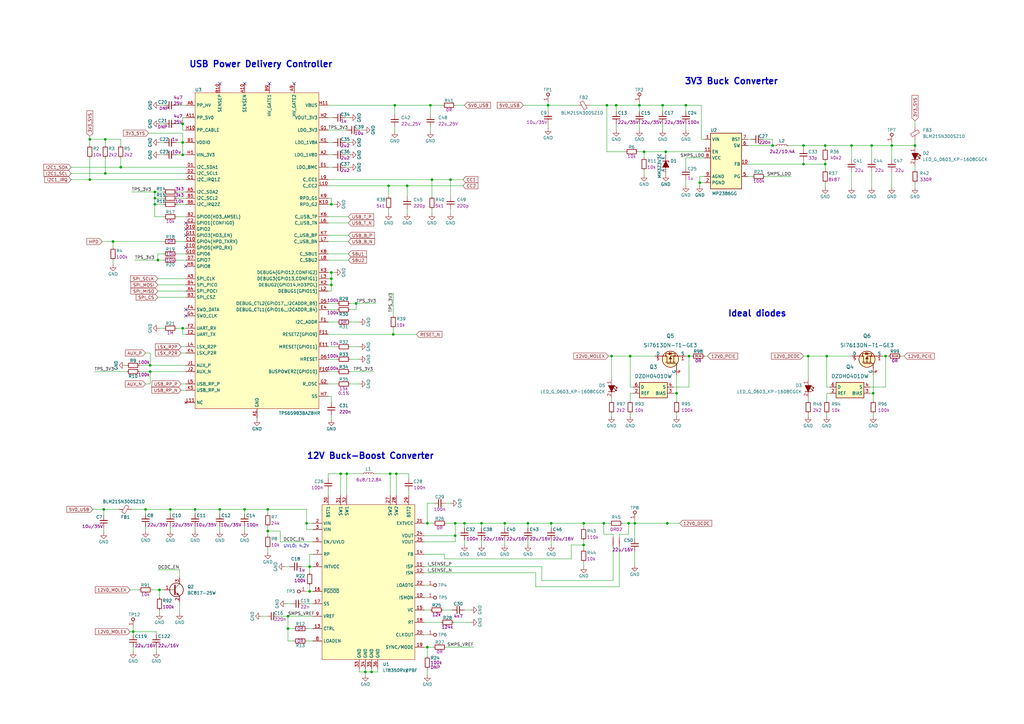
<source format=kicad_sch>
(kicad_sch (version 20211123) (generator eeschema)
  (paper "A3")
  (title_block (title "Thunderbolt PCIe Adaper") (date "2023-06-05") (rev "1.0.0") (comment 1 "www.antmicro.com") (comment 2 "Antmicro Ltd."))
  (lib_symbols
    (symbol "BLM21SN300SZ1D_1" (pin_numbers hide) (pin_names hide)
      (property "Reference" "FB" (at 13.97 0 0))
      (property "Value" "BLM21SN300SZ1D_1" (at 13.97 -2.54 0))
      (symbol "BLM21SN300SZ1D_1_1_1"
        (pin passive line (at 0 0 0) (length 1.27) (name "~") (number "1"))
        (pin passive line (at 5.08 0 180) (length 1.27) (name "~") (number "2"))
      )
    )
    (symbol "BLM21SN300SZ1D_2" (pin_numbers hide) (pin_names hide)
      (property "Reference" "FB" (at 13.97 0 0))
      (property "Value" "BLM21SN300SZ1D_2" (at 13.97 -2.54 0))
      (symbol "BLM21SN300SZ1D_2_1_1"
        (pin passive line (at 0 0 0) (length 1.27) (name "~") (number "1"))
        (pin passive line (at 5.08 0 180) (length 1.27) (name "~") (number "2"))
      )
    )
    (symbol "C_100n_0402_1" (pin_numbers hide) (pin_names hide)
      (property "Reference" "C" (at 20.32 -5.08 0))
      (property "Val" "100n" (at 20.32 -7.62 0))
      (symbol "C_100n_0402_1_1_1"
        (pin passive line (at 0 0 0) (length 2.032) (name "~") (number "1"))
        (pin passive line (at 5.08 0 180) (length 2.032) (name "~") (number "2"))
      )
    )
    (symbol "C_100n_0402_2" (pin_numbers hide) (pin_names hide)
      (property "Reference" "C" (at 20.32 -5.08 0))
      (property "Val" "100n" (at 20.32 -7.62 0))
      (symbol "C_100n_0402_2_1_1"
        (pin passive line (at 0 0 0) (length 2.032) (name "~") (number "1"))
        (pin passive line (at 5.08 0 180) (length 2.032) (name "~") (number "2"))
      )
    )
    (symbol "C_100n_0402_3" (pin_numbers hide) (pin_names hide)
      (property "Reference" "C" (at 20.32 -5.08 0))
      (property "Val" "100n" (at 20.32 -7.62 0))
      (symbol "C_100n_0402_3_1_1"
        (pin passive line (at 0 0 0) (length 2.032) (name "~") (number "1"))
        (pin passive line (at 5.08 0 180) (length 2.032) (name "~") (number "2"))
      )
    )
    (symbol "C_100n_0402_4" (pin_numbers hide) (pin_names hide)
      (property "Reference" "C" (at 20.32 -5.08 0))
      (property "Val" "100n" (at 20.32 -7.62 0))
      (symbol "C_100n_0402_4_1_1"
        (pin passive line (at 0 0 0) (length 2.032) (name "~") (number "1"))
        (pin passive line (at 5.08 0 180) (length 2.032) (name "~") (number "2"))
      )
    )
    (symbol "C_100n_0402_5" (pin_numbers hide) (pin_names hide)
      (property "Reference" "C" (at 20.32 -5.08 0))
      (property "Val" "100n" (at 20.32 -7.62 0))
      (symbol "C_100n_0402_5_1_1"
        (pin passive line (at 0 0 0) (length 2.032) (name "~") (number "1"))
        (pin passive line (at 5.08 0 180) (length 2.032) (name "~") (number "2"))
      )
    )
    (symbol "C_10u_0402_1" (pin_numbers hide) (pin_names hide)
      (property "Reference" "C" (at 20.32 -5.08 0))
      (property "Val" "10u" (at 20.32 -7.62 0))
      (symbol "C_10u_0402_1_1_1"
        (pin passive line (at 0 0 0) (length 2.032) (name "~") (number "1"))
        (pin passive line (at 5.08 0 180) (length 2.032) (name "~") (number "2"))
      )
    )
    (symbol "C_10u_0805_35V_1" (pin_numbers hide) (pin_names hide)
      (property "Reference" "C" (at 20.32 -5.08 0))
      (property "Val" "10u/35V" (at 20.32 -7.62 0))
      (symbol "C_10u_0805_35V_1_1_1"
        (pin passive line (at 0 0 0) (length 2.032) (name "~") (number "1"))
        (pin passive line (at 5.08 0 180) (length 2.032) (name "~") (number "2"))
      )
    )
    (symbol "C_10u_0805_35V_2" (pin_numbers hide) (pin_names hide)
      (property "Reference" "C" (at 20.32 -5.08 0))
      (property "Val" "10u/35V" (at 20.32 -7.62 0))
      (symbol "C_10u_0805_35V_2_1_1"
        (pin passive line (at 0 0 0) (length 2.032) (name "~") (number "1"))
        (pin passive line (at 5.08 0 180) (length 2.032) (name "~") (number "2"))
      )
    )
    (symbol "C_10u_0805_35V_3" (pin_numbers hide) (pin_names hide)
      (property "Reference" "C" (at 20.32 -5.08 0))
      (property "Val" "10u/35V" (at 20.32 -7.62 0))
      (symbol "C_10u_0805_35V_3_1_1"
        (pin passive line (at 0 0 0) (length 2.032) (name "~") (number "1"))
        (pin passive line (at 5.08 0 180) (length 2.032) (name "~") (number "2"))
      )
    )
    (symbol "C_1u_0402_1" (pin_numbers hide) (pin_names hide)
      (property "Reference" "C" (at 20.32 -5.08 0))
      (property "Val" "1u" (at 20.32 -7.62 0))
      (symbol "C_1u_0402_1_1_1"
        (pin passive line (at 0 0 0) (length 2.032) (name "~") (number "1"))
        (pin passive line (at 5.08 0 180) (length 2.032) (name "~") (number "2"))
      )
    )
    (symbol "C_1u_0402_2" (pin_numbers hide) (pin_names hide)
      (property "Reference" "C" (at 20.32 -5.08 0))
      (property "Val" "1u" (at 20.32 -7.62 0))
      (symbol "C_1u_0402_2_1_1"
        (pin passive line (at 0 0 0) (length 2.032) (name "~") (number "1"))
        (pin passive line (at 5.08 0 180) (length 2.032) (name "~") (number "2"))
      )
    )
    (symbol "C_1u_0402_3" (pin_numbers hide) (pin_names hide)
      (property "Reference" "C" (at 20.32 -5.08 0))
      (property "Val" "1u" (at 20.32 -7.62 0))
      (symbol "C_1u_0402_3_1_1"
        (pin passive line (at 0 0 0) (length 2.032) (name "~") (number "1"))
        (pin passive line (at 5.08 0 180) (length 2.032) (name "~") (number "2"))
      )
    )
    (symbol "C_220n_0402_1" (pin_numbers hide) (pin_names hide)
      (property "Reference" "C" (at 20.32 -5.08 0))
      (property "Val" "220n" (at 20.32 -7.62 0))
      (symbol "C_220n_0402_1_1_1"
        (pin passive line (at 0 0 0) (length 2.032) (name "~") (number "1"))
        (pin passive line (at 5.08 0 180) (length 2.032) (name "~") (number "2"))
      )
    )
    (symbol "C_220n_0402_2" (pin_numbers hide) (pin_names hide)
      (property "Reference" "C" (at 20.32 -5.08 0))
      (property "Val" "220n" (at 20.32 -7.62 0))
      (symbol "C_220n_0402_2_1_1"
        (pin passive line (at 0 0 0) (length 2.032) (name "~") (number "1"))
        (pin passive line (at 5.08 0 180) (length 2.032) (name "~") (number "2"))
      )
    )
    (symbol "C_220p_0402_1" (pin_numbers hide) (pin_names hide)
      (property "Reference" "C" (at 20.32 -5.08 0))
      (property "Val" "220p" (at 20.32 -7.62 0))
      (symbol "C_220p_0402_1_1_1"
        (pin passive line (at 0 0 0) (length 2.032) (name "~") (number "1"))
        (pin passive line (at 5.08 0 180) (length 2.032) (name "~") (number "2"))
      )
    )
    (symbol "C_22u_0603_1" (pin_numbers hide) (pin_names hide)
      (property "Reference" "C" (at 20.32 -5.08 0))
      (property "Val" "22u" (at 20.32 -7.62 0))
      (symbol "C_22u_0603_1_1_1"
        (pin passive line (at 0 0 0) (length 2.032) (name "~") (number "1"))
        (pin passive line (at 5.08 0 180) (length 2.032) (name "~") (number "2"))
      )
    )
    (symbol "C_22u_0603_2" (pin_numbers hide) (pin_names hide)
      (property "Reference" "C" (at 20.32 -5.08 0))
      (property "Val" "22u" (at 20.32 -7.62 0))
      (symbol "C_22u_0603_2_1_1"
        (pin passive line (at 0 0 0) (length 2.032) (name "~") (number "1"))
        (pin passive line (at 5.08 0 180) (length 2.032) (name "~") (number "2"))
      )
    )
    (symbol "C_22u_1206_35V_1" (pin_numbers hide) (pin_names hide)
      (property "Reference" "C" (at 20.32 -5.08 0))
      (property "Val" "22u/35V" (at 20.32 -7.62 0))
      (symbol "C_22u_1206_35V_1_1_1"
        (pin passive line (at 0 0 0) (length 2.032) (name "~") (number "1"))
        (pin passive line (at 5.08 0 180) (length 2.032) (name "~") (number "2"))
      )
    )
    (symbol "C_22u_1206_35V_2" (pin_numbers hide) (pin_names hide)
      (property "Reference" "C" (at 20.32 -5.08 0))
      (property "Val" "22u/35V" (at 20.32 -7.62 0))
      (symbol "C_22u_1206_35V_2_1_1"
        (pin passive line (at 0 0 0) (length 2.032) (name "~") (number "1"))
        (pin passive line (at 5.08 0 180) (length 2.032) (name "~") (number "2"))
      )
    )
    (symbol "C_22u_1206_35V_3" (pin_numbers hide) (pin_names hide)
      (property "Reference" "C" (at 20.32 -5.08 0))
      (property "Val" "22u/35V" (at 20.32 -7.62 0))
      (symbol "C_22u_1206_35V_3_1_1"
        (pin passive line (at 0 0 0) (length 2.032) (name "~") (number "1"))
        (pin passive line (at 5.08 0 180) (length 2.032) (name "~") (number "2"))
      )
    )
    (symbol "C_22u_1206_35V_4" (pin_numbers hide) (pin_names hide)
      (property "Reference" "C" (at 20.32 -5.08 0))
      (property "Val" "22u/35V" (at 20.32 -7.62 0))
      (symbol "C_22u_1206_35V_4_1_1"
        (pin passive line (at 0 0 0) (length 2.032) (name "~") (number "1"))
        (pin passive line (at 5.08 0 180) (length 2.032) (name "~") (number "2"))
      )
    )
    (symbol "C_22u_16V_0603_1" (pin_numbers hide) (pin_names hide)
      (property "Reference" "C" (at 20.32 -5.08 0))
      (property "Val" "22u/16V" (at 20.32 -7.62 0))
      (symbol "C_22u_16V_0603_1_1_1"
        (pin passive line (at 0 0 0) (length 2.032) (name "~") (number "1"))
        (pin passive line (at 5.08 0 180) (length 2.032) (name "~") (number "2"))
      )
    )
    (symbol "C_22u_16V_0603_2" (pin_numbers hide) (pin_names hide)
      (property "Reference" "C" (at 20.32 -5.08 0))
      (property "Val" "22u/16V" (at 20.32 -7.62 0))
      (symbol "C_22u_16V_0603_2_1_1"
        (pin passive line (at 0 0 0) (length 2.032) (name "~") (number "1"))
        (pin passive line (at 5.08 0 180) (length 2.032) (name "~") (number "2"))
      )
    )
    (symbol "C_22u_16V_0603_3" (pin_numbers hide) (pin_names hide)
      (property "Reference" "C" (at 20.32 -5.08 0))
      (property "Val" "22u/16V" (at 20.32 -7.62 0))
      (symbol "C_22u_16V_0603_3_1_1"
        (pin passive line (at 0 0 0) (length 2.032) (name "~") (number "1"))
        (pin passive line (at 5.08 0 180) (length 2.032) (name "~") (number "2"))
      )
    )
    (symbol "C_22u_16V_0603_4" (pin_numbers hide) (pin_names hide)
      (property "Reference" "C" (at 20.32 -5.08 0))
      (property "Val" "22u/16V" (at 20.32 -7.62 0))
      (symbol "C_22u_16V_0603_4_1_1"
        (pin passive line (at 0 0 0) (length 2.032) (name "~") (number "1"))
        (pin passive line (at 5.08 0 180) (length 2.032) (name "~") (number "2"))
      )
    )
    (symbol "C_22u_16V_0603_5" (pin_numbers hide) (pin_names hide)
      (property "Reference" "C" (at 20.32 -5.08 0))
      (property "Val" "22u/16V" (at 20.32 -7.62 0))
      (symbol "C_22u_16V_0603_5_1_1"
        (pin passive line (at 0 0 0) (length 2.032) (name "~") (number "1"))
        (pin passive line (at 5.08 0 180) (length 2.032) (name "~") (number "2"))
      )
    )
    (symbol "C_22u_16V_0603_6" (pin_numbers hide) (pin_names hide)
      (property "Reference" "C" (at 20.32 -5.08 0))
      (property "Val" "22u/16V" (at 20.32 -7.62 0))
      (symbol "C_22u_16V_0603_6_1_1"
        (pin passive line (at 0 0 0) (length 2.032) (name "~") (number "1"))
        (pin passive line (at 5.08 0 180) (length 2.032) (name "~") (number "2"))
      )
    )
    (symbol "C_22u_25V_0805_1" (pin_numbers hide) (pin_names hide)
      (property "Reference" "C" (at 20.32 -5.08 0))
      (property "Val" "22u_25V" (at 20.32 -7.62 0))
      (symbol "C_22u_25V_0805_1_1_1"
        (pin passive line (at 0 0 0) (length 2.032) (name "~") (number "1"))
        (pin passive line (at 5.08 0 180) (length 2.032) (name "~") (number "2"))
      )
    )
    (symbol "C_2u2_0402_1" (pin_numbers hide) (pin_names hide)
      (property "Reference" "C" (at 20.32 -5.08 0))
      (property "Val" "2u2" (at 20.32 -7.62 0))
      (symbol "C_2u2_0402_1_1_1"
        (pin passive line (at 0 0 0) (length 2.032) (name "~") (number "1"))
        (pin passive line (at 5.08 0 180) (length 2.032) (name "~") (number "2"))
      )
    )
    (symbol "C_2u2_0402_2" (pin_numbers hide) (pin_names hide)
      (property "Reference" "C" (at 20.32 -5.08 0))
      (property "Val" "2u2" (at 20.32 -7.62 0))
      (symbol "C_2u2_0402_2_1_1"
        (pin passive line (at 0 0 0) (length 2.032) (name "~") (number "1"))
        (pin passive line (at 5.08 0 180) (length 2.032) (name "~") (number "2"))
      )
    )
    (symbol "C_4u7_25V_0402_1" (pin_numbers hide) (pin_names hide)
      (property "Reference" "C" (at 20.32 -5.08 0))
      (property "Val" "4u7" (at 20.32 -7.62 0))
      (symbol "C_4u7_25V_0402_1_1_1"
        (pin passive line (at 0 0 0) (length 2.032) (name "~") (number "1"))
        (pin passive line (at 5.08 0 180) (length 2.032) (name "~") (number "2"))
      )
    )
    (symbol "DZDH0401DW_1"
      (property "Reference" "Q" (at 30.48 -5.08 0))
      (property "Value" "DZDH0401DW_1" (at 30.48 -7.62 0))
      (symbol "DZDH0401DW_1_1_1"
        (pin input line (at 0 -2.54 0) (length 2.54) (name "REF") (number "2"))
        (pin output line (at 16.51 -2.54 180) (length 2.54) (name "BIAS") (number "3"))
        (pin power_in line (at 16.51 0 180) (length 2.54) (name "S") (number "4"))
        (pin power_in line (at 0 0 0) (length 2.54) (name "D") (number "6"))
      )
    )
    (symbol "LED_G_0603_KP-1608CGCK_1" (pin_names hide)
      (property "Reference" "D" (at 22.86 -5.08 0))
      (property "Value" "LED_G_0603_KP-1608CGCK_1" (at 22.86 -7.62 0))
      (symbol "LED_G_0603_KP-1608CGCK_1_1_1"
        (pin passive line (at 0 0 0) (length 2.54) (name "1") (number "1"))
        (pin passive line (at 7.62 0 180) (length 2.54) (name "2") (number "2"))
      )
    )
    (symbol "LED_G_0603_KP-1608CGCK_2" (pin_names hide)
      (property "Reference" "D" (at 22.86 -5.08 0))
      (property "Value" "LED_G_0603_KP-1608CGCK_2" (at 22.86 -7.62 0))
      (symbol "LED_G_0603_KP-1608CGCK_2_1_1"
        (pin passive line (at 0 0 0) (length 2.54) (name "1") (number "1"))
        (pin passive line (at 7.62 0 180) (length 2.54) (name "2") (number "2"))
      )
    )
    (symbol "R_0R_0402_1" (pin_numbers hide) (pin_names hide)
      (property "Reference" "R" (at 20.32 -5.08 0))
      (property "Val" "0R" (at 20.32 -7.62 0))
      (property "Current" "1A" (at 20.32 -30.48 0))
      (symbol "R_0R_0402_1_1_1"
        (pin passive line (at 0 0 0) (length 0.635) (name "~") (number "1"))
        (pin passive line (at 5.08 0 180) (length 0.635) (name "~") (number "2"))
      )
    )
    (symbol "R_0R_0402_2" (pin_numbers hide) (pin_names hide)
      (property "Reference" "R" (at 20.32 -5.08 0))
      (property "Val" "0R" (at 20.32 -7.62 0))
      (property "Current" "1A" (at 20.32 -30.48 0))
      (symbol "R_0R_0402_2_1_1"
        (pin passive line (at 0 0 0) (length 0.635) (name "~") (number "1"))
        (pin passive line (at 5.08 0 180) (length 0.635) (name "~") (number "2"))
      )
    )
    (symbol "R_0R_0402_3" (pin_numbers hide) (pin_names hide)
      (property "Reference" "R" (at 20.32 -5.08 0))
      (property "Val" "0R" (at 20.32 -7.62 0))
      (property "Current" "1A" (at 20.32 -30.48 0))
      (symbol "R_0R_0402_3_1_1"
        (pin passive line (at 0 0 0) (length 0.635) (name "~") (number "1"))
        (pin passive line (at 5.08 0 180) (length 0.635) (name "~") (number "2"))
      )
    )
    (symbol "R_0R_0402_4" (pin_numbers hide) (pin_names hide)
      (property "Reference" "R" (at 20.32 -5.08 0))
      (property "Val" "0R" (at 20.32 -7.62 0))
      (property "Current" "1A" (at 20.32 -30.48 0))
      (symbol "R_0R_0402_4_1_1"
        (pin passive line (at 0 0 0) (length 0.635) (name "~") (number "1"))
        (pin passive line (at 5.08 0 180) (length 0.635) (name "~") (number "2"))
      )
    )
    (symbol "R_0R_0402_5" (pin_numbers hide) (pin_names hide)
      (property "Reference" "R" (at 20.32 -5.08 0))
      (property "Val" "0R" (at 20.32 -7.62 0))
      (property "Current" "1A" (at 20.32 -30.48 0))
      (symbol "R_0R_0402_5_1_1"
        (pin passive line (at 0 0 0) (length 0.635) (name "~") (number "1"))
        (pin passive line (at 5.08 0 180) (length 0.635) (name "~") (number "2"))
      )
    )
    (symbol "R_100k_0402_1" (pin_numbers hide) (pin_names hide)
      (property "Reference" "R" (at 20.32 -5.08 0))
      (property "Val" "100k" (at 20.32 -7.62 0))
      (symbol "R_100k_0402_1_1_1"
        (pin passive line (at 0 0 0) (length 0.635) (name "~") (number "1"))
        (pin passive line (at 5.08 0 180) (length 0.635) (name "~") (number "2"))
      )
    )
    (symbol "R_100k_0402_10" (pin_numbers hide) (pin_names hide)
      (property "Reference" "R" (at 20.32 -5.08 0))
      (property "Val" "100k" (at 20.32 -7.62 0))
      (symbol "R_100k_0402_10_1_1"
        (pin passive line (at 0 0 0) (length 0.635) (name "~") (number "1"))
        (pin passive line (at 5.08 0 180) (length 0.635) (name "~") (number "2"))
      )
    )
    (symbol "R_100k_0402_11" (pin_numbers hide) (pin_names hide)
      (property "Reference" "R" (at 20.32 -5.08 0))
      (property "Val" "100k" (at 20.32 -7.62 0))
      (symbol "R_100k_0402_11_1_1"
        (pin passive line (at 0 0 0) (length 0.635) (name "~") (number "1"))
        (pin passive line (at 5.08 0 180) (length 0.635) (name "~") (number "2"))
      )
    )
    (symbol "R_100k_0402_12" (pin_numbers hide) (pin_names hide)
      (property "Reference" "R" (at 20.32 -5.08 0))
      (property "Val" "100k" (at 20.32 -7.62 0))
      (symbol "R_100k_0402_12_1_1"
        (pin passive line (at 0 0 0) (length 0.635) (name "~") (number "1"))
        (pin passive line (at 5.08 0 180) (length 0.635) (name "~") (number "2"))
      )
    )
    (symbol "R_100k_0402_2" (pin_numbers hide) (pin_names hide)
      (property "Reference" "R" (at 20.32 -5.08 0))
      (property "Val" "100k" (at 20.32 -7.62 0))
      (symbol "R_100k_0402_2_1_1"
        (pin passive line (at 0 0 0) (length 0.635) (name "~") (number "1"))
        (pin passive line (at 5.08 0 180) (length 0.635) (name "~") (number "2"))
      )
    )
    (symbol "R_100k_0402_3" (pin_numbers hide) (pin_names hide)
      (property "Reference" "R" (at 20.32 -5.08 0))
      (property "Val" "100k" (at 20.32 -7.62 0))
      (symbol "R_100k_0402_3_1_1"
        (pin passive line (at 0 0 0) (length 0.635) (name "~") (number "1"))
        (pin passive line (at 5.08 0 180) (length 0.635) (name "~") (number "2"))
      )
    )
    (symbol "R_100k_0402_4" (pin_numbers hide) (pin_names hide)
      (property "Reference" "R" (at 20.32 -5.08 0))
      (property "Val" "100k" (at 20.32 -7.62 0))
      (symbol "R_100k_0402_4_1_1"
        (pin passive line (at 0 0 0) (length 0.635) (name "~") (number "1"))
        (pin passive line (at 5.08 0 180) (length 0.635) (name "~") (number "2"))
      )
    )
    (symbol "R_100k_0402_5" (pin_numbers hide) (pin_names hide)
      (property "Reference" "R" (at 20.32 -5.08 0))
      (property "Val" "100k" (at 20.32 -7.62 0))
      (symbol "R_100k_0402_5_1_1"
        (pin passive line (at 0 0 0) (length 0.635) (name "~") (number "1"))
        (pin passive line (at 5.08 0 180) (length 0.635) (name "~") (number "2"))
      )
    )
    (symbol "R_100k_0402_6" (pin_numbers hide) (pin_names hide)
      (property "Reference" "R" (at 20.32 -5.08 0))
      (property "Val" "100k" (at 20.32 -7.62 0))
      (symbol "R_100k_0402_6_1_1"
        (pin passive line (at 0 0 0) (length 0.635) (name "~") (number "1"))
        (pin passive line (at 5.08 0 180) (length 0.635) (name "~") (number "2"))
      )
    )
    (symbol "R_100k_0402_7" (pin_numbers hide) (pin_names hide)
      (property "Reference" "R" (at 20.32 -5.08 0))
      (property "Val" "100k" (at 20.32 -7.62 0))
      (symbol "R_100k_0402_7_1_1"
        (pin passive line (at 0 0 0) (length 0.635) (name "~") (number "1"))
        (pin passive line (at 5.08 0 180) (length 0.635) (name "~") (number "2"))
      )
    )
    (symbol "R_100k_0402_8" (pin_numbers hide) (pin_names hide)
      (property "Reference" "R" (at 20.32 -5.08 0))
      (property "Val" "100k" (at 20.32 -7.62 0))
      (symbol "R_100k_0402_8_1_1"
        (pin passive line (at 0 0 0) (length 0.635) (name "~") (number "1"))
        (pin passive line (at 5.08 0 180) (length 0.635) (name "~") (number "2"))
      )
    )
    (symbol "R_100k_0402_9" (pin_numbers hide) (pin_names hide)
      (property "Reference" "R" (at 20.32 -5.08 0))
      (property "Val" "100k" (at 20.32 -7.62 0))
      (symbol "R_100k_0402_9_1_1"
        (pin passive line (at 0 0 0) (length 0.635) (name "~") (number "1"))
        (pin passive line (at 5.08 0 180) (length 0.635) (name "~") (number "2"))
      )
    )
    (symbol "R_10k_0402_1" (pin_numbers hide) (pin_names hide)
      (property "Reference" "R" (at 20.32 -5.08 0))
      (property "Val" "10k" (at 20.32 -7.62 0))
      (symbol "R_10k_0402_1_1_1"
        (pin passive line (at 0 0 0) (length 0.635) (name "~") (number "1"))
        (pin passive line (at 5.08 0 180) (length 0.635) (name "~") (number "2"))
      )
    )
    (symbol "R_10k_0402_10" (pin_numbers hide) (pin_names hide)
      (property "Reference" "R" (at 20.32 -5.08 0))
      (property "Val" "10k" (at 20.32 -7.62 0))
      (symbol "R_10k_0402_10_1_1"
        (pin passive line (at 0 0 0) (length 0.635) (name "~") (number "1"))
        (pin passive line (at 5.08 0 180) (length 0.635) (name "~") (number "2"))
      )
    )
    (symbol "R_10k_0402_11" (pin_numbers hide) (pin_names hide)
      (property "Reference" "R" (at 20.32 -5.08 0))
      (property "Val" "10k" (at 20.32 -7.62 0))
      (symbol "R_10k_0402_11_1_1"
        (pin passive line (at 0 0 0) (length 0.635) (name "~") (number "1"))
        (pin passive line (at 5.08 0 180) (length 0.635) (name "~") (number "2"))
      )
    )
    (symbol "R_10k_0402_12" (pin_numbers hide) (pin_names hide)
      (property "Reference" "R" (at 20.32 -5.08 0))
      (property "Val" "10k" (at 20.32 -7.62 0))
      (symbol "R_10k_0402_12_1_1"
        (pin passive line (at 0 0 0) (length 0.635) (name "~") (number "1"))
        (pin passive line (at 5.08 0 180) (length 0.635) (name "~") (number "2"))
      )
    )
    (symbol "R_10k_0402_13" (pin_numbers hide) (pin_names hide)
      (property "Reference" "R" (at 20.32 -5.08 0))
      (property "Val" "10k" (at 20.32 -7.62 0))
      (symbol "R_10k_0402_13_1_1"
        (pin passive line (at 0 0 0) (length 0.635) (name "~") (number "1"))
        (pin passive line (at 5.08 0 180) (length 0.635) (name "~") (number "2"))
      )
    )
    (symbol "R_10k_0402_2" (pin_numbers hide) (pin_names hide)
      (property "Reference" "R" (at 20.32 -5.08 0))
      (property "Val" "10k" (at 20.32 -7.62 0))
      (symbol "R_10k_0402_2_1_1"
        (pin passive line (at 0 0 0) (length 0.635) (name "~") (number "1"))
        (pin passive line (at 5.08 0 180) (length 0.635) (name "~") (number "2"))
      )
    )
    (symbol "R_10k_0402_3" (pin_numbers hide) (pin_names hide)
      (property "Reference" "R" (at 20.32 -5.08 0))
      (property "Val" "10k" (at 20.32 -7.62 0))
      (symbol "R_10k_0402_3_1_1"
        (pin passive line (at 0 0 0) (length 0.635) (name "~") (number "1"))
        (pin passive line (at 5.08 0 180) (length 0.635) (name "~") (number "2"))
      )
    )
    (symbol "R_10k_0402_4" (pin_numbers hide) (pin_names hide)
      (property "Reference" "R" (at 20.32 -5.08 0))
      (property "Val" "10k" (at 20.32 -7.62 0))
      (symbol "R_10k_0402_4_1_1"
        (pin passive line (at 0 0 0) (length 0.635) (name "~") (number "1"))
        (pin passive line (at 5.08 0 180) (length 0.635) (name "~") (number "2"))
      )
    )
    (symbol "R_10k_0402_5" (pin_numbers hide) (pin_names hide)
      (property "Reference" "R" (at 20.32 -5.08 0))
      (property "Val" "10k" (at 20.32 -7.62 0))
      (symbol "R_10k_0402_5_1_1"
        (pin passive line (at 0 0 0) (length 0.635) (name "~") (number "1"))
        (pin passive line (at 5.08 0 180) (length 0.635) (name "~") (number "2"))
      )
    )
    (symbol "R_10k_0402_6" (pin_numbers hide) (pin_names hide)
      (property "Reference" "R" (at 20.32 -5.08 0))
      (property "Val" "10k" (at 20.32 -7.62 0))
      (symbol "R_10k_0402_6_1_1"
        (pin passive line (at 0 0 0) (length 0.635) (name "~") (number "1"))
        (pin passive line (at 5.08 0 180) (length 0.635) (name "~") (number "2"))
      )
    )
    (symbol "R_10k_0402_7" (pin_numbers hide) (pin_names hide)
      (property "Reference" "R" (at 20.32 -5.08 0))
      (property "Val" "10k" (at 20.32 -7.62 0))
      (symbol "R_10k_0402_7_1_1"
        (pin passive line (at 0 0 0) (length 0.635) (name "~") (number "1"))
        (pin passive line (at 5.08 0 180) (length 0.635) (name "~") (number "2"))
      )
    )
    (symbol "R_10k_0402_8" (pin_numbers hide) (pin_names hide)
      (property "Reference" "R" (at 20.32 -5.08 0))
      (property "Val" "10k" (at 20.32 -7.62 0))
      (symbol "R_10k_0402_8_1_1"
        (pin passive line (at 0 0 0) (length 0.635) (name "~") (number "1"))
        (pin passive line (at 5.08 0 180) (length 0.635) (name "~") (number "2"))
      )
    )
    (symbol "R_10k_0402_9" (pin_numbers hide) (pin_names hide)
      (property "Reference" "R" (at 20.32 -5.08 0))
      (property "Val" "10k" (at 20.32 -7.62 0))
      (symbol "R_10k_0402_9_1_1"
        (pin passive line (at 0 0 0) (length 0.635) (name "~") (number "1"))
        (pin passive line (at 5.08 0 180) (length 0.635) (name "~") (number "2"))
      )
    )
    (symbol "R_2k2_0402_1" (pin_numbers hide) (pin_names hide)
      (property "Reference" "R" (at 20.32 -5.08 0))
      (property "Val" "2k2" (at 20.32 -7.62 0))
      (symbol "R_2k2_0402_1_1_1"
        (pin passive line (at 0 0 0) (length 0.635) (name "~") (number "1"))
        (pin passive line (at 5.08 0 180) (length 0.635) (name "~") (number "2"))
      )
    )
    (symbol "R_2k2_0402_2" (pin_numbers hide) (pin_names hide)
      (property "Reference" "R" (at 20.32 -5.08 0))
      (property "Val" "2k2" (at 20.32 -7.62 0))
      (symbol "R_2k2_0402_2_1_1"
        (pin passive line (at 0 0 0) (length 0.635) (name "~") (number "1"))
        (pin passive line (at 5.08 0 180) (length 0.635) (name "~") (number "2"))
      )
    )
    (symbol "R_2k2_0402_3" (pin_numbers hide) (pin_names hide)
      (property "Reference" "R" (at 20.32 -5.08 0))
      (property "Val" "2k2" (at 20.32 -7.62 0))
      (symbol "R_2k2_0402_3_1_1"
        (pin passive line (at 0 0 0) (length 0.635) (name "~") (number "1"))
        (pin passive line (at 5.08 0 180) (length 0.635) (name "~") (number "2"))
      )
    )
    (symbol "R_3k3_0402_1" (pin_numbers hide) (pin_names hide)
      (property "Reference" "R" (at 20.32 -5.08 0))
      (property "Val" "3k3" (at 20.32 -7.62 0))
      (symbol "R_3k3_0402_1_1_1"
        (pin passive line (at 0 0 0) (length 0.635) (name "~") (number "1"))
        (pin passive line (at 5.08 0 180) (length 0.635) (name "~") (number "2"))
      )
    )
    (symbol "R_5k1_0402_1" (pin_numbers hide) (pin_names hide)
      (property "Reference" "R" (at 20.32 -5.08 0))
      (property "Val" "5k1" (at 20.32 -7.62 0))
      (symbol "R_5k1_0402_1_1_1"
        (pin passive line (at 0 0 0) (length 0.635) (name "~") (number "1"))
        (pin passive line (at 5.08 0 180) (length 0.635) (name "~") (number "2"))
      )
    )
    (symbol "SI7613DN-T1-GE3_1" (pin_names (offset 0))
      (property "Reference" "Q" (at 15.24 5.08 0))
      (property "Value" "SI7613DN-T1-GE3_1" (at 15.24 2.54 0))
      (symbol "SI7613DN-T1-GE3_1_1_1"
        (pin bidirectional line (at 7.62 -3.81 90) (length 2.54) (name "S") (number "1"))
        (pin passive line (at 7.62 -3.81 90) (length 2.54) hide (name "S") (number "2"))
        (pin passive line (at 7.62 -3.81 90) (length 2.54) hide (name "S") (number "3"))
        (pin bidirectional line (at 0 0 0) (length 2.54) (name "G") (number "4"))
        (pin bidirectional line (at 7.62 8.89 270) (length 2.54) (name "D") (number "5"))
      )
    )
    (symbol "TP_0.75mm_SMD_1" (pin_names hide)
      (property "Reference" "TP" (at 15.24 -5.08 0))
      (symbol "TP_0.75mm_SMD_1_1_1"
        (pin passive line (at 0 0 0) (length 2.54) (name "1") (number "1"))
      )
    )
    (symbol "TP_1mm_SMD_1" (pin_names hide)
      (property "Reference" "TP" (at 15.24 -5.08 0))
      (property "Value" "TP_1mm_SMD_1" (at 15.24 -7.62 0))
      (symbol "TP_1mm_SMD_1_1_1"
        (pin passive line (at 0 0 0) (length 2.54) (name "1") (number "1"))
      )
    )
    (symbol "TP_1mm_SMD_2" (pin_names hide)
      (property "Reference" "TP" (at 15.24 -5.08 0))
      (property "Value" "TP_1mm_SMD_2" (at 15.24 -7.62 0))
      (symbol "TP_1mm_SMD_2_1_1"
        (pin passive line (at 0 0 0) (length 2.54) (name "1") (number "1"))
      )
    )
    (symbol "TP_1mm_SMD_3" (pin_names hide)
      (property "Reference" "TP" (at 15.24 -5.08 0))
      (property "Value" "TP_1mm_SMD_3" (at 15.24 -7.62 0))
      (symbol "TP_1mm_SMD_3_1_1"
        (pin passive line (at 0 0 0) (length 2.54) (name "1") (number "1"))
      )
    )
    (symbol "TP_1mm_SMD_4" (pin_names hide)
      (property "Reference" "TP" (at 15.24 -5.08 0))
      (property "Value" "TP_1mm_SMD_4" (at 15.24 -7.62 0))
      (symbol "TP_1mm_SMD_4_1_1"
        (pin passive line (at 0 0 0) (length 2.54) (name "1") (number "1"))
      )
    )
    (symbol "TP_1mm_SMD_5" (pin_names hide)
      (property "Reference" "TP" (at 15.24 -5.08 0))
      (property "Value" "TP_1mm_SMD_5" (at 15.24 -7.62 0))
      (symbol "TP_1mm_SMD_5_1_1"
        (pin passive line (at 0 0 0) (length 2.54) (name "1") (number "1"))
      )
    )
    (symbol "TP_1mm_SMD_6" (pin_names hide)
      (property "Reference" "TP" (at 15.24 -5.08 0))
      (property "Value" "TP_1mm_SMD_6" (at 15.24 -7.62 0))
      (symbol "TP_1mm_SMD_6_1_1"
        (pin passive line (at 0 0 0) (length 2.54) (name "1") (number "1"))
      )
    )
    (symbol "antmicroCapacitors0402:C_100n_0402" (pin_numbers hide) (pin_names hide)
      (property "Reference" "C" (at 20.32 -5.08 0))
      (property "Val" "100n" (at 20.32 -7.62 0))
      (symbol "C_100n_0402_1_1"
        (pin passive line (at 0 0 0) (length 2.032) (name "~") (number "1"))
        (pin passive line (at 5.08 0 180) (length 2.032) (name "~") (number "2"))
      )
    )
    (symbol "antmicroCapacitors0402:C_10u_0402" (pin_numbers hide) (pin_names hide)
      (property "Reference" "C" (at 20.32 -5.08 0))
      (property "Val" "10u" (at 20.32 -7.62 0))
      (symbol "C_10u_0402_1_1"
        (pin passive line (at 0 0 0) (length 2.032) (name "~") (number "1"))
        (pin passive line (at 5.08 0 180) (length 2.032) (name "~") (number "2"))
      )
    )
    (symbol "antmicroCapacitors0402:C_1u_0402" (pin_numbers hide) (pin_names hide)
      (property "Reference" "C" (at 20.32 -5.08 0))
      (property "Val" "1u" (at 20.32 -7.62 0))
      (symbol "C_1u_0402_1_1"
        (pin passive line (at 0 0 0) (length 2.032) (name "~") (number "1"))
        (pin passive line (at 5.08 0 180) (length 2.032) (name "~") (number "2"))
      )
    )
    (symbol "antmicroCapacitors0402:C_220n_0402" (pin_numbers hide) (pin_names hide)
      (property "Reference" "C" (at 20.32 -5.08 0))
      (property "Val" "220n" (at 20.32 -7.62 0))
      (symbol "C_220n_0402_1_1"
        (pin passive line (at 0 0 0) (length 2.032) (name "~") (number "1"))
        (pin passive line (at 5.08 0 180) (length 2.032) (name "~") (number "2"))
      )
    )
    (symbol "antmicroCapacitors0402:C_220p_0402" (pin_numbers hide) (pin_names hide)
      (property "Reference" "C" (at 20.32 -5.08 0))
      (property "Val" "220p" (at 20.32 -7.62 0))
      (symbol "C_220p_0402_1_1"
        (pin passive line (at 0 0 0) (length 2.032) (name "~") (number "1"))
        (pin passive line (at 5.08 0 180) (length 2.032) (name "~") (number "2"))
      )
    )
    (symbol "antmicroCapacitors0402:C_22n_0402" (pin_numbers hide) (pin_names hide)
      (property "Reference" "C" (at 20.32 -5.08 0))
      (property "Val" "22n" (at 20.32 -7.62 0))
      (symbol "C_22n_0402_1_1"
        (pin passive line (at 0 0 0) (length 2.032) (name "~") (number "1"))
        (pin passive line (at 5.08 0 180) (length 2.032) (name "~") (number "2"))
      )
    )
    (symbol "antmicroCapacitors0402:C_2u2_0402" (pin_numbers hide) (pin_names hide)
      (property "Reference" "C" (at 20.32 -5.08 0))
      (property "Val" "2u2" (at 20.32 -7.62 0))
      (symbol "C_2u2_0402_1_1"
        (pin passive line (at 0 0 0) (length 2.032) (name "~") (number "1"))
        (pin passive line (at 5.08 0 180) (length 2.032) (name "~") (number "2"))
      )
    )
    (symbol "antmicroCapacitors0402:C_33p_0402" (pin_numbers hide) (pin_names hide)
      (property "Reference" "C" (at 20.32 -5.08 0))
      (property "Val" "33p" (at 20.32 -7.62 0))
      (symbol "C_33p_0402_1_1"
        (pin passive line (at 0 0 0) (length 2.032) (name "~") (number "1"))
        (pin passive line (at 5.08 0 180) (length 2.032) (name "~") (number "2"))
      )
    )
    (symbol "antmicroCapacitors0402:C_4n7_0402" (pin_numbers hide) (pin_names hide)
      (property "Reference" "C" (at 20.32 -5.08 0))
      (property "Val" "4n7" (at 20.32 -7.62 0))
      (symbol "C_4n7_0402_1_1"
        (pin passive line (at 0 0 0) (length 2.032) (name "~") (number "1"))
        (pin passive line (at 5.08 0 180) (length 2.032) (name "~") (number "2"))
      )
    )
    (symbol "antmicroCapacitors0402:C_4u7_25V_0402" (pin_numbers hide) (pin_names hide)
      (property "Reference" "C" (at 20.32 -5.08 0))
      (property "Val" "4u7" (at 20.32 -7.62 0))
      (symbol "C_4u7_25V_0402_1_1"
        (pin passive line (at 0 0 0) (length 2.032) (name "~") (number "1"))
        (pin passive line (at 5.08 0 180) (length 2.032) (name "~") (number "2"))
      )
    )
    (symbol "antmicroCapacitors0603:C_22u_0603" (pin_numbers hide) (pin_names hide)
      (property "Reference" "C" (at 20.32 -5.08 0))
      (property "Val" "22u" (at 20.32 -7.62 0))
      (symbol "C_22u_0603_1_1"
        (pin passive line (at 0 0 0) (length 2.032) (name "~") (number "1"))
        (pin passive line (at 5.08 0 180) (length 2.032) (name "~") (number "2"))
      )
    )
    (symbol "antmicroCapacitors0603:C_22u_16V_0603" (pin_numbers hide) (pin_names hide)
      (property "Reference" "C" (at 20.32 -5.08 0))
      (property "Val" "22u/16V" (at 20.32 -7.62 0))
      (symbol "C_22u_16V_0603_1_1"
        (pin passive line (at 0 0 0) (length 2.032) (name "~") (number "1"))
        (pin passive line (at 5.08 0 180) (length 2.032) (name "~") (number "2"))
      )
    )
    (symbol "antmicroCapacitorsmisc:C_10u_0805_35V" (pin_numbers hide) (pin_names hide)
      (property "Reference" "C" (at 20.32 -5.08 0))
      (property "Val" "10u/35V" (at 20.32 -7.62 0))
      (symbol "C_10u_0805_35V_1_1"
        (pin passive line (at 0 0 0) (length 2.032) (name "~") (number "1"))
        (pin passive line (at 5.08 0 180) (length 2.032) (name "~") (number "2"))
      )
    )
    (symbol "antmicroCapacitorsmisc:C_22u_1206_35V" (pin_numbers hide) (pin_names hide)
      (property "Reference" "C" (at 20.32 -5.08 0))
      (property "Val" "22u/35V" (at 20.32 -7.62 0))
      (symbol "C_22u_1206_35V_1_1"
        (pin passive line (at 0 0 0) (length 2.032) (name "~") (number "1"))
        (pin passive line (at 5.08 0 180) (length 2.032) (name "~") (number "2"))
      )
    )
    (symbol "antmicroCapacitorsmisc:C_22u_25V_0805" (pin_numbers hide) (pin_names hide)
      (property "Reference" "C" (at 20.32 -5.08 0))
      (property "Val" "22u_25V" (at 20.32 -7.62 0))
      (symbol "C_22u_25V_0805_1_1"
        (pin passive line (at 0 0 0) (length 2.032) (name "~") (number "1"))
        (pin passive line (at 5.08 0 180) (length 2.032) (name "~") (number "2"))
      )
    )
    (symbol "antmicroDCDCConverters:LT8350RV#PBF"
      (property "Reference" "U" (at 3.81 -57.15 0))
      (property "Value" "LT8350RV#PBF" (at 27.94 -57.15 0))
      (symbol "LT8350RV#PBF_1_1"
        (pin output line (at 45.72 -30.48 180) (length 3.81) (name "ISMON") (number "10"))
        (pin input line (at 45.72 -17.78 180) (length 3.81) (name "ISP") (number "11"))
        (pin input line (at 45.72 -20.32 180) (length 3.81) (name "ISN") (number "12"))
        (pin input line (at 0 -43.18 0) (length 3.81) (name "CTRL") (number "13"))
        (pin input line (at 45.72 -12.7 180) (length 3.81) (name "FB") (number "14"))
        (pin output line (at 45.72 -35.56 180) (length 3.81) (name "VC") (number "15"))
        (pin open_collector line (at 0 -27.94 0) (length 3.81) (name "~{PGOOD}") (number "16"))
        (pin input line (at 0 -33.02 0) (length 3.81) (name "SS") (number "17"))
        (pin input line (at 45.72 -40.64 180) (length 3.81) (name "RT") (number "18"))
        (pin input line (at 45.72 -50.8 180) (length 3.81) (name "SYNC/MODE") (number "19"))
        (pin power_in line (at 0 0 0) (length 3.81) (name "VIN") (number "2"))
        (pin output line (at 45.72 -45.72 180) (length 3.81) (name "CLKOUT") (number "20"))
        (pin power_in line (at 45.72 0 180) (length 3.81) (name "EXTVCC") (number "21"))
        (pin output line (at 45.72 -25.4 180) (length 3.81) (name "LOADTG") (number "22"))
        (pin power_out line (at 45.72 -5.08 180) (length 3.81) (name "VOUT") (number "24"))
        (pin power_out line (at 45.72 -7.62 180) (length 3.81) (name "VOUT") (number "25"))
        (pin output line (at 31.75 11.43 270) (length 3.81) (name "SW2") (number "27"))
        (pin output line (at 34.29 11.43 270) (length 3.81) (name "SW2") (number "28"))
        (pin input line (at 39.37 11.43 270) (length 3.81) (name "BST2") (number "29"))
        (pin power_in line (at 0 -2.54 0) (length 3.81) (name "VIN") (number "3"))
        (pin input line (at 6.35 11.43 270) (length 3.81) (name "BST1") (number "30"))
        (pin output line (at 11.43 11.43 270) (length 3.81) (name "SW1") (number "31"))
        (pin output line (at 13.97 11.43 270) (length 3.81) (name "SW1") (number "32"))
        (pin power_in line (at 19.05 -59.69 90) (length 3.81) (name "GND") (number "33"))
        (pin power_in line (at 21.59 -59.69 90) (length 3.81) (name "GND") (number "34"))
        (pin power_in line (at 24.13 -59.69 90) (length 3.81) (name "GND") (number "35"))
        (pin power_in line (at 26.67 -59.69 90) (length 3.81) (name "GND") (number "36"))
        (pin input line (at 0 -7.62 0) (length 3.81) (name "EN/UVLO") (number "5"))
        (pin power_out line (at 0 -17.78 0) (length 3.81) (name "INTVCC") (number "6"))
        (pin unspecified line (at 0 -12.7 0) (length 3.81) (name "RP") (number "7"))
        (pin input line (at 0 -48.26 0) (length 3.81) (name "LOADEN") (number "8"))
        (pin power_out line (at 0 -38.1 0) (length 3.81) (name "VREF") (number "9"))
      )
    )
    (symbol "antmicroDCDCConverters:MP2386GG"
      (property "Reference" "U" (at 33.02 -5.08 0))
      (property "Value" "MP2386GG" (at 33.02 -7.62 0))
      (symbol "MP2386GG_1_1"
        (pin power_in line (at 0 0 0) (length 2.54) (name "VIN") (number "1"))
        (pin input line (at 17.78 -10.16 180) (length 2.54) (name "FB") (number "10"))
        (pin input line (at 0 -5.08 0) (length 2.54) (name "EN") (number "11"))
        (pin power_in line (at 0 -17.78 0) (length 2.54) (name "PGND") (number "2"))
        (pin passive line (at 0 -17.78 0) (length 2.54) hide (name "PGND") (number "3"))
        (pin passive line (at 0 -17.78 0) (length 2.54) hide (name "PGND") (number "4"))
        (pin open_collector line (at 17.78 -15.24 180) (length 2.54) (name "PG") (number "5"))
        (pin power_out line (at 17.78 -2.54 180) (length 2.54) (name "SW") (number "6"))
        (pin input line (at 17.78 0 180) (length 2.54) (name "BST") (number "7"))
        (pin power_out line (at 0 -7.62 0) (length 2.54) (name "VCC") (number "8"))
        (pin power_in line (at 0 -15.24 0) (length 2.54) (name "AGND") (number "9"))
      )
    )
    (symbol "antmicroDiodesZenerSingle:MM3Z3V3C" (pin_numbers hide) (pin_names (offset 0))
      (property "Reference" "D" (at 22.86 -5.08 0))
      (property "Value" "MM3Z3V3C" (at 22.86 -7.62 0))
      (symbol "MM3Z3V3C_1_1"
        (pin passive line (at 7.62 0 180) (length 2.54) (name "A") (number "A"))
        (pin passive line (at 0 0 0) (length 2.54) (name "K") (number "K"))
      )
    )
    (symbol "antmicroFerriteBeadsandChips:BLM21SN300SZ1D" (pin_numbers hide) (pin_names hide)
      (property "Reference" "FB" (at 13.97 0 0))
      (property "Value" "BLM21SN300SZ1D" (at 13.97 -2.54 0))
      (symbol "BLM21SN300SZ1D_1_1"
        (pin passive line (at 0 0 0) (length 1.27) (name "~") (number "1"))
        (pin passive line (at 5.08 0 180) (length 1.27) (name "~") (number "2"))
      )
    )
    (symbol "antmicroFixedInductors:L_2u2_10.4A_XAL5030" (pin_numbers hide) (pin_names hide)
      (property "Reference" "L" (at 13.97 0 0))
      (property "Val" "2u2/10.4A" (at 13.97 -5.08 0))
      (symbol "L_2u2_10.4A_XAL5030_1_1"
        (pin passive line (at 0 0 0) (length 0.508) (name "~") (number "1"))
        (pin passive line (at 5.08 0 180) (length 0.508) (name "~") (number "2"))
      )
    )
    (symbol "antmicroFixedInductors:L_6u8_12.8A_XAL7070" (pin_numbers hide) (pin_names hide)
      (property "Reference" "L" (at 13.97 0 0))
      (property "Val" "6u8/12.8A" (at 13.97 -5.08 0))
      (symbol "L_6u8_12.8A_XAL7070_1_1"
        (pin passive line (at 0 0 0) (length 0.508) (name "~") (number "1"))
        (pin passive line (at 5.08 0 180) (length 0.508) (name "~") (number "2"))
      )
    )
    (symbol "antmicroInterfaceControllers:TPS65983BAZBHR"
      (property "Reference" "U" (at 73.66 2.54 0))
      (property "Value" "TPS65983BAZBHR" (at 73.66 0 0))
      (symbol "TPS65983BAZBHR_1_1"
        (pin power_in line (at 29.21 -128.27 90) (length 3.81) (name "GND") (number "A1"))
        (pin input line (at 24.13 8.89 270) (length 3.81) (name "SENSEN") (number "A10"))
        (pin power_in line (at 0 -5.08 0) (length 3.81) (name "PP_5V0") (number "A11"))
        (pin power_out line (at 58.42 -20.32 180) (length 3.81) (name "LDO_1V8D") (number "A2"))
        (pin output line (at 0 -71.12 0) (length 3.81) (name "SPI_CLK") (number "A3"))
        (pin input line (at 0 -76.2 0) (length 3.81) (name "SPI_POCI") (number "A4"))
        (pin bidirectional line (at 0 -35.56 0) (length 3.81) (name "I2C_SDA2") (number "A5"))
        (pin power_in line (at 0 0 0) (length 3.81) (name "PP_HV") (number "A6"))
        (pin power_in line (at 0 0 0) (length 3.81) hide (name "PP_HV") (number "A7"))
        (pin power_in line (at 0 0 0) (length 3.81) hide (name "PP_HV") (number "A8"))
        (pin output line (at 44.45 8.89 270) (length 3.81) (name "HV_GATE2") (number "A9"))
        (pin power_in line (at 0 -15.24 0) (length 3.81) (name "VDDIO") (number "B1"))
        (pin input line (at 13.97 8.89 270) (length 3.81) (name "SENSEP") (number "B10"))
        (pin power_in line (at 0 -5.08 0) (length 3.81) hide (name "PP_5V0") (number "B11"))
        (pin bidirectional line (at 0 -45.72 0) (length 3.81) (name "GPIO0(HD3_AMSEL)") (number "B2"))
        (pin output line (at 0 -78.74 0) (length 3.81) (name "SPI_CSZ") (number "B3"))
        (pin output line (at 0 -73.66 0) (length 3.81) (name "SPI_PICO") (number "B4"))
        (pin bidirectional line (at 0 -38.1 0) (length 3.81) (name "I2C_SCL2") (number "B5"))
        (pin output line (at 0 -40.64 0) (length 3.81) (name "I2C_IRQ2Z") (number "B6"))
        (pin power_in line (at 0 0 0) (length 3.81) hide (name "PP_HV") (number "B7"))
        (pin power_in line (at 29.21 -128.27 90) (length 3.81) hide (name "GND") (number "B8"))
        (pin output line (at 34.29 8.89 270) (length 3.81) (name "HV_GATE1") (number "B9"))
        (pin output line (at 0 -30.48 0) (length 3.81) (name "I2C_IRQ1Z") (number "C1"))
        (pin bidirectional line (at 0 -55.88 0) (length 3.81) (name "GPIO4(HPD_TXRX)") (number "C10"))
        (pin power_in line (at 0 -5.08 0) (length 3.81) hide (name "PP_5V0") (number "C11"))
        (pin bidirectional line (at 0 -48.26 0) (length 3.81) (name "GPIO1(CONFIG0)") (number "C2"))
        (pin bidirectional line (at 0 -25.4 0) (length 3.81) (name "I2C_SDA1") (number "D1"))
        (pin bidirectional line (at 0 -50.8 0) (length 3.81) (name "GPIO2") (number "D10"))
        (pin power_in line (at 0 -5.08 0) (length 3.81) hide (name "PP_5V0") (number "D11"))
        (pin bidirectional line (at 0 -27.94 0) (length 3.81) (name "I2C_SCL1") (number "D2"))
        (pin bidirectional line (at 58.42 -81.28 180) (length 3.81) (name "DEBUG_CTL2(GPIO17,_I2CADDR_B5)") (number "D5"))
        (pin input line (at 58.42 -104.14 180) (length 3.81) (name "HRESET") (number "D6"))
        (pin bidirectional line (at 0 -63.5 0) (length 3.81) (name "GPIO7") (number "D7"))
        (pin power_in line (at 29.21 -128.27 90) (length 3.81) hide (name "GND") (number "D8"))
        (pin power_out line (at 58.42 -25.4 180) (length 3.81) (name "LDO_BMC") (number "E1"))
        (pin bidirectional line (at 0 -58.42 0) (length 3.81) (name "GPIO5(HPD_RX)") (number "E10"))
        (pin bidirectional line (at 58.42 -99.06 180) (length 3.81) (name "MRESET(GPIO11)") (number "E11"))
        (pin output line (at 0 -93.98 0) (length 3.81) (name "UART_TX") (number "E2"))
        (pin bidirectional line (at 58.42 -83.82 180) (length 3.81) (name "DEBUG_CTL1(GPIO16,_I2CADDR_B4)") (number "E4"))
        (pin power_in line (at 29.21 -128.27 90) (length 3.81) hide (name "GND") (number "E5"))
        (pin power_in line (at 29.21 -128.27 90) (length 3.81) hide (name "GND") (number "E6"))
        (pin power_in line (at 29.21 -128.27 90) (length 3.81) hide (name "GND") (number "E7"))
        (pin power_in line (at 29.21 -128.27 90) (length 3.81) hide (name "GND") (number "E8"))
        (pin bidirectional line (at 58.42 -88.9 180) (length 3.81) (name "I2C_ADDR") (number "F1"))
        (pin bidirectional line (at 58.42 -109.22 180) (length 3.81) (name "BUSPOWERZ(GPIO10)") (number "F10"))
        (pin bidirectional line (at 58.42 -93.98 180) (length 3.81) (name "RESETZ(GPIO9)") (number "F11"))
        (pin input line (at 0 -91.44 0) (length 3.81) (name "UART_RX") (number "F2"))
        (pin bidirectional line (at 0 -83.82 0) (length 3.81) (name "SWD_DATA") (number "F4"))
        (pin power_in line (at 29.21 -128.27 90) (length 3.81) hide (name "GND") (number "F5"))
        (pin power_in line (at 29.21 -128.27 90) (length 3.81) hide (name "GND") (number "F6"))
        (pin power_in line (at 29.21 -128.27 90) (length 3.81) hide (name "GND") (number "F7"))
        (pin power_in line (at 29.21 -128.27 90) (length 3.81) hide (name "GND") (number "F8"))
        (pin power_out line (at 58.42 -10.16 180) (length 3.81) (name "LDO_3V3") (number "G1"))
        (pin bidirectional line (at 0 -60.96 0) (length 3.81) (name "GPIO6") (number "G10"))
        (pin bidirectional line (at 0 -53.34 0) (length 3.81) (name "GPIO3(HD3_EN)") (number "G11"))
        (pin bidirectional line (at 58.42 -114.3 180) (length 3.81) (name "R_OSC") (number "G2"))
        (pin input line (at 0 -86.36 0) (length 3.81) (name "SWD_CLK") (number "G4"))
        (pin power_in line (at 29.21 -128.27 90) (length 3.81) hide (name "GND") (number "G5"))
        (pin power_in line (at 29.21 -128.27 90) (length 3.81) hide (name "GND") (number "G6"))
        (pin power_in line (at 29.21 -128.27 90) (length 3.81) hide (name "GND") (number "G7"))
        (pin power_in line (at 29.21 -128.27 90) (length 3.81) hide (name "GND") (number "G8"))
        (pin power_in line (at 0 -20.32 0) (length 3.81) (name "VIN_3V3") (number "H1"))
        (pin power_in line (at 0 -10.16 0) (length 3.81) (name "PP_CABLE") (number "H10"))
        (pin power_in line (at 58.42 0 180) (length 3.81) (name "VBUS") (number "H11"))
        (pin power_out line (at 58.42 -5.08 180) (length 3.81) (name "VOUT_3V3") (number "H2"))
        (pin power_in line (at 29.21 -128.27 90) (length 3.81) hide (name "GND") (number "H4"))
        (pin power_in line (at 29.21 -128.27 90) (length 3.81) hide (name "GND") (number "H5"))
        (pin bidirectional line (at 0 -66.04 0) (length 3.81) (name "GPIO8") (number "H6"))
        (pin output line (at 58.42 -119.38 180) (length 3.81) (name "SS") (number "H7"))
        (pin power_in line (at 29.21 -128.27 90) (length 3.81) hide (name "GND") (number "H8"))
        (pin bidirectional line (at 0 -106.68 0) (length 3.81) (name "AUX_P") (number "J1"))
        (pin power_in line (at 58.42 0 180) (length 3.81) hide (name "VBUS") (number "J10"))
        (pin power_in line (at 58.42 0 180) (length 3.81) hide (name "VBUS") (number "J11"))
        (pin bidirectional line (at 0 -109.22 0) (length 3.81) (name "AUX_N") (number "J2"))
        (pin power_out line (at 58.42 -15.24 180) (length 3.81) (name "LDO_1V8A") (number "K1"))
        (pin bidirectional line (at 58.42 -40.64 180) (length 3.81) (name "RPD_G2") (number "K10"))
        (pin power_in line (at 58.42 0 180) (length 3.81) hide (name "VBUS") (number "K11"))
        (pin bidirectional line (at 58.42 -73.66 180) (length 3.81) (name "DEBUG2(GPIO14,HD3POL)") (number "K2"))
        (pin bidirectional line (at 58.42 -68.58 180) (length 3.81) (name "DEBUG4(GPIO12,CONFIG2)") (number "K3"))
        (pin output line (at 0 -101.6 0) (length 3.81) (name "LSX_P2R") (number "K4"))
        (pin bidirectional line (at 0 -116.84 0) (length 3.81) (name "USB_RP_N") (number "K5"))
        (pin bidirectional line (at 58.42 -45.72 180) (length 3.81) (name "C_USB_TP") (number "K6"))
        (pin bidirectional line (at 58.42 -53.34 180) (length 3.81) (name "C_USB_BP") (number "K7"))
        (pin bidirectional line (at 58.42 -60.96 180) (length 3.81) (name "C_SBU1") (number "K8"))
        (pin bidirectional line (at 58.42 -38.1 180) (length 3.81) (name "RPD_G1") (number "K9"))
        (pin power_in line (at 29.21 -128.27 90) (length 3.81) hide (name "GND") (number "L1"))
        (pin bidirectional line (at 58.42 -33.02 180) (length 3.81) (name "C_CC2") (number "L10"))
        (pin no_connect line (at 0 -121.92 0) (length 3.81) (name "NC") (number "L11"))
        (pin bidirectional line (at 58.42 -76.2 180) (length 3.81) (name "DEBUG1(GPIO15)") (number "L2"))
        (pin bidirectional line (at 58.42 -71.12 180) (length 3.81) (name "DEBUG3(GPIO13,CONFIG1)") (number "L3"))
        (pin input line (at 0 -99.06 0) (length 3.81) (name "LSX_R2P") (number "L4"))
        (pin bidirectional line (at 0 -114.3 0) (length 3.81) (name "USB_RP_P") (number "L5"))
        (pin bidirectional line (at 58.42 -48.26 180) (length 3.81) (name "C_USB_TN") (number "L6"))
        (pin bidirectional line (at 58.42 -55.88 180) (length 3.81) (name "C_USB_BN") (number "L7"))
        (pin bidirectional line (at 58.42 -63.5 180) (length 3.81) (name "C_SBU2") (number "L8"))
        (pin bidirectional line (at 58.42 -30.48 180) (length 3.81) (name "C_CC1") (number "L9"))
      )
    )
    (symbol "antmicroLEDIndicationDiscrete:LED_G_0603_KP-1608CGCK" (pin_names hide)
      (property "Reference" "D" (at 22.86 -5.08 0))
      (property "Value" "LED_G_0603_KP-1608CGCK" (at 22.86 -7.62 0))
      (symbol "LED_G_0603_KP-1608CGCK_1_1"
        (pin passive line (at 0 0 0) (length 2.54) (name "1") (number "1"))
        (pin passive line (at 7.62 0 180) (length 2.54) (name "2") (number "2"))
      )
    )
    (symbol "antmicroPMICORControllersIdealDiodes:DZDH0401DW"
      (property "Reference" "Q" (at 30.48 -5.08 0))
      (property "Value" "DZDH0401DW" (at 30.48 -7.62 0))
      (symbol "DZDH0401DW_1_1"
        (pin input line (at 0 -2.54 0) (length 2.54) (name "REF") (number "2"))
        (pin output line (at 16.51 -2.54 180) (length 2.54) (name "BIAS") (number "3"))
        (pin power_in line (at 16.51 0 180) (length 2.54) (name "S") (number "4"))
        (pin power_in line (at 0 0 0) (length 2.54) (name "D") (number "6"))
      )
    )
    (symbol "antmicroResistors0402:R_0R_0402" (pin_numbers hide) (pin_names hide)
      (property "Reference" "R" (at 20.32 -5.08 0))
      (property "Val" "0R" (at 20.32 -7.62 0))
      (property "Current" "1A" (at 20.32 -30.48 0))
      (symbol "R_0R_0402_1_1"
        (pin passive line (at 0 0 0) (length 0.635) (name "~") (number "1"))
        (pin passive line (at 5.08 0 180) (length 0.635) (name "~") (number "2"))
      )
    )
    (symbol "antmicroResistors0402:R_100k_0402" (pin_numbers hide) (pin_names hide)
      (property "Reference" "R" (at 20.32 -5.08 0))
      (property "Val" "100k" (at 20.32 -7.62 0))
      (symbol "R_100k_0402_1_1"
        (pin passive line (at 0 0 0) (length 0.635) (name "~") (number "1"))
        (pin passive line (at 5.08 0 180) (length 0.635) (name "~") (number "2"))
      )
    )
    (symbol "antmicroResistors0402:R_10k_0402" (pin_numbers hide) (pin_names hide)
      (property "Reference" "R" (at 20.32 -5.08 0))
      (property "Val" "10k" (at 20.32 -7.62 0))
      (symbol "R_10k_0402_1_1"
        (pin passive line (at 0 0 0) (length 0.635) (name "~") (number "1"))
        (pin passive line (at 5.08 0 180) (length 0.635) (name "~") (number "2"))
      )
    )
    (symbol "antmicroResistors0402:R_110k_0402" (pin_numbers hide) (pin_names hide)
      (property "Reference" "R" (at 20.32 -5.08 0))
      (property "Val" "110k" (at 20.32 -7.62 0))
      (symbol "R_110k_0402_1_1"
        (pin passive line (at 0 0 0) (length 0.635) (name "~") (number "1"))
        (pin passive line (at 5.08 0 180) (length 0.635) (name "~") (number "2"))
      )
    )
    (symbol "antmicroResistors0402:R_124k_0402" (pin_numbers hide) (pin_names hide)
      (property "Reference" "R" (at 20.32 -5.08 0))
      (property "Val" "124k" (at 20.32 -7.62 0))
      (symbol "R_124k_0402_1_1"
        (pin passive line (at 0 0 0) (length 0.635) (name "~") (number "1"))
        (pin passive line (at 5.08 0 180) (length 0.635) (name "~") (number "2"))
      )
    )
    (symbol "antmicroResistors0402:R_12k_0402" (pin_numbers hide) (pin_names hide)
      (property "Reference" "R" (at 20.32 -5.08 0))
      (property "Val" "12k" (at 20.32 -7.62 0))
      (symbol "R_12k_0402_1_1"
        (pin passive line (at 0 0 0) (length 0.635) (name "~") (number "1"))
        (pin passive line (at 5.08 0 180) (length 0.635) (name "~") (number "2"))
      )
    )
    (symbol "antmicroResistors0402:R_15k_0.1%_0402" (pin_numbers hide) (pin_names hide)
      (property "Reference" "R" (at 20.32 -5.08 0))
      (property "Val" "15k" (at 20.32 -7.62 0))
      (symbol "R_15k_0.1%_0402_1_1"
        (pin passive line (at 0 0 0) (length 0.635) (name "~") (number "1"))
        (pin passive line (at 5.08 0 180) (length 0.635) (name "~") (number "2"))
      )
    )
    (symbol "antmicroResistors0402:R_1M_0402" (pin_numbers hide) (pin_names hide)
      (property "Reference" "R" (at 20.32 -5.08 0))
      (property "Val" "1M" (at 20.32 -7.62 0))
      (symbol "R_1M_0402_1_1"
        (pin passive line (at 0 0 0) (length 0.635) (name "~") (number "1"))
        (pin passive line (at 5.08 0 180) (length 0.635) (name "~") (number "2"))
      )
    )
    (symbol "antmicroResistors0402:R_24k_0402" (pin_numbers hide) (pin_names hide)
      (property "Reference" "R" (at 20.32 -5.08 0))
      (property "Val" "24k" (at 20.32 -7.62 0))
      (symbol "R_24k_0402_1_1"
        (pin passive line (at 0 0 0) (length 0.635) (name "~") (number "1"))
        (pin passive line (at 5.08 0 180) (length 0.635) (name "~") (number "2"))
      )
    )
    (symbol "antmicroResistors0402:R_2k2_0402" (pin_numbers hide) (pin_names hide)
      (property "Reference" "R" (at 20.32 -5.08 0))
      (property "Val" "2k2" (at 20.32 -7.62 0))
      (symbol "R_2k2_0402_1_1"
        (pin passive line (at 0 0 0) (length 0.635) (name "~") (number "1"))
        (pin passive line (at 5.08 0 180) (length 0.635) (name "~") (number "2"))
      )
    )
    (symbol "antmicroResistors0402:R_330R_0402" (pin_numbers hide) (pin_names hide)
      (property "Reference" "R" (at 20.32 -5.08 0))
      (property "Val" "330R" (at 20.32 -7.62 0))
      (symbol "R_330R_0402_1_1"
        (pin passive line (at 0 0 0) (length 0.635) (name "~") (number "1"))
        (pin passive line (at 5.08 0 180) (length 0.635) (name "~") (number "2"))
      )
    )
    (symbol "antmicroResistors0402:R_3k3_0402" (pin_numbers hide) (pin_names hide)
      (property "Reference" "R" (at 20.32 -5.08 0))
      (property "Val" "3k3" (at 20.32 -7.62 0))
      (symbol "R_3k3_0402_1_1"
        (pin passive line (at 0 0 0) (length 0.635) (name "~") (number "1"))
        (pin passive line (at 5.08 0 180) (length 0.635) (name "~") (number "2"))
      )
    )
    (symbol "antmicroResistors0402:R_40k2_0402" (pin_numbers hide) (pin_names hide)
      (property "Reference" "R" (at 20.32 -5.08 0))
      (property "Val" "40k2" (at 20.32 -7.62 0))
      (symbol "R_40k2_0402_1_1"
        (pin passive line (at 0 0 0) (length 0.635) (name "~") (number "1"))
        (pin passive line (at 5.08 0 180) (length 0.635) (name "~") (number "2"))
      )
    )
    (symbol "antmicroResistors0402:R_5k1_0402" (pin_numbers hide) (pin_names hide)
      (property "Reference" "R" (at 20.32 -5.08 0))
      (property "Val" "5k1" (at 20.32 -7.62 0))
      (symbol "R_5k1_0402_1_1"
        (pin passive line (at 0 0 0) (length 0.635) (name "~") (number "1"))
        (pin passive line (at 5.08 0 180) (length 0.635) (name "~") (number "2"))
      )
    )
    (symbol "antmicroResistors0402:R_8k87_0402" (pin_numbers hide) (pin_names hide)
      (property "Reference" "R" (at 20.32 -5.08 0))
      (property "Val" "8k87" (at 20.32 -7.62 0))
      (symbol "R_8k87_0402_1_1"
        (pin passive line (at 0 0 0) (length 0.635) (name "~") (number "1"))
        (pin passive line (at 5.08 0 180) (length 0.635) (name "~") (number "2"))
      )
    )
    (symbol "antmicroResistors0603:R_0R_0603" (pin_numbers hide) (pin_names hide)
      (property "Reference" "R" (at 20.32 -5.08 0))
      (property "Val" "0R" (at 20.32 -7.62 0))
      (property "Current" "1A" (at 20.32 -30.48 0))
      (symbol "R_0R_0603_1_1"
        (pin passive line (at 0 0 0) (length 0.635) (name "~") (number "1"))
        (pin passive line (at 5.08 0 180) (length 0.635) (name "~") (number "2"))
      )
    )
    (symbol "antmicroResistors0603:R_0R_22.4A_0603" (pin_numbers hide) (pin_names hide)
      (property "Reference" "R" (at 22.86 -5.08 0))
      (property "Value" "R_0R_22.4A_0603" (at 22.86 -7.62 0))
      (property "Val" "0R" (at 22.86 -10.16 0))
      (symbol "R_0R_22.4A_0603_1_1"
        (text "22.4A" (at 2.54 0 0) (effects (font (size 0.635 0.635))))
        (pin passive line (at 0 0 0) (length 0.635) (name "~") (number "1"))
        (pin passive line (at 5.08 0 180) (length 0.635) (name "~") (number "2"))
      )
    )
    (symbol "antmicroResistorsmisc:R_0R02_1206" (pin_numbers hide) (pin_names hide)
      (property "Reference" "R" (at 20.32 -5.08 0))
      (property "Val" "0R02" (at 20.32 -7.62 0))
      (symbol "R_0R02_1206_1_1"
        (pin passive line (at 0 0 0) (length 0.635) (name "~") (number "1"))
        (pin passive line (at 5.08 0 180) (length 0.635) (name "~") (number "2"))
      )
    )
    (symbol "antmicroShuntsJumpers:Net-Tie_2" (pin_numbers hide) (pin_names hide)
      (property "Reference" "TP" (at 21.59 0 0))
      (property "Value" "Net-Tie_2" (at 21.59 -2.54 0))
      (symbol "Net-Tie_2_1_1"
        (pin passive line (at 0 0 0) (length 1.27) (name "1") (number "1"))
        (pin passive line (at 3.81 0 180) (length 1.27) (name "2") (number "2"))
      )
    )
    (symbol "antmicroTestPoints:TP_0.75mm_SMD" (pin_names hide)
      (property "Reference" "TP" (at 15.24 -5.08 0))
      (symbol "TP_0.75mm_SMD_1_1"
        (pin passive line (at 0 0 0) (length 2.54) (name "1") (number "1"))
      )
    )
    (symbol "antmicroTestPoints:TP_1mm_SMD" (pin_names hide)
      (property "Reference" "TP" (at 15.24 -5.08 0))
      (property "Value" "TP_1mm_SMD" (at 15.24 -7.62 0))
      (symbol "TP_1mm_SMD_1_1"
        (pin passive line (at 0 0 0) (length 2.54) (name "1") (number "1"))
      )
    )
    (symbol "antmicroTransistorsBipolarSingle:BC817-25W" (pin_names (offset 0) hide)
      (property "Reference" "Q" (at 22.86 0 0))
      (property "Value" "BC817-25W" (at 22.86 -2.54 0))
      (symbol "BC817-25W_1_1"
        (pin input line (at 0 0 0) (length 2.54) (name "B") (number "1"))
        (pin passive line (at 6.35 -5.08 90) (length 2.54) (name "E") (number "2"))
        (pin passive line (at 6.35 5.08 270) (length 2.54) (name "C") (number "3"))
      )
    )
    (symbol "antmicroTransistorsFETsMOSFETsSingle:SI7613DN-T1-GE3" (pin_names (offset 0))
      (property "Reference" "Q" (at 15.24 5.08 0))
      (property "Value" "SI7613DN-T1-GE3" (at 15.24 2.54 0))
      (symbol "SI7613DN-T1-GE3_1_1"
        (pin bidirectional line (at 7.62 -3.81 90) (length 2.54) (name "S") (number "1"))
        (pin passive line (at 7.62 -3.81 90) (length 2.54) hide (name "S") (number "2"))
        (pin passive line (at 7.62 -3.81 90) (length 2.54) hide (name "S") (number "3"))
        (pin bidirectional line (at 0 0 0) (length 2.54) (name "G") (number "4"))
        (pin bidirectional line (at 7.62 8.89 270) (length 2.54) (name "D") (number "5"))
      )
    )
    (symbol "antmicropower:GND" (power) (pin_names (offset 0))
      (property "Value" "GND" (at 0 -3.81 0))
      (symbol "GND_1_1"
        (pin power_in line (at 0 0 270) (length 0) hide (name "GND") (number "1"))
      )
    )
  )
  (junction (at 100.33 208.915))
  (junction (at 74.93 63.5))
  (junction (at 273.685 214.63))
  (junction (at 36.83 73.66))
  (junction (at 365.76 59.69))
  (junction (at 64.77 106.68))
  (junction (at 146.05 124.46))
  (junction (at 338.455 67.31))
  (junction (at 139.7 194.31))
  (junction (at 357.505 59.69))
  (junction (at 197.485 214.63))
  (junction (at 80.01 208.915))
  (junction (at 186.69 214.63))
  (junction (at 135.89 111.76))
  (junction (at 257.81 214.63))
  (junction (at 161.29 137.16))
  (junction (at 175.26 265.43))
  (junction (at 363.22 146.05))
  (junction (at 69.85 208.915))
  (junction (at 135.89 116.84))
  (junction (at 142.24 194.31))
  (junction (at 329.565 67.31))
  (junction (at 54.61 259.08))
  (junction (at 127 232.41))
  (junction (at 49.53 68.58))
  (junction (at 63.5 78.74))
  (junction (at 161.925 43.18))
  (junction (at 258.445 146.05))
  (junction (at 42.545 208.915))
  (junction (at 65.405 241.935))
  (junction (at 167.005 76.2))
  (junction (at 61.595 152.4))
  (junction (at 175.26 214.63))
  (junction (at 260.35 214.63))
  (junction (at 118.11 257.81))
  (junction (at 152.4 275.59))
  (junction (at 239.395 223.52))
  (junction (at 239.395 214.63))
  (junction (at 358.14 161.29))
  (junction (at 262.255 43.18))
  (junction (at 135.89 114.3))
  (junction (at 90.17 208.915))
  (junction (at 74.93 134.62))
  (junction (at 287.02 74.93))
  (junction (at 331.47 146.05))
  (junction (at 375.285 59.69))
  (junction (at 248.92 43.18))
  (junction (at 176.53 43.18))
  (junction (at 186.69 219.71))
  (junction (at 74.93 58.42))
  (junction (at 43.18 57.15))
  (junction (at 184.785 73.66))
  (junction (at 74.93 50.8))
  (junction (at 149.86 275.59))
  (junction (at 224.79 43.18))
  (junction (at 109.855 217.805))
  (junction (at 250.825 146.05))
  (junction (at 162.56 194.31))
  (junction (at 282.575 146.05))
  (junction (at 61.595 149.86))
  (junction (at 135.89 83.82))
  (junction (at 36.83 57.15))
  (junction (at 339.09 146.05))
  (junction (at 63.5 81.28))
  (junction (at 118.11 252.73))
  (junction (at 43.18 71.12))
  (junction (at 316.865 59.69))
  (junction (at 338.455 59.69))
  (junction (at 59.69 208.915))
  (junction (at 277.495 161.29))
  (junction (at 226.06 214.63))
  (junction (at 252.73 43.18))
  (junction (at 127 242.57))
  (junction (at 273.05 62.23))
  (junction (at 177.165 73.66))
  (junction (at 281.305 43.18))
  (junction (at 207.01 214.63))
  (junction (at 271.78 43.18))
  (junction (at 264.16 62.23))
  (junction (at 247.65 214.63))
  (junction (at 329.565 59.69))
  (junction (at 349.25 59.69))
  (junction (at 160.02 194.31))
  (junction (at 46.355 99.06))
  (junction (at 109.855 208.915))
  (junction (at 216.535 214.63))
  (junction (at 190.5 214.63))
  (junction (at 125.73 214.63))
  (junction (at 159.385 76.2))
  (junction (at 63.5 83.82))
  (no_connect (at 76.2 93.98))
  (no_connect (at 90.17 34.29))
  (no_connect (at 76.2 109.22))
  (no_connect (at 120.65 34.29))
  (no_connect (at 76.2 96.52))
  (no_connect (at 76.2 101.6))
  (no_connect (at 100.33 34.29))
  (no_connect (at 76.2 127))
  (no_connect (at 76.2 91.44))
  (no_connect (at 76.2 129.54))
  (no_connect (at 110.49 34.29))
  (wire (pts (xy 72.39 81.28) (xy 76.2 81.28)))
  (wire (pts (xy 247.65 214.63) (xy 250.19 214.63)))
  (wire (pts (xy 152.4 275.59) (xy 154.94 275.59)))
  (wire (pts (xy 143.51 147.32) (xy 147.32 147.32)))
  (wire (pts (xy 80.01 215.9) (xy 80.01 217.805)))
  (wire (pts (xy 161.29 120.015) (xy 161.29 129.54)))
  (wire (pts (xy 331.47 146.05) (xy 331.47 155.575)))
  (wire (pts (xy 135.89 83.82) (xy 137.16 83.82)))
  (wire (pts (xy 49.53 68.58) (xy 76.2 68.58)))
  (wire (pts (xy 134.62 114.3) (xy 135.89 114.3)))
  (wire (pts (xy 190.5 250.19) (xy 193.04 250.19)))
  (wire (pts (xy 60.96 54.61) (xy 74.93 54.61)))
  (wire (pts (xy 134.62 73.66) (xy 177.165 73.66)))
  (wire (pts (xy 338.455 74.93) (xy 338.455 76.835)))
  (wire (pts (xy 29.21 71.12) (xy 43.18 71.12)))
  (wire (pts (xy 134.62 111.76) (xy 135.89 111.76)))
  (wire (pts (xy 186.69 214.63) (xy 186.69 219.71)))
  (wire (pts (xy 222.25 238.125) (xy 251.46 238.125)))
  (wire (pts (xy 63.5 81.28) (xy 67.31 81.28)))
  (wire (pts (xy 365.76 59.69) (xy 375.285 59.69)))
  (wire (pts (xy 42.545 208.915) (xy 42.545 211.455)))
  (wire (pts (xy 72.39 99.06) (xy 76.2 99.06)))
  (wire (pts (xy 134.62 152.4) (xy 138.43 152.4)))
  (wire (pts (xy 375.285 74.93) (xy 375.285 76.835)))
  (wire (pts (xy 49.53 57.15) (xy 49.53 59.69)))
  (wire (pts (xy 282.575 146.05) (xy 283.845 146.05)))
  (wire (pts (xy 134.62 58.42) (xy 136.525 58.42)))
  (wire (pts (xy 365.76 58.42) (xy 365.76 59.69)))
  (wire (pts (xy 74.93 58.42) (xy 74.93 63.5)))
  (wire (pts (xy 134.62 48.26) (xy 136.525 48.26)))
  (wire (pts (xy 173.99 222.25) (xy 186.69 222.25)))
  (wire (pts (xy 257.81 219.075) (xy 257.81 214.63)))
  (wire (pts (xy 288.925 64.77) (xy 281.305 64.77)))
  (wire (pts (xy 64.77 119.38) (xy 76.2 119.38)))
  (wire (pts (xy 141.605 63.5) (xy 143.51 63.5)))
  (wire (pts (xy 258.445 161.29) (xy 259.715 161.29)))
  (wire (pts (xy 64.77 121.92) (xy 76.2 121.92)))
  (wire (pts (xy 177.165 73.66) (xy 177.165 80.645)))
  (wire (pts (xy 264.16 62.23) (xy 264.16 64.77)))
  (wire (pts (xy 365.76 59.69) (xy 365.76 65.405)))
  (wire (pts (xy 271.78 50.8) (xy 271.78 53.34)))
  (wire (pts (xy 143.51 157.48) (xy 147.32 157.48)))
  (wire (pts (xy 173.99 265.43) (xy 175.26 265.43)))
  (wire (pts (xy 146.05 124.46) (xy 154.305 124.46)))
  (wire (pts (xy 134.62 132.08) (xy 138.43 132.08)))
  (wire (pts (xy 74.295 160.02) (xy 76.2 160.02)))
  (wire (pts (xy 139.7 194.31) (xy 139.7 203.2)))
  (wire (pts (xy 363.22 146.05) (xy 363.22 158.75)))
  (wire (pts (xy 143.51 124.46) (xy 146.05 124.46)))
  (wire (pts (xy 363.22 146.05) (xy 364.49 146.05)))
  (wire (pts (xy 258.445 158.75) (xy 259.715 158.75)))
  (wire (pts (xy 186.69 43.18) (xy 190.5 43.18)))
  (wire (pts (xy 358.14 169.545) (xy 358.14 170.815)))
  (wire (pts (xy 161.925 43.18) (xy 176.53 43.18)))
  (wire (pts (xy 64.135 265.43) (xy 64.135 267.335)))
  (wire (pts (xy 65.405 241.935) (xy 67.31 241.935)))
  (wire (pts (xy 190.5 214.63) (xy 190.5 216.535)))
  (wire (pts (xy 316.865 59.69) (xy 318.135 59.69)))
  (wire (pts (xy 258.445 164.465) (xy 258.445 161.29)))
  (wire (pts (xy 338.455 67.31) (xy 338.455 69.85)))
  (wire (pts (xy 175.26 265.43) (xy 177.8 265.43)))
  (wire (pts (xy 62.23 241.935) (xy 65.405 241.935)))
  (wire (pts (xy 134.62 106.68) (xy 142.875 106.68)))
  (wire (pts (xy 323.215 59.69) (xy 329.565 59.69)))
  (wire (pts (xy 252.73 43.18) (xy 262.255 43.18)))
  (wire (pts (xy 65.405 250.19) (xy 65.405 251.46)))
  (wire (pts (xy 100.33 208.915) (xy 100.33 210.82)))
  (wire (pts (xy 72.39 58.42) (xy 74.93 58.42)))
  (wire (pts (xy 287.02 72.39) (xy 287.02 74.93)))
  (wire (pts (xy 287.655 57.15) (xy 288.925 57.15)))
  (wire (pts (xy 339.09 146.05) (xy 339.09 158.75)))
  (wire (pts (xy 134.62 119.38) (xy 135.89 119.38)))
  (wire (pts (xy 358.14 161.29) (xy 358.14 164.465)))
  (wire (pts (xy 339.09 158.75) (xy 340.36 158.75)))
  (wire (pts (xy 175.26 265.43) (xy 175.26 269.24)))
  (wire (pts (xy 224.79 43.18) (xy 236.855 43.18)))
  (wire (pts (xy 64.77 104.14) (xy 64.77 106.68)))
  (wire (pts (xy 57.15 149.86) (xy 61.595 149.86)))
  (wire (pts (xy 264.16 69.85) (xy 264.16 71.755)))
  (wire (pts (xy 262.255 43.18) (xy 262.255 45.72)))
  (wire (pts (xy 329.565 66.04) (xy 329.565 67.31)))
  (wire (pts (xy 72.39 43.18) (xy 76.2 43.18)))
  (wire (pts (xy 125.73 214.63) (xy 128.27 214.63)))
  (wire (pts (xy 135.89 111.76) (xy 135.89 114.3)))
  (wire (pts (xy 59.69 144.78) (xy 61.595 144.78)))
  (wire (pts (xy 116.84 232.41) (xy 118.745 232.41)))
  (wire (pts (xy 134.62 76.2) (xy 159.385 76.2)))
  (wire (pts (xy 118.11 252.73) (xy 128.27 252.73)))
  (wire (pts (xy 135.89 162.56) (xy 135.89 165.1)))
  (wire (pts (xy 161.29 134.62) (xy 161.29 137.16)))
  (wire (pts (xy 182.88 206.375) (xy 184.785 206.375)))
  (wire (pts (xy 65.405 58.42) (xy 67.31 58.42)))
  (wire (pts (xy 184.785 73.66) (xy 189.865 73.66)))
  (wire (pts (xy 143.51 142.24) (xy 147.32 142.24)))
  (wire (pts (xy 127 240.03) (xy 127 242.57)))
  (wire (pts (xy 72.39 50.8) (xy 74.93 50.8)))
  (wire (pts (xy 251.46 219.075) (xy 251.46 220.345)))
  (wire (pts (xy 219.71 234.95) (xy 219.71 240.665)))
  (wire (pts (xy 128.27 217.17) (xy 125.73 217.17)))
  (wire (pts (xy 41.91 99.06) (xy 46.355 99.06)))
  (wire (pts (xy 125.73 242.57) (xy 127 242.57)))
  (wire (pts (xy 36.83 73.66) (xy 76.2 73.66)))
  (wire (pts (xy 175.26 206.375) (xy 177.8 206.375)))
  (wire (pts (xy 46.355 99.06) (xy 46.355 101.6)))
  (wire (pts (xy 173.99 260.35) (xy 175.26 260.35)))
  (wire (pts (xy 74.295 157.48) (xy 76.2 157.48)))
  (wire (pts (xy 161.925 52.07) (xy 161.925 53.975)))
  (wire (pts (xy 222.25 238.125) (xy 222.25 232.41)))
  (wire (pts (xy 262.255 50.8) (xy 262.255 53.34)))
  (wire (pts (xy 277.495 161.29) (xy 277.495 164.465)))
  (wire (pts (xy 249.555 146.05) (xy 250.825 146.05)))
  (wire (pts (xy 143.51 132.08) (xy 147.32 132.08)))
  (wire (pts (xy 277.495 169.545) (xy 277.495 170.815)))
  (wire (pts (xy 100.33 208.915) (xy 90.17 208.915)))
  (wire (pts (xy 125.73 217.17) (xy 125.73 214.63)))
  (wire (pts (xy 357.505 70.485) (xy 357.505 76.835)))
  (wire (pts (xy 239.395 221.615) (xy 239.395 223.52)))
  (wire (pts (xy 134.62 63.5) (xy 136.525 63.5)))
  (wire (pts (xy 182.88 265.43) (xy 194.31 265.43)))
  (wire (pts (xy 207.01 221.615) (xy 207.01 223.52)))
  (wire (pts (xy 182.245 227.33) (xy 173.99 227.33)))
  (wire (pts (xy 306.705 59.69) (xy 316.865 59.69)))
  (wire (pts (xy 173.99 245.11) (xy 175.26 245.11)))
  (wire (pts (xy 186.055 255.27) (xy 193.04 255.27)))
  (wire (pts (xy 181.61 250.19) (xy 185.42 250.19)))
  (wire (pts (xy 329.565 146.05) (xy 331.47 146.05)))
  (wire (pts (xy 273.05 71.12) (xy 273.05 71.755)))
  (wire (pts (xy 256.54 62.23) (xy 248.92 62.23)))
  (wire (pts (xy 127 227.33) (xy 127 232.41)))
  (wire (pts (xy 118.11 257.81) (xy 118.11 252.73)))
  (wire (pts (xy 74.93 137.16) (xy 74.93 134.62)))
  (wire (pts (xy 149.86 275.59) (xy 152.4 275.59)))
  (wire (pts (xy 173.99 219.71) (xy 186.69 219.71)))
  (wire (pts (xy 173.99 234.95) (xy 219.71 234.95)))
  (wire (pts (xy 74.93 134.62) (xy 76.2 134.62)))
  (wire (pts (xy 331.47 163.195) (xy 331.47 164.465)))
  (wire (pts (xy 128.27 227.33) (xy 127 227.33)))
  (wire (pts (xy 72.39 104.14) (xy 76.2 104.14)))
  (wire (pts (xy 128.27 242.57) (xy 127 242.57)))
  (wire (pts (xy 224.79 41.91) (xy 224.79 43.18)))
  (wire (pts (xy 375.285 59.69) (xy 375.285 57.15)))
  (wire (pts (xy 61.595 144.78) (xy 61.595 149.86)))
  (wire (pts (xy 61.595 149.86) (xy 76.2 149.86)))
  (wire (pts (xy 339.09 164.465) (xy 339.09 161.29)))
  (wire (pts (xy 29.21 73.66) (xy 36.83 73.66)))
  (wire (pts (xy 182.245 229.235) (xy 182.245 227.33)))
  (wire (pts (xy 260.35 226.06) (xy 260.35 231.775)))
  (wire (pts (xy 281.305 64.77) (xy 281.305 68.58)))
  (wire (pts (xy 61.595 152.4) (xy 61.595 157.48)))
  (wire (pts (xy 176.53 43.18) (xy 176.53 46.99)))
  (wire (pts (xy 313.055 57.15) (xy 316.865 57.15)))
  (wire (pts (xy 161.925 43.18) (xy 161.925 46.99)))
  (wire (pts (xy 175.26 274.32) (xy 175.26 276.86)))
  (wire (pts (xy 216.535 214.63) (xy 226.06 214.63)))
  (wire (pts (xy 271.78 43.18) (xy 281.305 43.18)))
  (wire (pts (xy 173.99 240.03) (xy 175.26 240.03)))
  (wire (pts (xy 57.15 152.4) (xy 61.595 152.4)))
  (wire (pts (xy 53.975 208.915) (xy 59.69 208.915)))
  (wire (pts (xy 162.56 194.31) (xy 167.64 194.31)))
  (wire (pts (xy 142.24 194.31) (xy 139.7 194.31)))
  (wire (pts (xy 177.165 73.66) (xy 184.785 73.66)))
  (wire (pts (xy 375.285 67.945) (xy 375.285 69.85)))
  (wire (pts (xy 247.65 214.63) (xy 247.65 219.075)))
  (wire (pts (xy 63.5 88.9) (xy 67.31 88.9)))
  (wire (pts (xy 357.505 59.69) (xy 357.505 65.405)))
  (wire (pts (xy 125.73 262.89) (xy 128.27 262.89)))
  (wire (pts (xy 226.06 221.615) (xy 226.06 223.52)))
  (wire (pts (xy 64.77 116.84) (xy 76.2 116.84)))
  (wire (pts (xy 254 219.075) (xy 257.81 219.075)))
  (wire (pts (xy 63.5 83.82) (xy 63.5 81.28)))
  (wire (pts (xy 239.395 223.52) (xy 239.395 225.425)))
  (wire (pts (xy 90.17 215.9) (xy 90.17 217.805)))
  (wire (pts (xy 175.26 214.63) (xy 175.26 206.375)))
  (wire (pts (xy 252.73 43.18) (xy 252.73 45.72)))
  (wire (pts (xy 375.285 59.69) (xy 375.285 60.325)))
  (wire (pts (xy 134.62 124.46) (xy 138.43 124.46)))
  (wire (pts (xy 254 224.155) (xy 254 240.665)))
  (wire (pts (xy 147.32 53.34) (xy 149.225 53.34)))
  (wire (pts (xy 251.46 224.155) (xy 251.46 238.125)))
  (wire (pts (xy 64.135 259.08) (xy 64.135 260.35)))
  (wire (pts (xy 74.295 144.78) (xy 76.2 144.78)))
  (wire (pts (xy 74.93 53.34) (xy 74.93 50.8)))
  (wire (pts (xy 74.93 58.42) (xy 76.2 58.42)))
  (wire (pts (xy 224.79 43.18) (xy 224.79 45.72)))
  (wire (pts (xy 216.535 221.615) (xy 216.535 223.52)))
  (wire (pts (xy 207.01 214.63) (xy 216.535 214.63)))
  (wire (pts (xy 143.51 152.4) (xy 153.035 152.4)))
  (wire (pts (xy 287.02 74.93) (xy 288.925 74.93)))
  (wire (pts (xy 53.34 241.935) (xy 57.15 241.935)))
  (wire (pts (xy 74.93 50.8) (xy 74.93 48.26)))
  (wire (pts (xy 65.405 50.8) (xy 67.31 50.8)))
  (wire (pts (xy 134.62 157.48) (xy 138.43 157.48)))
  (wire (pts (xy 255.27 214.63) (xy 257.81 214.63)))
  (wire (pts (xy 134.62 137.16) (xy 161.29 137.16)))
  (wire (pts (xy 149.86 275.59) (xy 149.86 276.86)))
  (wire (pts (xy 226.06 214.63) (xy 239.395 214.63)))
  (wire (pts (xy 338.455 66.04) (xy 338.455 67.31)))
  (wire (pts (xy 125.73 257.81) (xy 128.27 257.81)))
  (wire (pts (xy 134.62 142.24) (xy 138.43 142.24)))
  (wire (pts (xy 160.02 194.31) (xy 160.02 203.2)))
  (wire (pts (xy 154.94 275.59) (xy 154.94 274.32)))
  (wire (pts (xy 69.85 208.915) (xy 59.69 208.915)))
  (wire (pts (xy 186.69 222.25) (xy 186.69 219.71)))
  (wire (pts (xy 173.99 255.27) (xy 180.975 255.27)))
  (wire (pts (xy 54.61 265.43) (xy 54.61 267.335)))
  (wire (pts (xy 63.5 78.74) (xy 67.31 78.74)))
  (wire (pts (xy 135.89 114.3) (xy 135.89 116.84)))
  (wire (pts (xy 324.485 72.39) (xy 313.69 72.39)))
  (wire (pts (xy 184.785 85.725) (xy 184.785 87.63)))
  (wire (pts (xy 219.71 240.665) (xy 254 240.665)))
  (wire (pts (xy 109.855 217.805) (xy 114.935 217.805)))
  (wire (pts (xy 207.01 214.63) (xy 207.01 216.535)))
  (wire (pts (xy 197.485 214.63) (xy 197.485 216.535)))
  (wire (pts (xy 109.855 215.9) (xy 109.855 217.805)))
  (wire (pts (xy 141.605 58.42) (xy 143.51 58.42)))
  (wire (pts (xy 72.39 106.68) (xy 76.2 106.68)))
  (wire (pts (xy 134.62 201.295) (xy 134.62 203.2)))
  (wire (pts (xy 167.64 201.295) (xy 167.64 203.2)))
  (wire (pts (xy 123.825 232.41) (xy 127 232.41)))
  (wire (pts (xy 65.405 134.62) (xy 67.31 134.62)))
  (wire (pts (xy 175.26 214.63) (xy 177.8 214.63)))
  (wire (pts (xy 134.62 147.32) (xy 138.43 147.32)))
  (wire (pts (xy 329.565 59.69) (xy 329.565 60.96)))
  (wire (pts (xy 134.62 68.58) (xy 136.525 68.58)))
  (wire (pts (xy 162.56 194.31) (xy 162.56 203.2)))
  (wire (pts (xy 134.62 194.31) (xy 134.62 196.215)))
  (wire (pts (xy 173.99 250.19) (xy 176.53 250.19)))
  (wire (pts (xy 276.225 158.75) (xy 282.575 158.75)))
  (wire (pts (xy 287.02 74.93) (xy 287.02 76.2)))
  (wire (pts (xy 36.83 57.15) (xy 43.18 57.15)))
  (wire (pts (xy 273.685 214.63) (xy 278.765 214.63)))
  (wire (pts (xy 167.64 194.31) (xy 167.64 196.215)))
  (wire (pts (xy 59.69 208.915) (xy 59.69 210.82)))
  (wire (pts (xy 146.05 124.46) (xy 146.05 127)))
  (wire (pts (xy 117.475 247.65) (xy 119.38 247.65)))
  (wire (pts (xy 239.395 230.505) (xy 239.395 232.41)))
  (wire (pts (xy 134.62 88.9) (xy 142.875 88.9)))
  (wire (pts (xy 64.77 106.68) (xy 67.31 106.68)))
  (wire (pts (xy 54.61 257.175) (xy 54.61 259.08)))
  (wire (pts (xy 250.825 163.195) (xy 250.825 164.465)))
  (wire (pts (xy 375.285 52.07) (xy 375.285 49.53)))
  (wire (pts (xy 38.735 152.4) (xy 52.07 152.4)))
  (wire (pts (xy 52.07 149.86) (xy 51.435 149.86)))
  (wire (pts (xy 135.89 111.76) (xy 137.16 111.76)))
  (wire (pts (xy 234.315 223.52) (xy 234.315 229.235)))
  (wire (pts (xy 258.445 169.545) (xy 258.445 170.815)))
  (wire (pts (xy 42.545 216.535) (xy 42.545 218.44)))
  (wire (pts (xy 271.78 43.18) (xy 271.78 45.72)))
  (wire (pts (xy 114.3 252.73) (xy 118.11 252.73)))
  (wire (pts (xy 273.05 62.23) (xy 288.925 62.23)))
  (wire (pts (xy 109.855 208.915) (xy 109.855 210.82)))
  (wire (pts (xy 190.5 221.615) (xy 190.5 223.52)))
  (wire (pts (xy 65.405 241.935) (xy 65.405 245.11)))
  (wire (pts (xy 76.2 152.4) (xy 61.595 152.4)))
  (wire (pts (xy 69.85 208.915) (xy 69.85 210.82)))
  (wire (pts (xy 124.46 247.65) (xy 128.27 247.65)))
  (wire (pts (xy 139.7 194.31) (xy 134.62 194.31)))
  (wire (pts (xy 49.53 64.77) (xy 49.53 68.58)))
  (wire (pts (xy 159.385 76.2) (xy 167.005 76.2)))
  (wire (pts (xy 161.29 137.16) (xy 170.815 137.16)))
  (wire (pts (xy 125.73 208.915) (xy 125.73 214.63)))
  (wire (pts (xy 339.09 146.05) (xy 349.25 146.05)))
  (wire (pts (xy 107.315 252.73) (xy 109.22 252.73)))
  (wire (pts (xy 36.83 55.88) (xy 36.83 57.15)))
  (wire (pts (xy 69.85 215.9) (xy 69.85 217.805)))
  (wire (pts (xy 182.88 214.63) (xy 186.69 214.63)))
  (wire (pts (xy 329.565 67.31) (xy 338.455 67.31)))
  (wire (pts (xy 127 232.41) (xy 127 234.95)))
  (wire (pts (xy 349.25 70.485) (xy 349.25 76.835)))
  (wire (pts (xy 260.35 213.36) (xy 260.35 214.63)))
  (wire (pts (xy 153.67 194.31) (xy 160.02 194.31)))
  (wire (pts (xy 214.63 43.18) (xy 224.79 43.18)))
  (wire (pts (xy 167.005 76.2) (xy 167.005 80.645)))
  (wire (pts (xy 361.95 146.05) (xy 363.22 146.05)))
  (wire (pts (xy 197.485 221.615) (xy 197.485 223.52)))
  (wire (pts (xy 76.2 63.5) (xy 74.93 63.5)))
  (wire (pts (xy 53.975 78.74) (xy 63.5 78.74)))
  (wire (pts (xy 65.405 63.5) (xy 67.31 63.5)))
  (wire (pts (xy 264.16 62.23) (xy 273.05 62.23)))
  (wire (pts (xy 73.66 247.015) (xy 73.66 251.46)))
  (wire (pts (xy 134.62 43.18) (xy 161.925 43.18)))
  (wire (pts (xy 142.24 194.31) (xy 142.24 203.2)))
  (wire (pts (xy 241.935 43.18) (xy 248.92 43.18)))
  (wire (pts (xy 365.76 70.485) (xy 365.76 76.835)))
  (wire (pts (xy 167.005 85.725) (xy 167.005 87.63)))
  (wire (pts (xy 239.395 214.63) (xy 239.395 216.535)))
  (wire (pts (xy 134.62 83.82) (xy 135.89 83.82)))
  (wire (pts (xy 277.495 153.67) (xy 277.495 161.29)))
  (wire (pts (xy 72.39 134.62) (xy 74.93 134.62)))
  (wire (pts (xy 254 219.075) (xy 254 220.345)))
  (wire (pts (xy 43.18 57.15) (xy 43.18 59.69)))
  (wire (pts (xy 43.18 57.15) (xy 49.53 57.15)))
  (wire (pts (xy 54.61 259.08) (xy 54.61 260.35)))
  (wire (pts (xy 134.62 53.34) (xy 142.24 53.34)))
  (wire (pts (xy 222.25 232.41) (xy 173.99 232.41)))
  (wire (pts (xy 90.17 208.915) (xy 80.01 208.915)))
  (wire (pts (xy 339.09 161.29) (xy 340.36 161.29)))
  (wire (pts (xy 331.47 146.05) (xy 339.09 146.05)))
  (wire (pts (xy 276.225 161.29) (xy 277.495 161.29)))
  (wire (pts (xy 72.39 88.9) (xy 76.2 88.9)))
  (wire (pts (xy 29.21 68.58) (xy 49.53 68.58)))
  (wire (pts (xy 234.315 229.235) (xy 182.245 229.235)))
  (wire (pts (xy 177.165 85.725) (xy 177.165 87.63)))
  (wire (pts (xy 72.39 63.5) (xy 74.93 63.5)))
  (wire (pts (xy 262.255 41.91) (xy 262.255 43.18)))
  (wire (pts (xy 143.51 127) (xy 146.05 127)))
  (wire (pts (xy 356.87 161.29) (xy 358.14 161.29)))
  (wire (pts (xy 59.69 215.9) (xy 59.69 217.805)))
  (wire (pts (xy 118.11 262.89) (xy 120.65 262.89)))
  (wire (pts (xy 306.705 67.31) (xy 329.565 67.31)))
  (wire (pts (xy 100.33 215.9) (xy 100.33 217.805)))
  (wire (pts (xy 63.5 83.82) (xy 67.31 83.82)))
  (wire (pts (xy 46.355 106.68) (xy 46.355 108.585)))
  (wire (pts (xy 63.5 81.28) (xy 63.5 78.74)))
  (wire (pts (xy 135.89 81.28) (xy 135.89 83.82)))
  (wire (pts (xy 118.11 262.89) (xy 118.11 257.81)))
  (wire (pts (xy 252.73 50.8) (xy 252.73 53.34)))
  (wire (pts (xy 149.86 275.59) (xy 149.86 274.32)))
  (wire (pts (xy 152.4 275.59) (xy 152.4 274.32)))
  (wire (pts (xy 176.53 52.07) (xy 176.53 53.975)))
  (wire (pts (xy 135.89 116.84) (xy 135.89 119.38)))
  (wire (pts (xy 64.77 104.14) (xy 67.31 104.14)))
  (wire (pts (xy 134.62 96.52) (xy 142.875 96.52)))
  (wire (pts (xy 74.93 48.26) (xy 76.2 48.26)))
  (wire (pts (xy 288.925 146.05) (xy 290.195 146.05)))
  (wire (pts (xy 287.655 43.18) (xy 287.655 57.15)))
  (wire (pts (xy 134.62 91.44) (xy 142.875 91.44)))
  (wire (pts (xy 64.77 106.68) (xy 55.245 106.68)))
  (wire (pts (xy 281.305 43.18) (xy 287.655 43.18)))
  (wire (pts (xy 118.11 257.81) (xy 120.65 257.81)))
  (wire (pts (xy 38.1 208.915) (xy 42.545 208.915)))
  (wire (pts (xy 64.77 233.68) (xy 73.66 233.68)))
  (wire (pts (xy 306.705 57.15) (xy 307.975 57.15)))
  (wire (pts (xy 247.65 219.075) (xy 251.46 219.075)))
  (wire (pts (xy 134.62 162.56) (xy 135.89 162.56)))
  (wire (pts (xy 281.305 43.18) (xy 281.305 45.72)))
  (wire (pts (xy 248.92 43.18) (xy 252.73 43.18)))
  (wire (pts (xy 250.825 146.05) (xy 250.825 155.575)))
  (wire (pts (xy 42.545 208.915) (xy 48.895 208.915)))
  (wire (pts (xy 105.41 171.45) (xy 105.41 172.085)))
  (wire (pts (xy 63.5 83.82) (xy 63.5 88.9)))
  (wire (pts (xy 316.865 57.15) (xy 316.865 59.69)))
  (wire (pts (xy 250.825 146.05) (xy 258.445 146.05)))
  (wire (pts (xy 147.32 275.59) (xy 149.86 275.59)))
  (wire (pts (xy 216.535 214.63) (xy 216.535 216.535)))
  (wire (pts (xy 65.405 43.18) (xy 67.31 43.18)))
  (wire (pts (xy 349.25 59.69) (xy 357.505 59.69)))
  (wire (pts (xy 76.2 137.16) (xy 74.93 137.16)))
  (wire (pts (xy 43.18 71.12) (xy 76.2 71.12)))
  (wire (pts (xy 358.14 153.67) (xy 358.14 161.29)))
  (wire (pts (xy 239.395 214.63) (xy 247.65 214.63)))
  (wire (pts (xy 258.445 146.05) (xy 258.445 158.75)))
  (wire (pts (xy 134.62 104.14) (xy 142.875 104.14)))
  (wire (pts (xy 338.455 59.69) (xy 349.25 59.69)))
  (wire (pts (xy 76.2 53.34) (xy 74.93 53.34)))
  (wire (pts (xy 262.255 43.18) (xy 271.78 43.18)))
  (wire (pts (xy 176.53 43.18) (xy 181.61 43.18)))
  (wire (pts (xy 54.61 259.08) (xy 64.135 259.08)))
  (wire (pts (xy 134.62 116.84) (xy 135.89 116.84)))
  (wire (pts (xy 74.93 54.61) (xy 74.93 58.42)))
  (wire (pts (xy 261.62 62.23) (xy 264.16 62.23)))
  (wire (pts (xy 43.18 64.77) (xy 43.18 71.12)))
  (wire (pts (xy 147.32 274.32) (xy 147.32 275.59)))
  (wire (pts (xy 53.34 259.08) (xy 54.61 259.08)))
  (wire (pts (xy 134.62 127) (xy 138.43 127)))
  (wire (pts (xy 159.385 85.725) (xy 159.385 87.63)))
  (wire (pts (xy 72.39 78.74) (xy 76.2 78.74)))
  (wire (pts (xy 226.06 214.63) (xy 226.06 216.535)))
  (wire (pts (xy 184.785 73.66) (xy 184.785 80.645)))
  (wire (pts (xy 338.455 59.69) (xy 338.455 60.96)))
  (wire (pts (xy 46.355 99.06) (xy 67.31 99.06)))
  (wire (pts (xy 80.01 208.915) (xy 80.01 210.82)))
  (wire (pts (xy 173.99 214.63) (xy 175.26 214.63)))
  (wire (pts (xy 114.935 222.25) (xy 128.27 222.25)))
  (wire (pts (xy 282.575 146.05) (xy 282.575 158.75)))
  (wire (pts (xy 273.685 214.63) (xy 273.685 215.265)))
  (wire (pts (xy 369.57 146.05) (xy 370.84 146.05)))
  (wire (pts (xy 100.33 208.915) (xy 109.855 208.915)))
  (wire (pts (xy 109.855 224.79) (xy 109.855 226.695)))
  (wire (pts (xy 135.89 170.18) (xy 135.89 172.085)))
  (wire (pts (xy 260.35 214.63) (xy 273.685 214.63)))
  (wire (pts (xy 80.01 208.915) (xy 69.85 208.915)))
  (wire (pts (xy 109.855 217.805) (xy 109.855 219.71)))
  (wire (pts (xy 109.855 208.915) (xy 125.73 208.915)))
  (wire (pts (xy 273.05 63.5) (xy 273.05 62.23)))
  (wire (pts (xy 281.305 146.05) (xy 282.575 146.05)))
  (wire (pts (xy 74.295 142.24) (xy 76.2 142.24)))
  (wire (pts (xy 142.24 194.31) (xy 148.59 194.31)))
  (wire (pts (xy 281.305 50.8) (xy 281.305 53.34)))
  (wire (pts (xy 167.005 76.2) (xy 189.865 76.2)))
  (wire (pts (xy 197.485 214.63) (xy 207.01 214.63)))
  (wire (pts (xy 190.5 214.63) (xy 197.485 214.63)))
  (wire (pts (xy 281.305 73.66) (xy 281.305 76.2)))
  (wire (pts (xy 224.79 50.8) (xy 224.79 52.705)))
  (wire (pts (xy 134.62 81.28) (xy 135.89 81.28)))
  (wire (pts (xy 159.385 76.2) (xy 159.385 80.645)))
  (wire (pts (xy 114.935 217.805) (xy 114.935 222.25)))
  (wire (pts (xy 349.25 59.69) (xy 349.25 65.405)))
  (wire (pts (xy 258.445 146.05) (xy 268.605 146.05)))
  (wire (pts (xy 160.02 194.31) (xy 162.56 194.31)))
  (wire (pts (xy 331.47 169.545) (xy 331.47 170.815)))
  (wire (pts (xy 248.92 62.23) (xy 248.92 43.18)))
  (wire (pts (xy 141.605 48.26) (xy 143.51 48.26)))
  (wire (pts (xy 339.09 169.545) (xy 339.09 170.815)))
  (wire (pts (xy 329.565 59.69) (xy 338.455 59.69)))
  (wire (pts (xy 73.66 233.68) (xy 73.66 236.855)))
  (wire (pts (xy 141.605 68.58) (xy 143.51 68.58)))
  (wire (pts (xy 288.925 72.39) (xy 287.02 72.39)))
  (wire (pts (xy 36.83 57.15) (xy 36.83 59.69)))
  (wire (pts (xy 260.35 214.63) (xy 260.35 220.98)))
  (wire (pts (xy 357.505 59.69) (xy 365.76 59.69)))
  (wire (pts (xy 72.39 83.82) (xy 76.2 83.82)))
  (wire (pts (xy 134.62 99.06) (xy 142.875 99.06)))
  (wire (pts (xy 90.17 208.915) (xy 90.17 210.82)))
  (wire (pts (xy 127 232.41) (xy 128.27 232.41)))
  (wire (pts (xy 306.705 72.39) (xy 308.61 72.39)))
  (wire (pts (xy 64.77 114.3) (xy 76.2 114.3)))
  (wire (pts (xy 250.825 169.545) (xy 250.825 170.815)))
  (wire (pts (xy 61.595 157.48) (xy 59.69 157.48)))
  (wire (pts (xy 36.83 64.77) (xy 36.83 73.66)))
  (wire (pts (xy 257.81 214.63) (xy 260.35 214.63)))
  (wire (pts (xy 356.87 158.75) (xy 363.22 158.75)))
  (wire (pts (xy 239.395 223.52) (xy 234.315 223.52)))
  (wire (pts (xy 186.69 214.63) (xy 190.5 214.63)))
  (text "UVLO: 4.2V" (at 116.205 224.79 0) (effects (font (size 1.27 1.27)) (justify left bottom)))
  (text "Ideal diodes" (at 298.45 130.175 0) (effects (font (size 2.54 2.54) bold) (justify left bottom)))
  (text "USB Power Delivery Controller" (at 77.47 27.94 0) (effects (font (size 2.54 2.54) bold) (justify left bottom)))
  (text "12V Buck-Boost Converter" (at 125.73 188.595 0) (effects (font (size 2.54 2.54) bold) (justify left bottom)))
  (text "3V3 Buck Converter" (at 280.67 34.925 0) (effects (font (size 2.54 2.54) bold) (justify left bottom)))
  (label "TPS_3V3" (at 53.975 78.74 0))
  (label "TPS_3V3" (at 55.245 106.68 0))
  (label "TPS_3V3" (at 161.29 120.015 270))
  (label "I_SENSE_P" (at 175.26 232.41 0))
  (label "TPS_3V3" (at 154.305 124.46 180))
  (label "I_SENSE_N" (at 175.26 234.95 0))
  (label "SMPS_VREF" (at 194.31 265.43 180))
  (label "SMPS_VREF" (at 118.11 252.73 0))
  (label "SMPS_LDO" (at 288.925 64.77 180))
  (label "TPS_3V3" (at 134.62 53.34 0))
  (label "TPS_3V3" (at 153.035 152.4 180))
  (label "DCDC_EN" (at 64.77 233.68 0))
  (label "SMPS_LDO" (at 324.485 72.39 180))
  (label "DCDC_EN" (at 116.205 222.25 0))
  (label "TPS_3V3" (at 38.735 152.4 0))
  (global_label "12V0_MOLEX" (shape input) (at 249.555 146.05 180) (property "Intersheet References" "${INTERSHEET_REFS}" (effects hide)))
  (global_label "12V0_DCDC" (shape input) (at 329.565 146.05 180) (property "Intersheet References" "${INTERSHEET_REFS}" (effects hide)))
  (global_label "SPI_CS" (shape input) (at 64.77 121.92 180) (property "Intersheet References" "${INTERSHEET_REFS}" (effects hide)))
  (global_label "SPI_MISO" (shape input) (at 64.77 119.38 180) (property "Intersheet References" "${INTERSHEET_REFS}" (effects hide)))
  (global_label "SBU1" (shape input) (at 142.875 104.14 0) (property "Intersheet References" "${INTERSHEET_REFS}" (effects hide)))
  (global_label "USB_T_P" (shape input) (at 142.875 88.9 0) (property "Intersheet References" "${INTERSHEET_REFS}" (effects hide)))
  (global_label "12V0_MOLEX" (shape input) (at 53.34 259.08 180) (property "Intersheet References" "${INTERSHEET_REFS}" (effects hide)))
  (global_label "LSX_R2P" (shape input) (at 74.295 142.24 180) (property "Intersheet References" "${INTERSHEET_REFS}" (effects hide)))
  (global_label "3V3_SYS" (shape input) (at 60.96 54.61 180) (property "Intersheet References" "${INTERSHEET_REFS}" (effects hide)))
  (global_label "SPI_SCLK" (shape input) (at 64.77 114.3 180) (property "Intersheet References" "${INTERSHEET_REFS}" (effects hide)))
  (global_label "5V0_USB" (shape input) (at 190.5 43.18 0) (property "Intersheet References" "${INTERSHEET_REFS}" (effects hide)))
  (global_label "USB_RP_N" (shape input) (at 74.295 160.02 180) (property "Intersheet References" "${INTERSHEET_REFS}" (effects hide)))
  (global_label "CC1" (shape input) (at 189.865 73.66 0) (property "Intersheet References" "${INTERSHEET_REFS}" (effects hide)))
  (global_label "USB_RP_P" (shape input) (at 74.295 157.48 180) (property "Intersheet References" "${INTERSHEET_REFS}" (effects hide)))
  (global_label "3V3_SYS" (shape input) (at 375.285 49.53 90) (property "Intersheet References" "${INTERSHEET_REFS}" (effects hide)))
  (global_label "SPI_MOSI" (shape input) (at 64.77 116.84 180) (property "Intersheet References" "${INTERSHEET_REFS}" (effects hide)))
  (global_label "12V0_DCDC" (shape input) (at 278.765 214.63 0) (property "Intersheet References" "${INTERSHEET_REFS}" (effects hide)))
  (global_label "SBU2" (shape input) (at 142.875 106.68 0) (property "Intersheet References" "${INTERSHEET_REFS}" (effects hide)))
  (global_label "3V3_SYS" (shape input) (at 36.83 55.88 90) (property "Intersheet References" "${INTERSHEET_REFS}" (effects hide)))
  (global_label "I2C1_SCL" (shape input) (at 29.21 71.12 180) (property "Intersheet References" "${INTERSHEET_REFS}" (effects hide)))
  (global_label "I2C1_SDA" (shape input) (at 29.21 68.58 180) (property "Intersheet References" "${INTERSHEET_REFS}" (effects hide)))
  (global_label "5V0_USB" (shape input) (at 214.63 43.18 180) (property "Intersheet References" "${INTERSHEET_REFS}" (effects hide)))
  (global_label "CC2" (shape input) (at 189.865 76.2 0) (property "Intersheet References" "${INTERSHEET_REFS}" (effects hide)))
  (global_label "USB_B_N" (shape input) (at 142.875 99.06 0) (property "Intersheet References" "${INTERSHEET_REFS}" (effects hide)))
  (global_label "12V0_PCIE" (shape input) (at 370.84 146.05 0) (property "Intersheet References" "${INTERSHEET_REFS}" (effects hide)))
  (global_label "HPD" (shape input) (at 41.91 99.06 180) (property "Intersheet References" "${INTERSHEET_REFS}" (effects hide)))
  (global_label "AUX_P" (shape input) (at 59.69 144.78 180) (property "Intersheet References" "${INTERSHEET_REFS}" (effects hide)))
  (global_label "12V0_PCIE" (shape input) (at 290.195 146.05 0) (property "Intersheet References" "${INTERSHEET_REFS}" (effects hide)))
  (global_label "AUX_N" (shape input) (at 59.69 157.48 180) (property "Intersheet References" "${INTERSHEET_REFS}" (effects hide)))
  (global_label "RESET_N" (shape input) (at 170.815 137.16 0) (property "Intersheet References" "${INTERSHEET_REFS}" (effects hide)))
  (global_label "12V0_MOLEX" (shape input) (at 53.34 241.935 180) (property "Intersheet References" "${INTERSHEET_REFS}" (effects hide)))
  (global_label "USB_T_N" (shape input) (at 142.875 91.44 0) (property "Intersheet References" "${INTERSHEET_REFS}" (effects hide)))
  (global_label "USB_B_P" (shape input) (at 142.875 96.52 0) (property "Intersheet References" "${INTERSHEET_REFS}" (effects hide)))
  (global_label "I2C1_IRQ" (shape input) (at 29.21 73.66 180) (property "Intersheet References" "${INTERSHEET_REFS}" (effects hide)))
  (global_label "LSX_P2R" (shape input) (at 74.295 144.78 180) (property "Intersheet References" "${INTERSHEET_REFS}" (effects hide)))
  (global_label "5V0_USB" (shape input) (at 38.1 208.915 180) (property "Intersheet References" "${INTERSHEET_REFS}" (effects hide)))
  (symbol (lib_id "antmicropower:GND") (at 184.785 206.375 90) (mirror x) (unit 1)
    (property "Reference" "#PWR042" (effects hide))
    (property "Value" "GND" (at 188.595 206.375 0))
  )
  (symbol (lib_id "antmicropower:GND") (at 147.32 132.08 90) (unit 1)
    (property "Reference" "#PWR055" (effects hide))
    (property "Value" "GND" (at 151.13 132.08 0))
  )
  (symbol (lib_id "antmicroCapacitors0402:C_1u_0402") (at 136.525 48.26 0) (unit 1)
    (property "Reference" "C34" (at 141.605 46.99 0))
    (property "Value" "C_1u_0402" (effects hide))
    (property "Footprint" "antmicro-footprints:C_0402_1005Metric" (effects hide))
    (property "Datasheet" " " (effects hide))
    (property "MPN" "C1005X6S1A105K050BC" (effects hide))
    (property "Manufacturer" "TDK" (effects hide))
    (property "License" "Apache-2.0" (effects hide))
    (property "Val" "1u" (at 140.97 49.53 0))
    (property "Author" "Antmicro" (effects hide))
  )
  (symbol (lib_id "antmicroResistors0402:R_110k_0402") (at 239.395 221.615 90) (unit 1)
    (property "Reference" "R43" (at 240.665 217.805 90) (effects (justify right)))
    (property "Value" "R_110k_0402" (effects hide))
    (property "Footprint" "antmicro-footprints:R_0402_1005Metric" (effects hide))
    (property "Datasheet" "https://www.bourns.com/docs/product-datasheets/cr.pdf" (effects hide))
    (property "MPN" "CR0402-FX-1103GLF" (effects hide))
    (property "Manufacturer" "Bourns" (effects hide))
    (property "License" "Apache-2.0" (effects hide))
    (property "Val" "110k" (at 240.665 220.345 90) (effects (justify right)))
    (property "Tolerance" "1%" (effects hide))
    (property "Author" "Antmicro" (effects hide))
  )
  (symbol (lib_name "R_10k_0402_9") (lib_id "antmicroResistors0402:R_10k_0402") (at 109.855 224.79 90) (unit 1)
    (property "Reference" "R8" (at 111.125 220.98 90) (effects (justify right)))
    (property "Value" "R_10k_0402" (effects hide))
    (property "Footprint" "antmicro-footprints:R_0402_1005Metric" (effects hide))
    (property "Datasheet" "https://www.bourns.com/docs/product-datasheets/cr.pdf" (effects hide))
    (property "MPN" "CR0402-FX-1002GLF" (effects hide))
    (property "Manufacturer" "Bourns" (effects hide))
    (property "License" "Apache-2.0" (effects hide))
    (property "Val" "10k" (at 111.125 223.52 90) (effects (justify right)))
    (property "Tolerance" "1%" (effects hide))
    (property "Author" "Antmicro" (effects hide))
  )
  (symbol (lib_id "antmicroResistors0402:R_1M_0402") (at 67.31 134.62 0) (unit 1)
    (property "Reference" "R21" (at 69.85 132.715 0))
    (property "Value" "R_1M_0402" (effects hide))
    (property "Footprint" "antmicro-footprints:R_0402_1005Metric" (effects hide))
    (property "Datasheet" "https://www.bourns.com/docs/product-datasheets/cr.pdf" (effects hide))
    (property "MPN" "CR0402-FX-1004GLF" (effects hide))
    (property "Manufacturer" "Bourns" (effects hide))
    (property "License" "Apache-2.0" (effects hide))
    (property "Val" "1M" (at 69.85 136.525 0))
    (property "Tolerance" "1%" (effects hide))
    (property "Author" "Antmicro" (effects hide))
  )
  (symbol (lib_id "antmicropower:GND") (at 271.78 53.34 0) (unit 1)
    (property "Reference" "#PWR027" (effects hide))
    (property "Value" "GND" (at 271.78 57.15 0))
  )
  (symbol (lib_id "antmicroDCDCConverters:MP2386GG") (at 288.925 57.15 0) (unit 1)
    (property "Reference" "U2" (at 292.735 53.34 0))
    (property "Value" "MP2386GG" (at 297.18 79.375 0))
    (property "Footprint" "antmicro-footprints:QFN-11_2x2mm_P0.5mm" (effects hide))
    (property "Datasheet" "https://www.monolithicpower.com/en/documentview/productdocument/index/version/2/document_type/Datasheet/lang/en/sku/MP2386GG-Z/document_id/4066/" (effects hide))
    (property "Manufacturer" "Monolithic Power Systems" (effects hide))
    (property "MPN" "MP2386GG-P" (effects hide))
    (property "License" "Apache-2.0" (effects hide))
    (property "Author" "Antmicro" (effects hide))
  )
  (symbol (lib_name "BLM21SN300SZ1D_1") (lib_id "antmicroFerriteBeadsandChips:BLM21SN300SZ1D") (at 375.285 57.15 270) (mirror x) (unit 1)
    (property "Reference" "FB3" (at 378.46 53.378 90) (effects (justify left)))
    (property "Value" "BLM21SN300SZ1D" (at 378.46 55.918 90) (effects (justify left)))
    (property "Footprint" "antmicro-footprints:FB_0805_2012Metric" (effects hide))
    (property "Datasheet" "https://www.murata.com/en-sg/products/productdata/8796738977822/ENFA0005.pdf?1519270210000" (effects hide))
    (property "MPN" "BLM21SN300SZ1D" (effects hide))
    (property "Manufacturer" "Murata" (effects hide))
    (property "License" "Apache-2.0" (effects hide))
    (property "Author" "Antmicro" (effects hide))
  )
  (symbol (lib_id "antmicropower:GND") (at 65.405 50.8 270) (unit 1)
    (property "Reference" "#PWR031" (effects hide))
    (property "Value" "GND" (at 61.595 50.8 0))
  )
  (symbol (lib_id "antmicropower:GND") (at 273.05 71.755 0) (unit 1)
    (property "Reference" "#PWR035" (effects hide))
    (property "Value" "GND" (at 273.05 75.565 0))
  )
  (symbol (lib_id "antmicroResistors0402:R_5k1_0402") (at 177.165 85.725 90) (unit 1)
    (property "Reference" "R40" (at 178.435 81.915 90) (effects (justify right)))
    (property "Value" "R_5k1_0402" (effects hide))
    (property "Footprint" "antmicro-footprints:R_0402_1005Metric" (effects hide))
    (property "Datasheet" "https://www.bourns.com/docs/product-datasheets/cr.pdf" (effects hide))
    (property "MPN" "CR0402-FX-5101GLF" (effects hide))
    (property "Manufacturer" "Bourns" (effects hide))
    (property "License" "Apache-2.0" (effects hide))
    (property "Val" "5k1" (at 178.435 84.455 90) (effects (justify right)))
    (property "Tolerance" "1%" (effects hide))
    (property "Author" "Antmicro" (effects hide))
  )
  (symbol (lib_id "antmicropower:GND") (at 190.5 223.52 0) (unit 1)
    (property "Reference" "#PWR044" (effects hide))
    (property "Value" "GND" (at 190.5 227.33 0))
  )
  (symbol (lib_id "antmicropower:GND") (at 226.06 223.52 0) (unit 1)
    (property "Reference" "#PWR067" (effects hide))
    (property "Value" "GND" (at 226.06 227.33 0))
  )
  (symbol (lib_name "R_10k_0402_11") (lib_id "antmicroResistors0402:R_10k_0402") (at 264.16 69.85 90) (unit 1)
    (property "Reference" "R11" (at 265.43 66.04 90) (effects (justify right)))
    (property "Value" "R_10k_0402" (effects hide))
    (property "Footprint" "antmicro-footprints:R_0402_1005Metric" (effects hide))
    (property "Datasheet" "https://www.bourns.com/docs/product-datasheets/cr.pdf" (effects hide))
    (property "MPN" "CR0402-FX-1002GLF" (effects hide))
    (property "Manufacturer" "Bourns" (effects hide))
    (property "License" "Apache-2.0" (effects hide))
    (property "Val" "10k" (at 265.43 68.58 90) (effects (justify right)))
    (property "Tolerance" "1%" (effects hide))
    (property "Author" "Antmicro" (effects hide))
  )
  (symbol (lib_id "antmicropower:GND") (at 216.535 223.52 0) (unit 1)
    (property "Reference" "#PWR064" (effects hide))
    (property "Value" "GND" (at 216.535 227.33 0))
  )
  (symbol (lib_name "R_100k_0402_12") (lib_id "antmicroResistors0402:R_100k_0402") (at 127 240.03 90) (unit 1)
    (property "Reference" "R22" (at 121.285 236.22 90) (effects (justify right)))
    (property "Value" "R_100k_0402" (effects hide))
    (property "Footprint" "antmicro-footprints:R_0402_1005Metric" (effects hide))
    (property "Datasheet" "https://www.bourns.com/docs/product-datasheets/cr.pdf" (effects hide))
    (property "MPN" "CR0402-FX-1003GLF" (effects hide))
    (property "Manufacturer" "Bourns" (effects hide))
    (property "License" "Apache-2.0" (effects hide))
    (property "Val" "100k" (at 120.65 238.125 90) (effects (justify right)))
    (property "Tolerance" "1%" (effects hide))
    (property "Author" "Antmicro" (effects hide))
  )
  (symbol (lib_id "antmicropower:GND") (at 262.255 53.34 0) (unit 1)
    (property "Reference" "#PWR023" (effects hide))
    (property "Value" "GND" (at 262.255 57.15 0))
  )
  (symbol (lib_id "antmicropower:GND") (at 264.16 71.755 0) (unit 1)
    (property "Reference" "#PWR026" (effects hide))
    (property "Value" "GND" (at 264.16 75.565 0))
  )
  (symbol (lib_id "antmicropower:GND") (at 281.305 53.34 0) (unit 1)
    (property "Reference" "#PWR036" (effects hide))
    (property "Value" "GND" (at 281.305 57.15 0))
  )
  (symbol (lib_id "antmicroDCDCConverters:LT8350RV#PBF") (at 128.27 214.63 0) (unit 1)
    (property "Reference" "U1" (at 156.9594 272.415 0) (effects (justify left)))
    (property "Value" "LT8350RV#PBF" (at 156.9594 274.955 0) (effects (justify left)))
    (property "Footprint" "antmicro-footprints:LT8350" (effects hide))
    (property "Datasheet" "https://www.analog.com/media/en/technical-documentation/data-sheets/lt8350.pdf" (effects hide))
    (property "MPN" "LT8350RV#PBF" (effects hide))
    (property "Manufacturer" "Analog Devices" (effects hide))
    (property "License" "Apache-2.0" (effects hide))
    (property "Author" "Antmicro" (effects hide))
  )
  (symbol (lib_id "antmicroResistors0603:R_0R_22.4A_0603") (at 369.57 146.05 180) (unit 1)
    (property "Reference" "R99" (at 367.03 144.145 0))
    (property "Value" "R_0R_22.4A_0603" (effects hide))
    (property "Footprint" "antmicro-footprints:R_0603_1608Metric" (effects hide))
    (property "Datasheet" "https://fscdn.rohm.com/en/products/databook/datasheet/passive/resistor/chip_resistor/pmr-jpw-e.pdf" (effects hide))
    (property "Manufacturer" "ROHM Semiconductor" (effects hide))
    (property "MPN" "PMR03EZPJ000" (effects hide))
    (property "Val" "0R" (at 367.03 147.955 0))
    (property "Author" "Antmicro" (effects hide))
    (property "License" "Apache-2.0" (effects hide))
  )
  (symbol (lib_name "R_0R_0402_2") (lib_id "antmicroResistors0402:R_0R_0402") (at 177.8 214.63 0) (unit 1)
    (property "Reference" "R26" (at 180.34 212.725 0))
    (property "Value" "R_0R_0402" (effects hide))
    (property "Footprint" "antmicro-footprints:R_0402_1005Metric" (effects hide))
    (property "Datasheet" "https://industrial.panasonic.com/cdbs/www-data/pdf/RDA0000/AOA0000C301.pdf" (effects hide))
    (property "MPN" "ERJ2GE0R00X" (effects hide))
    (property "Manufacturer" "Panasonic" (effects hide))
    (property "License" "Apache-2.0" (effects hide))
    (property "Val" "0R" (at 180.34 216.535 0))
    (property "Current" "1A" (effects hide))
    (property "Author" "Antmicro" (effects hide))
  )
  (symbol (lib_name "R_0R_0402_3") (lib_id "antmicroResistors0402:R_0R_0402") (at 67.31 99.06 0) (unit 1)
    (property "Reference" "R18" (at 69.85 97.155 0))
    (property "Value" "R_0R_0402" (effects hide))
    (property "Footprint" "antmicro-footprints:R_0402_1005Metric" (effects hide))
    (property "Datasheet" "https://industrial.panasonic.com/cdbs/www-data/pdf/RDA0000/AOA0000C301.pdf" (effects hide))
    (property "MPN" "ERJ2GE0R00X" (effects hide))
    (property "Manufacturer" "Panasonic" (effects hide))
    (property "License" "Apache-2.0" (effects hide))
    (property "Val" "0R" (at 69.85 99.06 0))
    (property "Current" "1A" (effects hide))
    (property "Author" "Antmicro" (effects hide))
  )
  (symbol (lib_name "R_5k1_0402_1") (lib_id "antmicroResistors0402:R_5k1_0402") (at 159.385 85.725 90) (unit 1)
    (property "Reference" "R38" (at 154.305 81.915 90) (effects (justify right)))
    (property "Value" "R_5k1_0402" (effects hide))
    (property "Footprint" "antmicro-footprints:R_0402_1005Metric" (effects hide))
    (property "Datasheet" "https://www.bourns.com/docs/product-datasheets/cr.pdf" (effects hide))
    (property "MPN" "CR0402-FX-5101GLF" (effects hide))
    (property "Manufacturer" "Bourns" (effects hide))
    (property "License" "Apache-2.0" (effects hide))
    (property "Val" "5k1" (at 154.305 84.455 90) (effects (justify right)))
    (property "Tolerance" "1%" (effects hide))
    (property "Author" "Antmicro" (effects hide))
  )
  (symbol (lib_name "R_10k_0402_5") (lib_id "antmicroResistors0402:R_10k_0402") (at 67.31 88.9 0) (unit 1)
    (property "Reference" "R17" (at 69.85 86.995 0))
    (property "Value" "R_10k_0402" (effects hide))
    (property "Footprint" "antmicro-footprints:R_0402_1005Metric" (effects hide))
    (property "Datasheet" "https://www.bourns.com/docs/product-datasheets/cr.pdf" (effects hide))
    (property "MPN" "CR0402-FX-1002GLF" (effects hide))
    (property "Manufacturer" "Bourns" (effects hide))
    (property "License" "Apache-2.0" (effects hide))
    (property "Val" "10k" (at 69.85 90.805 0))
    (property "Tolerance" "1%" (effects hide))
    (property "Author" "Antmicro" (effects hide))
  )
  (symbol (lib_name "R_10k_0402_10") (lib_id "antmicroResistors0402:R_10k_0402") (at 261.62 62.23 180) (unit 1)
    (property "Reference" "R6" (at 259.08 60.325 0))
    (property "Value" "R_10k_0402" (effects hide))
    (property "Footprint" "antmicro-footprints:R_0402_1005Metric" (effects hide))
    (property "Datasheet" "https://www.bourns.com/docs/product-datasheets/cr.pdf" (effects hide))
    (property "MPN" "CR0402-FX-1002GLF" (effects hide))
    (property "Manufacturer" "Bourns" (effects hide))
    (property "License" "Apache-2.0" (effects hide))
    (property "Val" "10k" (at 259.08 64.135 0))
    (property "Tolerance" "1%" (effects hide))
    (property "Author" "Antmicro" (effects hide))
  )
  (symbol (lib_id "antmicroShuntsJumpers:Net-Tie_2") (at 254 224.155 90) (unit 1)
    (property "Reference" "TP11" (effects hide))
    (property "Value" "Net-Tie_2" (effects hide))
    (property "Footprint" "antmicro-footprints:NetTie-2_SMD_Pad0.127mm" (effects hide))
    (property "Author" "Antmicro" (effects hide))
    (property "License" "Apache-2.0" (effects hide))
  )
  (symbol (lib_id "antmicropower:GND") (at 281.305 76.2 0) (unit 1)
    (property "Reference" "#PWR037" (effects hide))
    (property "Value" "GND" (at 281.305 80.01 0))
  )
  (symbol (lib_id "antmicroLEDIndicationDiscrete:LED_G_0603_KP-1608CGCK") (at 331.47 155.575 270) (unit 1)
    (property "Reference" "D3" (at 328.93 158.1149 90) (effects (justify right)))
    (property "Value" "LED_G_0603_KP-1608CGCK" (at 328.93 160.6549 90) (effects (justify right)))
    (property "Footprint" "antmicro-footprints:LED_0603_1608Metric_G" (effects hide))
    (property "Datasheet" "http://www.farnell.com/datasheets/2045956.pdf" (effects hide))
    (property "MPN" "KP-1608CGCK" (effects hide))
    (property "Manufacturer" "Kingbright" (effects hide))
    (property "License" "Apache-2.0" (effects hide))
    (property "Author" "Antmicro" (effects hide))
  )
  (symbol (lib_name "C_1u_0402_2") (lib_id "antmicroCapacitors0402:C_1u_0402") (at 281.305 73.66 90) (unit 1)
    (property "Reference" "C25" (at 281.94 69.215 90) (effects (justify right)))
    (property "Value" "C_1u_0402" (effects hide))
    (property "Footprint" "antmicro-footprints:C_0402_1005Metric" (effects hide))
    (property "Datasheet" " " (effects hide))
    (property "MPN" "C1005X6S1A105K050BC" (effects hide))
    (property "Manufacturer" "TDK" (effects hide))
    (property "License" "Apache-2.0" (effects hide))
    (property "Val" "1u" (at 281.94 73.025 90) (effects (justify right)))
    (property "Author" "Antmicro" (effects hide))
  )
  (symbol (lib_name "C_220p_0402_1") (lib_id "antmicroCapacitors0402:C_220p_0402") (at 167.005 85.725 90) (unit 1)
    (property "Reference" "C45" (at 169.545 81.9085 90) (effects (justify right)))
    (property "Value" "C_220p_0402" (effects hide))
    (property "Footprint" "antmicro-footprints:C_0402_1005Metric" (effects hide))
    (property "Datasheet" " " (effects hide))
    (property "MPN" "MC0402B221K500CT" (effects hide))
    (property "Manufacturer" "Multicomp" (effects hide))
    (property "License" "Apache-2.0" (effects hide))
    (property "Val" "220p" (at 169.545 84.4485 90) (effects (justify right)))
    (property "Author" "Antmicro" (effects hide))
  )
  (symbol (lib_name "R_100k_0402_8") (lib_id "antmicroResistors0402:R_100k_0402") (at 138.43 152.4 0) (unit 1)
    (property "Reference" "R34" (at 140.97 150.495 0))
    (property "Value" "R_100k_0402" (effects hide))
    (property "Footprint" "antmicro-footprints:R_0402_1005Metric" (effects hide))
    (property "Datasheet" "https://www.bourns.com/docs/product-datasheets/cr.pdf" (effects hide))
    (property "MPN" "CR0402-FX-1003GLF" (effects hide))
    (property "Manufacturer" "Bourns" (effects hide))
    (property "License" "Apache-2.0" (effects hide))
    (property "Val" "100k" (at 136.525 151.13 0))
    (property "Tolerance" "1%" (effects hide))
    (property "Author" "Antmicro" (effects hide))
  )
  (symbol (lib_name "C_2u2_0402_2") (lib_id "antmicroCapacitors0402:C_2u2_0402") (at 136.525 58.42 0) (unit 1)
    (property "Reference" "C35" (at 141.605 57.15 0))
    (property "Value" "C_2u2_0402" (effects hide))
    (property "Footprint" "antmicro-footprints:C_0402_1005Metric" (effects hide))
    (property "Datasheet" " " (effects hide))
    (property "MPN" "C1005X5R1A225K050BC" (effects hide))
    (property "Manufacturer" "TDK" (effects hide))
    (property "License" "Apache-2.0" (effects hide))
    (property "Val" "2u2" (at 141.605 59.69 0))
    (property "Author" "Antmicro" (effects hide))
  )
  (symbol (lib_id "antmicroFerriteBeadsandChips:BLM21SN300SZ1D") (at 48.895 208.915 0) (unit 1)
    (property "Reference" "FB1" (at 51.435 212.09 0))
    (property "Value" "BLM21SN300SZ1D" (at 50.8 205.74 0))
    (property "Footprint" "antmicro-footprints:FB_0805_2012Metric" (effects hide))
    (property "Datasheet" "https://www.murata.com/en-sg/products/productdata/8796738977822/ENFA0005.pdf?1519270210000" (effects hide))
    (property "MPN" "BLM21SN300SZ1D" (effects hide))
    (property "Manufacturer" "Murata" (effects hide))
    (property "License" "Apache-2.0" (effects hide))
    (property "Author" "Antmicro" (effects hide))
  )
  (symbol (lib_id "antmicroTestPoints:TP_0.75mm_SMD") (at 175.26 260.35 0) (unit 1)
    (property "Reference" "TP6" (at 179.705 260.35 0) (effects (justify left)))
    (property "Value" "TP_0.75mm_SMD" (effects hide))
    (property "Footprint" "antmicro-footprints:TP_SMD_0.75mm" (effects hide))
    (property "License" "Apache-2.0" (effects hide))
    (property "Author" "Antmicro" (effects hide))
  )
  (symbol (lib_id "antmicroResistors0402:R_3k3_0402") (at 67.31 78.74 0) (unit 1)
    (property "Reference" "R14" (at 66.04 77.47 0))
    (property "Value" "R_3k3_0402" (effects hide))
    (property "Footprint" "antmicro-footprints:R_0402_1005Metric" (effects hide))
    (property "Datasheet" "https://www.bourns.com/docs/product-datasheets/cr.pdf" (effects hide))
    (property "MPN" "CR0402-FX-3301GLF" (effects hide))
    (property "Manufacturer" "Bourns" (effects hide))
    (property "License" "Apache-2.0" (effects hide))
    (property "Val" "3k3" (at 73.66 77.47 0))
    (property "Tolerance" "1%" (effects hide))
    (property "Author" "Antmicro" (effects hide))
  )
  (symbol (lib_name "DZDH0401DW_1") (lib_id "antmicroPMICORControllersIdealDiodes:DZDH0401DW") (at 259.715 158.75 0) (unit 1)
    (property "Reference" "Q3" (at 267.97 150.495 0) (effects (font (size 1.524 1.524))))
    (property "Value" "DZDH0401DW" (at 267.97 154.305 0) (effects (font (size 1.524 1.524))))
    (property "Footprint" "antmicro-footprints:SOT-363" (effects hide))
    (property "Datasheet" "https://www.mouser.pl/datasheet/2/115/DIOD_S_A0011803041_1-2543705.pdf" (effects hide))
    (property "MPN" "DZDH0401DW-7" (effects hide))
    (property "Manufacturer" "Diodes Incorporated" (effects hide))
    (property "Author" "Antmicro" (effects hide))
    (property "License" "Apache-2.0" (effects hide))
  )
  (symbol (lib_id "antmicroCapacitors0603:C_22u_16V_0603") (at 64.135 265.43 90) (unit 1)
    (property "Reference" "C122" (at 64.77 260.985 90) (effects (justify right)))
    (property "Value" "C_22u_16V_0603" (effects hide))
    (property "Footprint" "antmicro-footprints:C_0603_1608Metric" (effects hide))
    (property "Datasheet" "https://www.mouser.pl/datasheet/2/585/MLCC-1837944.pdf" (effects hide))
    (property "MPN" "CL10A226MO7JZNC" (effects hide))
    (property "Manufacturer" "Samsung" (effects hide))
    (property "License" "Apache-2.0" (effects hide))
    (property "Val" "22u/16V" (at 64.77 264.795 90) (effects (justify right)))
    (property "Author" "Antmicro" (effects hide))
  )
  (symbol (lib_id "antmicroFixedInductors:L_6u8_12.8A_XAL7070") (at 148.59 194.31 0) (unit 1)
    (property "Reference" "L1" (at 149.86 193.04 0) (effects (justify left bottom)))
    (property "Value" "L_6u8_12.8A_XAL7070" (effects hide))
    (property "Footprint" "antmicro-footprints:L_Coilcraft_XAL7070" (effects hide))
    (property "Datasheet" "https://www.coilcraft.com/en-us/products/power/shielded-inductors/molded-inductor/xal/xal7070/xal7070-682" (effects hide))
    (property "Val" "6u8/12.8A" (at 146.05 197.485 0) (effects (justify left bottom)))
    (property "Manufacturer" "Coilcraft" (effects hide))
    (property "MPN" "XAL7070-682MEC" (effects hide))
    (property "ISat" "12.8" (effects hide))
    (property "IMax" "9.2" (effects hide))
    (property "Size" "7.7x8" (effects hide))
    (property "License" "Apache-2.0" (effects hide))
    (property "Author" "Antmicro" (effects hide))
  )
  (symbol (lib_id "antmicropower:GND") (at 65.405 43.18 270) (unit 1)
    (property "Reference" "#PWR030" (effects hide))
    (property "Value" "GND" (at 61.595 43.18 0))
  )
  (symbol (lib_id "antmicropower:GND") (at 109.855 226.695 0) (unit 1)
    (property "Reference" "#PWR025" (effects hide))
    (property "Value" "GND" (at 109.855 230.505 0))
  )
  (symbol (lib_id "antmicroTransistorsBipolarSingle:BC817-25W") (at 67.31 241.935 0) (unit 1)
    (property "Reference" "Q2" (at 76.835 240.6649 0) (effects (justify left)))
    (property "Value" "BC817-25W" (at 76.835 243.2049 0) (effects (justify left)))
    (property "Footprint" "antmicro-footprints:SOT-323" (effects hide))
    (property "Datasheet" "https://assets.nexperia.com/documents/data-sheet/BC817W_SER.pdf" (effects hide))
    (property "MPN" "BC817-25W,115" (effects hide))
    (property "Manufacturer" "Nexperia" (effects hide))
    (property "License" "Apache-2.0" (effects hide))
    (property "Author" "Antmicro" (effects hide))
  )
  (symbol (lib_id "antmicropower:GND") (at 357.505 76.835 0) (unit 1)
    (property "Reference" "#PWR065" (effects hide))
    (property "Value" "GND" (at 357.505 80.645 0))
  )
  (symbol (lib_id "antmicroResistors0603:R_0R_0603") (at 181.61 43.18 0) (unit 1)
    (property "Reference" "R41" (at 184.15 41.275 0))
    (property "Value" "R_0R_0603" (effects hide))
    (property "Footprint" "antmicro-footprints:R_0603_1608Metric" (effects hide))
    (property "Datasheet" "https://www.bourns.com/docs/product-datasheets/cr.pdf?sfvrsn=574d41f6_14" (effects hide))
    (property "MPN" "CR0603-J/-000ELF" (effects hide))
    (property "Manufacturer" "Bourns" (effects hide))
    (property "License" "Apache-2.0" (effects hide))
    (property "Val" "0R" (at 184.15 45.085 0))
    (property "Current" "1A" (effects hide))
    (property "Author" "Antmicro" (effects hide))
  )
  (symbol (lib_name "C_100n_0402_2") (lib_id "antmicroCapacitors0402:C_100n_0402") (at 134.62 201.295 90) (unit 1)
    (property "Reference" "C26" (at 128.905 197.485 90) (effects (justify right)))
    (property "Value" "C_100n_0402" (effects hide))
    (property "Footprint" "antmicro-footprints:C_0402_1005Metric" (effects hide))
    (property "Datasheet" "https://search.murata.co.jp/Ceramy/image/img/A01X/G101/ENG/GRM155R61H104KE14-01.pdf" (effects hide))
    (property "MPN" "GRM155R61H104KE14D" (effects hide))
    (property "Manufacturer" "Murata" (effects hide))
    (property "License" "Apache-2.0" (effects hide))
    (property "Val" "100n" (at 127.635 200.025 90) (effects (justify right)))
    (property "Voltage" "50V" (effects hide))
    (property "Dielectric" "X5R" (effects hide))
    (property "Author" "Antmicro" (effects hide))
  )
  (symbol (lib_id "antmicropower:GND") (at 175.26 276.86 0) (unit 1)
    (property "Reference" "#PWR041" (effects hide))
    (property "Value" "GND" (at 175.26 280.67 0))
  )
  (symbol (lib_name "C_220n_0402_1") (lib_id "antmicroCapacitors0402:C_220n_0402") (at 135.89 170.18 90) (unit 1)
    (property "Reference" "C31" (at 139.065 166.3635 90) (effects (justify right)))
    (property "Value" "C_220n_0402" (effects hide))
    (property "Footprint" "antmicro-footprints:C_0402_1005Metric" (effects hide))
    (property "Datasheet" " " (effects hide))
    (property "MPN" "CC0402KRX5R6BB224" (effects hide))
    (property "Manufacturer" "Yaego" (effects hide))
    (property "License" "Apache-2.0" (effects hide))
    (property "Val" "220n" (at 139.065 168.9035 90) (effects (justify right)))
    (property "Author" "Antmicro" (effects hide))
  )
  (symbol (lib_name "R_100k_0402_9") (lib_id "antmicroResistors0402:R_100k_0402") (at 277.495 169.545 90) (unit 1)
    (property "Reference" "R95" (at 279.4 165.7349 90) (effects (justify right)))
    (property "Value" "R_100k_0402" (effects hide))
    (property "Footprint" "antmicro-footprints:R_0402_1005Metric" (effects hide))
    (property "Datasheet" "https://www.bourns.com/docs/product-datasheets/cr.pdf" (effects hide))
    (property "MPN" "CR0402-FX-1003GLF" (effects hide))
    (property "Manufacturer" "Bourns" (effects hide))
    (property "License" "Apache-2.0" (effects hide))
    (property "Author" "Antmicro" (effects hide))
    (property "Val" "100k" (at 279.4 168.2749 90) (effects (justify right)))
    (property "Tolerance" "1%" (effects hide))
  )
  (symbol (lib_name "R_10k_0402_2") (lib_id "antmicroResistors0402:R_10k_0402") (at 161.29 134.62 90) (unit 1)
    (property "Reference" "R39" (at 162.56 130.81 90) (effects (justify right)))
    (property "Value" "R_10k_0402" (effects hide))
    (property "Footprint" "antmicro-footprints:R_0402_1005Metric" (effects hide))
    (property "Datasheet" "https://www.bourns.com/docs/product-datasheets/cr.pdf" (effects hide))
    (property "MPN" "CR0402-FX-1002GLF" (effects hide))
    (property "Manufacturer" "Bourns" (effects hide))
    (property "License" "Apache-2.0" (effects hide))
    (property "Val" "10k" (at 162.56 133.35 90) (effects (justify right)))
    (property "Tolerance" "1%" (effects hide))
    (property "Author" "Antmicro" (effects hide))
  )
  (symbol (lib_id "antmicropower:GND") (at 80.01 217.805 0) (unit 1)
    (property "Reference" "#PWR017" (effects hide))
    (property "Value" "GND" (at 80.01 221.615 0))
  )
  (symbol (lib_name "C_10u_0805_35V_2") (lib_id "antmicroCapacitorsmisc:C_10u_0805_35V") (at 224.79 50.8 90) (unit 1)
    (property "Reference" "C9" (at 221.615 46.355 90) (effects (justify right)))
    (property "Value" "C_10u_0805_35V" (effects hide))
    (property "Footprint" "antmicro-footprints:C_0805_2012Metric" (effects hide))
    (property "Datasheet" " " (effects hide))
    (property "MPN" "GRM21BR6YA106KE43L" (effects hide))
    (property "Manufacturer" "Murata" (effects hide))
    (property "License" "Apache-2.0" (effects hide))
    (property "Val" "10u/35V" (at 215.9 50.165 90) (effects (justify right)))
    (property "Author" "Antmicro" (effects hide))
  )
  (symbol (lib_id "antmicroResistorsmisc:R_0R02_1206") (at 250.19 214.63 0) (unit 1)
    (property "Reference" "R45" (at 252.73 212.09 0))
    (property "Value" "R_0R02_1206" (effects hide))
    (property "Footprint" "antmicro-footprints:R_1206_3216Metric" (effects hide))
    (property "Datasheet" "https://www.mouser.pl/datasheet/2/427/wslp-1763037.pdf" (effects hide))
    (property "MPN" "WSLP1206R0200FEA " (effects hide))
    (property "Manufacturer" "Vishay" (effects hide))
    (property "License" "Apache-2.0" (effects hide))
    (property "Val" "0R02" (at 252.73 217.17 0))
    (property "Tolerance" "1%" (effects hide))
    (property "Author" "Antmicro" (effects hide))
  )
  (symbol (lib_id "antmicropower:GND") (at 252.73 53.34 0) (unit 1)
    (property "Reference" "#PWR019" (effects hide))
    (property "Value" "GND" (at 252.73 57.15 0))
  )
  (symbol (lib_id "antmicropower:GND") (at 149.225 53.34 90) (unit 1)
    (property "Reference" "#PWR059" (effects hide))
    (property "Value" "GND" (at 153.035 53.34 0))
  )
  (symbol (lib_name "C_10u_0805_35V_3") (lib_id "antmicroCapacitorsmisc:C_10u_0805_35V") (at 42.545 216.535 90) (unit 1)
    (property "Reference" "C7" (at 39.37 212.09 90) (effects (justify right)))
    (property "Value" "C_10u_0805_35V" (effects hide))
    (property "Footprint" "antmicro-footprints:C_0805_2012Metric" (effects hide))
    (property "Datasheet" " " (effects hide))
    (property "MPN" "GRM21BR6YA106KE43L" (effects hide))
    (property "Manufacturer" "Murata" (effects hide))
    (property "License" "Apache-2.0" (effects hide))
    (property "Val" "10u/35V" (at 33.655 215.9 90) (effects (justify right)))
    (property "Author" "Antmicro" (effects hide))
  )
  (symbol (lib_name "R_10k_0402_8") (lib_id "antmicroResistors0402:R_10k_0402") (at 239.395 230.505 90) (unit 1)
    (property "Reference" "R44" (at 240.665 226.695 90) (effects (justify right)))
    (property "Value" "R_10k_0402" (effects hide))
    (property "Footprint" "antmicro-footprints:R_0402_1005Metric" (effects hide))
    (property "Datasheet" "https://www.bourns.com/docs/product-datasheets/cr.pdf" (effects hide))
    (property "MPN" "CR0402-FX-1002GLF" (effects hide))
    (property "Manufacturer" "Bourns" (effects hide))
    (property "License" "Apache-2.0" (effects hide))
    (property "Val" "10k" (at 240.665 229.235 90) (effects (justify right)))
    (property "Tolerance" "1%" (effects hide))
    (property "Author" "Antmicro" (effects hide))
  )
  (symbol (lib_id "antmicroCapacitors0402:C_4u7_25V_0402") (at 67.31 43.18 0) (unit 1)
    (property "Reference" "C20" (at 66.675 41.91 0))
    (property "Value" "C_4u7_25V_0402" (effects hide))
    (property "Footprint" "antmicro-footprints:C_0402_1005Metric" (effects hide))
    (property "Datasheet" " " (effects hide))
    (property "MPN" "GRM155C61E475ME15J" (effects hide))
    (property "Manufacturer" "Murata" (effects hide))
    (property "License" "Apache-2.0" (effects hide))
    (property "Val" "4u7" (at 73.025 40.005 0))
    (property "Voltage" "25V" (at 71.12 43.18 0) (effects (justify left bottom)))
    (property "Dielectric" "X5S" (effects hide))
    (property "DNP" "DNP" (at 67.31 44.45 0))
    (property "Author" "Antmicro" (effects hide))
  )
  (symbol (lib_id "antmicropower:GND") (at 375.285 76.835 0) (unit 1)
    (property "Reference" "#PWR071" (effects hide))
    (property "Value" "GND" (at 375.285 80.645 0))
  )
  (symbol (lib_id "antmicroResistors0402:R_15k_0.1%_0402") (at 138.43 157.48 0) (unit 1)
    (property "Reference" "R35" (at 140.97 155.575 0))
    (property "Value" "R_15k_0.1%_0402" (effects hide))
    (property "Footprint" "antmicro-footprints:R_0402_1005Metric" (effects hide))
    (property "Datasheet" "https://www.mouser.pl/datasheet/2/315/AOA0000C307-1149632.pdf" (effects hide))
    (property "MPN" "ERA-2ARB153X" (effects hide))
    (property "Manufacturer" "Panasonic" (effects hide))
    (property "License" "Apache-2.0" (effects hide))
    (property "Val" "15k" (at 140.97 159.385 0))
    (property "Tolerance" "0.1%" (at 140.97 161.29 0))
    (property "Author" "Antmicro" (effects hide))
  )
  (symbol (lib_id "antmicroDiodesZenerSingle:MM3Z3V3C") (at 273.05 63.5 270) (unit 1)
    (property "Reference" "D1" (at 274.955 66.04 90) (effects (justify left)))
    (property "Value" "MM3Z3V3C" (at 270.51 62.865 0) (effects (justify left)))
    (property "Footprint" "antmicro-footprints:D_SOD-323F" (effects hide))
    (property "Datasheet" "https://pl.mouser.com/datasheet/2/308/1/MM3Z9V1C_D-2315854.pdf" (effects hide))
    (property "MPN" "MM3Z3V3C" (effects hide))
    (property "Manufacturer" "ON Semiconductor" (effects hide))
    (property "License" "Apache-2.0" (effects hide))
    (property "Author" "Antmicro" (effects hide))
  )
  (symbol (lib_id "antmicropower:GND") (at 135.89 172.085 0) (unit 1)
    (property "Reference" "#PWR043" (effects hide))
    (property "Value" "GND" (at 135.89 175.895 0))
  )
  (symbol (lib_name "C_1u_0402_1") (lib_id "antmicroCapacitors0402:C_1u_0402") (at 118.745 232.41 0) (unit 1)
    (property "Reference" "C18" (at 121.285 229.235 0))
    (property "Value" "C_1u_0402" (effects hide))
    (property "Footprint" "antmicro-footprints:C_0402_1005Metric" (effects hide))
    (property "Datasheet" " " (effects hide))
    (property "MPN" "C1005X6S1A105K050BC" (effects hide))
    (property "Manufacturer" "TDK" (effects hide))
    (property "License" "Apache-2.0" (effects hide))
    (property "Val" "1u" (at 123.825 233.68 0))
    (property "Author" "Antmicro" (effects hide))
  )
  (symbol (lib_id "antmicroCapacitorsmisc:C_22u_1206_35V") (at 69.85 215.9 90) (unit 1)
    (property "Reference" "C10" (at 70.485 211.455 90) (effects (justify right)))
    (property "Value" "C_22u_1206_35V" (effects hide))
    (property "Footprint" "antmicro-footprints:C_1206_3216Metric" (effects hide))
    (property "Datasheet" "http://www.farnell.com/datasheets/2792994.pdf" (effects hide))
    (property "MPN" "3216X5R1V226M160AC" (effects hide))
    (property "Manufacturer" "TDK" (effects hide))
    (property "License" "Apache-2.0" (effects hide))
    (property "Val" "22u/35V" (at 70.485 215.265 90) (effects (justify right)))
    (property "Author" "Antmicro" (effects hide))
  )
  (symbol (lib_name "R_100k_0402_1") (lib_id "antmicroResistors0402:R_100k_0402") (at 358.14 169.545 90) (unit 1)
    (property "Reference" "R96" (at 360.045 165.7349 90) (effects (justify right)))
    (property "Value" "R_100k_0402" (effects hide))
    (property "Footprint" "antmicro-footprints:R_0402_1005Metric" (effects hide))
    (property "Datasheet" "https://www.bourns.com/docs/product-datasheets/cr.pdf" (effects hide))
    (property "MPN" "CR0402-FX-1003GLF" (effects hide))
    (property "Manufacturer" "Bourns" (effects hide))
    (property "License" "Apache-2.0" (effects hide))
    (property "Author" "Antmicro" (effects hide))
    (property "Val" "100k" (at 360.045 168.2749 90) (effects (justify right)))
    (property "Tolerance" "1%" (effects hide))
  )
  (symbol (lib_name "SI7613DN-T1-GE3_1") (lib_id "antmicroTransistorsFETsMOSFETsSingle:SI7613DN-T1-GE3") (at 277.495 153.67 90) (unit 1)
    (property "Reference" "Q5" (at 274.955 137.795 90) (effects (font (size 1.524 1.524))))
    (property "Value" "SI7613DN-T1-GE3" (at 274.955 141.605 90) (effects (font (size 1.524 1.524))))
    (property "Footprint" "antmicro-footprints:Vishay_PowerPAK_1212-8_Single" (effects hide))
    (property "Datasheet" "https://www.vishay.com/docs/64809/si7613dn.pdf" (effects hide))
    (property "MPN" "SI7613DN-T1-GE3" (effects hide))
    (property "Manufacturer" "Vishay" (effects hide))
    (property "Author" "Antmicro" (effects hide))
    (property "License" "Apache-2.0" (effects hide))
  )
  (symbol (lib_id "antmicropower:GND") (at 193.04 250.19 90) (unit 1)
    (property "Reference" "#PWR047" (effects hide))
    (property "Value" "GND" (at 196.85 250.19 0))
  )
  (symbol (lib_id "antmicropower:GND") (at 100.33 217.805 0) (unit 1)
    (property "Reference" "#PWR020" (effects hide))
    (property "Value" "GND" (at 100.33 221.615 0))
  )
  (symbol (lib_id "antmicropower:GND") (at 147.32 142.24 90) (unit 1)
    (property "Reference" "#PWR056" (effects hide))
    (property "Value" "GND" (at 151.13 142.24 0))
  )
  (symbol (lib_name "C_22u_1206_35V_1") (lib_id "antmicroCapacitorsmisc:C_22u_1206_35V") (at 262.255 50.8 90) (unit 1)
    (property "Reference" "C15" (at 262.89 46.355 90) (effects (justify right)))
    (property "Value" "C_22u_1206_35V" (effects hide))
    (property "Footprint" "antmicro-footprints:C_1206_3216Metric" (effects hide))
    (property "Datasheet" "http://www.farnell.com/datasheets/2792994.pdf" (effects hide))
    (property "MPN" "3216X5R1V226M160AC" (effects hide))
    (property "Manufacturer" "TDK" (effects hide))
    (property "License" "Apache-2.0" (effects hide))
    (property "Val" "22u/35V" (at 262.89 50.165 90) (effects (justify right)))
    (property "Author" "Antmicro" (effects hide))
  )
  (symbol (lib_id "antmicropower:GND") (at 137.16 111.76 90) (unit 1)
    (property "Reference" "#PWR046" (effects hide))
    (property "Value" "GND" (at 140.97 111.76 0))
  )
  (symbol (lib_id "antmicroTestPoints:TP_1mm_SMD") (at 54.61 257.175 90) (unit 1)
    (property "Reference" "TP12" (at 52.705 252.095 90) (effects (justify right)))
    (property "Value" "TP_1mm_SMD" (effects hide))
    (property "Footprint" "antmicro-footprints:Testpoint_smd_1mm" (effects hide))
    (property "License" "Apache-2.0" (effects hide))
    (property "Author" "Antmicro" (effects hide))
  )
  (symbol (lib_id "antmicropower:GND") (at 197.485 223.52 0) (unit 1)
    (property "Reference" "#PWR049" (effects hide))
    (property "Value" "GND" (at 197.485 227.33 0))
  )
  (symbol (lib_name "LED_G_0603_KP-1608CGCK_1") (lib_id "antmicroLEDIndicationDiscrete:LED_G_0603_KP-1608CGCK") (at 250.825 155.575 270) (unit 1)
    (property "Reference" "D5" (at 248.285 158.1149 90) (effects (justify right)))
    (property "Value" "LED_G_0603_KP-1608CGCK" (at 248.285 160.6549 90) (effects (justify right)))
    (property "Footprint" "antmicro-footprints:LED_0603_1608Metric_G" (effects hide))
    (property "Datasheet" "http://www.farnell.com/datasheets/2045956.pdf" (effects hide))
    (property "MPN" "KP-1608CGCK" (effects hide))
    (property "Manufacturer" "Kingbright" (effects hide))
    (property "License" "Apache-2.0" (effects hide))
    (property "Author" "Antmicro" (effects hide))
  )
  (symbol (lib_name "BLM21SN300SZ1D_2") (lib_id "antmicroFerriteBeadsandChips:BLM21SN300SZ1D") (at 236.855 43.18 0) (mirror x) (unit 1)
    (property "Reference" "FB2" (at 239.395 40.005 0))
    (property "Value" "BLM21SN300SZ1D" (at 238.76 46.355 0))
    (property "Footprint" "antmicro-footprints:FB_0805_2012Metric" (effects hide))
    (property "Datasheet" "https://www.murata.com/en-sg/products/productdata/8796738977822/ENFA0005.pdf?1519270210000" (effects hide))
    (property "MPN" "BLM21SN300SZ1D" (effects hide))
    (property "Manufacturer" "Murata" (effects hide))
    (property "License" "Apache-2.0" (effects hide))
    (property "Author" "Antmicro" (effects hide))
  )
  (symbol (lib_id "antmicropower:GND") (at 147.32 157.48 90) (unit 1)
    (property "Reference" "#PWR058" (effects hide))
    (property "Value" "GND" (at 151.13 157.48 0))
  )
  (symbol (lib_id "antmicroResistors0402:R_2k2_0402") (at 49.53 64.77 90) (unit 1)
    (property "Reference" "R5" (at 50.8 60.96 90) (effects (justify right)))
    (property "Value" "R_2k2_0402" (effects hide))
    (property "Footprint" "antmicro-footprints:R_0402_1005Metric" (effects hide))
    (property "Datasheet" "https://www.bourns.com/docs/product-datasheets/cr.pdf" (effects hide))
    (property "MPN" "CR0402-FX-2201GLF" (effects hide))
    (property "Manufacturer" "Bourns" (effects hide))
    (property "License" "Apache-2.0" (effects hide))
    (property "Val" "2k2" (at 50.8 63.5 90) (effects (justify right)))
    (property "Tolerance" "1%" (effects hide))
    (property "Author" "Antmicro" (effects hide))
  )
  (symbol (lib_name "C_22u_0603_2") (lib_id "antmicroCapacitors0603:C_22u_0603") (at 357.505 70.485 90) (unit 1)
    (property "Reference" "C44" (at 358.14 66.04 90) (effects (justify right)))
    (property "Value" "C_22u_0603" (effects hide))
    (property "Footprint" "antmicro-footprints:C_0603_1608Metric" (effects hide))
    (property "Datasheet" " " (effects hide))
    (property "MPN" "GRM188R60J226MEA0D" (effects hide))
    (property "Manufacturer" "Murata" (effects hide))
    (property "License" "Apache-2.0" (effects hide))
    (property "Val" "22u" (at 358.775 69.85 90) (effects (justify right)))
    (property "Author" "Antmicro" (effects hide))
  )
  (symbol (lib_id "antmicropower:GND") (at 176.53 53.975 0) (unit 1)
    (property "Reference" "#PWR069" (effects hide))
    (property "Value" "GND" (at 176.53 57.785 0))
  )
  (symbol (lib_id "antmicropower:GND") (at 54.61 267.335 0) (unit 1)
    (property "Reference" "#PWR0165" (effects hide))
    (property "Value" "GND" (at 54.61 271.145 0))
  )
  (symbol (lib_id "antmicropower:GND") (at 69.85 217.805 0) (unit 1)
    (property "Reference" "#PWR016" (effects hide))
    (property "Value" "GND" (at 69.85 221.615 0))
  )
  (symbol (lib_id "antmicropower:GND") (at 51.435 149.86 270) (unit 1)
    (property "Reference" "#PWR022" (effects hide))
    (property "Value" "GND" (at 47.625 149.86 0))
  )
  (symbol (lib_name "TP_1mm_SMD_5") (lib_id "antmicroTestPoints:TP_1mm_SMD") (at 224.79 41.91 90) (unit 1)
    (property "Reference" "TP1" (at 222.885 36.83 90) (effects (justify right)))
    (property "Value" "TP_1mm_SMD" (effects hide))
    (property "Footprint" "antmicro-footprints:Testpoint_smd_1mm" (effects hide))
    (property "License" "Apache-2.0" (effects hide))
    (property "Author" "Antmicro" (effects hide))
  )
  (symbol (lib_id "antmicropower:GND") (at 143.51 48.26 90) (unit 1)
    (property "Reference" "#PWR050" (effects hide))
    (property "Value" "GND" (at 147.32 48.26 0))
  )
  (symbol (lib_id "antmicropower:GND") (at 277.495 170.815 0) (unit 1)
    (property "Reference" "#PWR0156" (effects hide))
    (property "Value" "GND" (at 277.495 174.625 0))
  )
  (symbol (lib_id "antmicropower:GND") (at 224.79 52.705 0) (unit 1)
    (property "Reference" "#PWR015" (effects hide))
    (property "Value" "GND" (at 224.79 56.515 0))
  )
  (symbol (lib_id "antmicroResistors0402:R_0R_0402") (at 120.65 262.89 0) (mirror x) (unit 1)
    (property "Reference" "R13" (at 123.19 264.795 0))
    (property "Value" "R_0R_0402" (effects hide))
    (property "Footprint" "antmicro-footprints:R_0402_1005Metric" (effects hide))
    (property "Datasheet" "https://industrial.panasonic.com/cdbs/www-data/pdf/RDA0000/AOA0000C301.pdf" (effects hide))
    (property "MPN" "ERJ2GE0R00X" (effects hide))
    (property "Manufacturer" "Panasonic" (effects hide))
    (property "License" "Apache-2.0" (effects hide))
    (property "Val" "0R" (at 123.19 262.89 0))
    (property "Current" "1A" (effects hide))
    (property "Author" "Antmicro" (effects hide))
  )
  (symbol (lib_id "antmicropower:GND") (at 147.32 147.32 90) (unit 1)
    (property "Reference" "#PWR057" (effects hide))
    (property "Value" "GND" (at 151.13 147.32 0))
  )
  (symbol (lib_name "C_22u_1206_35V_3") (lib_id "antmicroCapacitorsmisc:C_22u_1206_35V") (at 252.73 50.8 90) (unit 1)
    (property "Reference" "C13" (at 253.365 46.355 90) (effects (justify right)))
    (property "Value" "C_22u_1206_35V" (effects hide))
    (property "Footprint" "antmicro-footprints:C_1206_3216Metric" (effects hide))
    (property "Datasheet" "http://www.farnell.com/datasheets/2792994.pdf" (effects hide))
    (property "MPN" "3216X5R1V226M160AC" (effects hide))
    (property "Manufacturer" "TDK" (effects hide))
    (property "License" "Apache-2.0" (effects hide))
    (property "Val" "22u/35V" (at 253.365 50.165 90) (effects (justify right)))
    (property "Author" "Antmicro" (effects hide))
  )
  (symbol (lib_name "R_2k2_0402_2") (lib_id "antmicroResistors0402:R_2k2_0402") (at 331.47 169.545 90) (unit 1)
    (property "Reference" "R46" (at 333.375 165.7349 90) (effects (justify right)))
    (property "Value" "R_2k2_0402" (effects hide))
    (property "Footprint" "antmicro-footprints:R_0402_1005Metric" (effects hide))
    (property "Datasheet" "https://www.bourns.com/docs/product-datasheets/cr.pdf" (effects hide))
    (property "MPN" "CR0402-FX-2201GLF" (effects hide))
    (property "Manufacturer" "Bourns" (effects hide))
    (property "License" "Apache-2.0" (effects hide))
    (property "Val" "2k2" (at 333.375 168.2749 90) (effects (justify right)))
    (property "Tolerance" "1%" (effects hide))
    (property "Author" "Antmicro" (effects hide))
  )
  (symbol (lib_id "antmicroFixedInductors:L_2u2_10.4A_XAL5030") (at 318.135 59.69 0) (unit 1)
    (property "Reference" "L2" (at 320.675 57.785 0))
    (property "Value" "L_2u2_10.4A_XAL5030" (effects hide))
    (property "Footprint" "antmicro-footprints:L_Coilcraft_XAL5030" (effects hide))
    (property "Datasheet" "https://www.mouser.pl/datasheet/2/597/xal50xx-270657.pdf" (effects hide))
    (property "Val" "2u2/10.4A" (at 315.595 62.865 0) (effects (justify left bottom)))
    (property "Manufacturer" "Coilcraft" (effects hide))
    (property "MPN" "XAL5030-222MEC" (effects hide))
    (property "ISat" "9.2" (effects hide))
    (property "IMax" "9.7" (effects hide))
    (property "Size" "5.28x5.48" (effects hide))
    (property "License" "Apache-2.0" (effects hide))
    (property "Author" "Antmicro" (effects hide))
  )
  (symbol (lib_name "R_0R_0402_1") (lib_id "antmicroResistors0402:R_0R_0402") (at 138.43 132.08 0) (unit 1)
    (property "Reference" "R31" (at 140.97 133.985 0))
    (property "Value" "R_0R_0402" (effects hide))
    (property "Footprint" "antmicro-footprints:R_0402_1005Metric" (effects hide))
    (property "Datasheet" "https://industrial.panasonic.com/cdbs/www-data/pdf/RDA0000/AOA0000C301.pdf" (effects hide))
    (property "MPN" "ERJ2GE0R00X" (effects hide))
    (property "Manufacturer" "Panasonic" (effects hide))
    (property "License" "Apache-2.0" (effects hide))
    (property "Val" "0R" (at 140.97 132.08 0))
    (property "Current" "1A" (effects hide))
    (property "Author" "Antmicro" (effects hide))
  )
  (symbol (lib_name "C_22u_16V_0603_1") (lib_id "antmicroCapacitors0603:C_22u_16V_0603") (at 226.06 221.615 90) (unit 1)
    (property "Reference" "C46" (at 226.695 217.17 90) (effects (justify right)))
    (property "Value" "C_22u_16V_0603" (effects hide))
    (property "Footprint" "antmicro-footprints:C_0603_1608Metric" (effects hide))
    (property "Datasheet" "https://www.mouser.pl/datasheet/2/585/MLCC-1837944.pdf" (effects hide))
    (property "MPN" "CL10A226MO7JZNC" (effects hide))
    (property "Manufacturer" "Samsung" (effects hide))
    (property "License" "Apache-2.0" (effects hide))
    (property "Val" "22u/16V" (at 226.695 220.98 90) (effects (justify right)))
    (property "Author" "Antmicro" (effects hide))
  )
  (symbol (lib_name "R_100k_0402_5") (lib_id "antmicroResistors0402:R_100k_0402") (at 138.43 124.46 0) (unit 1)
    (property "Reference" "R29" (at 140.97 122.555 0))
    (property "Value" "R_100k_0402" (effects hide))
    (property "Footprint" "antmicro-footprints:R_0402_1005Metric" (effects hide))
    (property "Datasheet" "https://www.bourns.com/docs/product-datasheets/cr.pdf" (effects hide))
    (property "MPN" "CR0402-FX-1003GLF" (effects hide))
    (property "Manufacturer" "Bourns" (effects hide))
    (property "License" "Apache-2.0" (effects hide))
    (property "Val" "100k" (at 136.525 123.19 0))
    (property "Tolerance" "1%" (effects hide))
    (property "Author" "Antmicro" (effects hide))
  )
  (symbol (lib_name "C_100n_0402_4") (lib_id "antmicroCapacitors0402:C_100n_0402") (at 167.64 201.295 270) (mirror x) (unit 1)
    (property "Reference" "C28" (at 173.355 197.485 90) (effects (justify right)))
    (property "Value" "C_100n_0402" (effects hide))
    (property "Footprint" "antmicro-footprints:C_0402_1005Metric" (effects hide))
    (property "Datasheet" "https://search.murata.co.jp/Ceramy/image/img/A01X/G101/ENG/GRM155R61H104KE14-01.pdf" (effects hide))
    (property "MPN" "GRM155R61H104KE14D" (effects hide))
    (property "Manufacturer" "Murata" (effects hide))
    (property "License" "Apache-2.0" (effects hide))
    (property "Val" "100n" (at 174.625 200.025 90) (effects (justify right)))
    (property "Voltage" "50V" (effects hide))
    (property "Dielectric" "X5R" (effects hide))
    (property "Author" "Antmicro" (effects hide))
  )
  (symbol (lib_id "antmicroCapacitors0402:C_2u2_0402") (at 136.525 63.5 0) (unit 1)
    (property "Reference" "C36" (at 141.605 62.23 0))
    (property "Value" "C_2u2_0402" (effects hide))
    (property "Footprint" "antmicro-footprints:C_0402_1005Metric" (effects hide))
    (property "Datasheet" " " (effects hide))
    (property "MPN" "C1005X5R1A225K050BC" (effects hide))
    (property "Manufacturer" "TDK" (effects hide))
    (property "License" "Apache-2.0" (effects hide))
    (property "Val" "2u2" (at 141.605 64.77 0))
    (property "Author" "Antmicro" (effects hide))
  )
  (symbol (lib_id "antmicropower:GND") (at 105.41 172.085 0) (unit 1)
    (property "Reference" "#PWR040" (effects hide))
    (property "Value" "GND" (at 105.41 175.895 0))
  )
  (symbol (lib_id "antmicropower:GND") (at 161.925 53.975 0) (unit 1)
    (property "Reference" "#PWR063" (effects hide))
    (property "Value" "GND" (at 161.925 57.785 0))
  )
  (symbol (lib_name "C_22u_0603_1") (lib_id "antmicroCapacitors0603:C_22u_0603") (at 349.25 70.485 90) (unit 1)
    (property "Reference" "C41" (at 349.885 66.04 90) (effects (justify right)))
    (property "Value" "C_22u_0603" (effects hide))
    (property "Footprint" "antmicro-footprints:C_0603_1608Metric" (effects hide))
    (property "Datasheet" " " (effects hide))
    (property "MPN" "GRM188R60J226MEA0D" (effects hide))
    (property "Manufacturer" "Murata" (effects hide))
    (property "License" "Apache-2.0" (effects hide))
    (property "Val" "22u" (at 350.52 69.85 90) (effects (justify right)))
    (property "Author" "Antmicro" (effects hide))
  )
  (symbol (lib_name "TP_1mm_SMD_6") (lib_id "antmicroTestPoints:TP_1mm_SMD") (at 262.255 41.91 90) (unit 1)
    (property "Reference" "TP2" (at 260.35 36.83 90) (effects (justify right)))
    (property "Value" "TP_1mm_SMD" (effects hide))
    (property "Footprint" "antmicro-footprints:Testpoint_smd_1mm" (effects hide))
    (property "License" "Apache-2.0" (effects hide))
    (property "Author" "Antmicro" (effects hide))
  )
  (symbol (lib_name "C_1u_0402_3") (lib_id "antmicroCapacitors0402:C_1u_0402") (at 67.31 58.42 0) (unit 1)
    (property "Reference" "C22" (at 67.31 57.15 0))
    (property "Value" "C_1u_0402" (effects hide))
    (property "Footprint" "antmicro-footprints:C_0402_1005Metric" (effects hide))
    (property "Datasheet" " " (effects hide))
    (property "MPN" "C1005X6S1A105K050BC" (effects hide))
    (property "Manufacturer" "TDK" (effects hide))
    (property "License" "Apache-2.0" (effects hide))
    (property "Val" "1u" (at 71.755 57.15 0))
    (property "Author" "Antmicro" (effects hide))
  )
  (symbol (lib_id "antmicroResistors0402:R_40k2_0402") (at 338.455 66.04 90) (unit 1)
    (property "Reference" "R36" (at 340.36 62.23 90) (effects (justify right)))
    (property "Value" "R_40k2_0402" (effects hide))
    (property "Footprint" "antmicro-footprints:R_0402_1005Metric" (effects hide))
    (property "Datasheet" "https://www.bourns.com/docs/product-datasheets/cr.pdf" (effects hide))
    (property "MPN" "CR0402-FX-4022GLF" (effects hide))
    (property "Manufacturer" "Bourns" (effects hide))
    (property "License" "Apache-2.0" (effects hide))
    (property "Val" "40k2" (at 340.36 64.77 90) (effects (justify right)))
    (property "Tolerance" "1%" (effects hide))
    (property "Author" "Antmicro" (effects hide))
  )
  (symbol (lib_id "antmicropower:GND") (at 331.47 170.815 0) (unit 1)
    (property "Reference" "#PWR075" (effects hide))
    (property "Value" "GND" (at 331.47 174.625 0))
  )
  (symbol (lib_id "antmicropower:GND") (at 65.405 58.42 270) (unit 1)
    (property "Reference" "#PWR032" (effects hide))
    (property "Value" "GND" (at 61.595 58.42 0))
  )
  (symbol (lib_id "antmicropower:GND") (at 365.76 76.835 0) (unit 1)
    (property "Reference" "#PWR068" (effects hide))
    (property "Value" "GND" (at 365.76 80.645 0))
  )
  (symbol (lib_id "antmicroCapacitors0402:C_220n_0402") (at 109.22 252.73 0) (unit 1)
    (property "Reference" "C16" (at 114.3 251.46 0))
    (property "Value" "C_220n_0402" (effects hide))
    (property "Footprint" "antmicro-footprints:C_0402_1005Metric" (effects hide))
    (property "Datasheet" " " (effects hide))
    (property "MPN" "CC0402KRX5R6BB224" (effects hide))
    (property "Manufacturer" "Yaego" (effects hide))
    (property "License" "Apache-2.0" (effects hide))
    (property "Val" "220n" (at 114.935 254 0))
    (property "Author" "Antmicro" (effects hide))
  )
  (symbol (lib_id "antmicropower:GND") (at 287.02 76.2 0) (unit 1)
    (property "Reference" "#PWR0145" (effects hide))
    (property "Value" "GND" (at 287.02 80.01 0))
  )
  (symbol (lib_name "C_22u_16V_0603_4") (lib_id "antmicroCapacitors0603:C_22u_16V_0603") (at 197.485 221.615 90) (unit 1)
    (property "Reference" "C38" (at 198.12 217.17 90) (effects (justify right)))
    (property "Value" "C_22u_16V_0603" (effects hide))
    (property "Footprint" "antmicro-footprints:C_0603_1608Metric" (effects hide))
    (property "Datasheet" "https://www.mouser.pl/datasheet/2/585/MLCC-1837944.pdf" (effects hide))
    (property "MPN" "CL10A226MO7JZNC" (effects hide))
    (property "Manufacturer" "Samsung" (effects hide))
    (property "License" "Apache-2.0" (effects hide))
    (property "Val" "22u/16V" (at 198.12 220.98 90) (effects (justify right)))
    (property "Author" "Antmicro" (effects hide))
  )
  (symbol (lib_name "C_22u_16V_0603_2") (lib_id "antmicroCapacitors0603:C_22u_16V_0603") (at 216.535 221.615 90) (unit 1)
    (property "Reference" "C43" (at 217.17 217.17 90) (effects (justify right)))
    (property "Value" "C_22u_16V_0603" (effects hide))
    (property "Footprint" "antmicro-footprints:C_0603_1608Metric" (effects hide))
    (property "Datasheet" "https://www.mouser.pl/datasheet/2/585/MLCC-1837944.pdf" (effects hide))
    (property "MPN" "CL10A226MO7JZNC" (effects hide))
    (property "Manufacturer" "Samsung" (effects hide))
    (property "License" "Apache-2.0" (effects hide))
    (property "Val" "22u/16V" (at 217.17 220.98 90) (effects (justify right)))
    (property "Author" "Antmicro" (effects hide))
  )
  (symbol (lib_name "R_2k2_0402_1") (lib_id "antmicroResistors0402:R_2k2_0402") (at 250.825 169.545 90) (unit 1)
    (property "Reference" "R97" (at 252.73 165.7349 90) (effects (justify right)))
    (property "Value" "R_2k2_0402" (effects hide))
    (property "Footprint" "antmicro-footprints:R_0402_1005Metric" (effects hide))
    (property "Datasheet" "https://www.bourns.com/docs/product-datasheets/cr.pdf" (effects hide))
    (property "MPN" "CR0402-FX-2201GLF" (effects hide))
    (property "Manufacturer" "Bourns" (effects hide))
    (property "License" "Apache-2.0" (effects hide))
    (property "Val" "2k2" (at 252.73 168.2749 90) (effects (justify right)))
    (property "Tolerance" "1%" (effects hide))
    (property "Author" "Antmicro" (effects hide))
  )
  (symbol (lib_name "C_22u_16V_0603_5") (lib_id "antmicroCapacitors0603:C_22u_16V_0603") (at 260.35 226.06 270) (mirror x) (unit 1)
    (property "Reference" "C50" (at 259.715 221.615 90) (effects (justify right)))
    (property "Value" "C_22u_16V_0603" (effects hide))
    (property "Footprint" "antmicro-footprints:C_0603_1608Metric" (effects hide))
    (property "Datasheet" "https://www.mouser.pl/datasheet/2/585/MLCC-1837944.pdf" (effects hide))
    (property "MPN" "CL10A226MO7JZNC" (effects hide))
    (property "Manufacturer" "Samsung" (effects hide))
    (property "License" "Apache-2.0" (effects hide))
    (property "Val" "22u/16V" (at 259.715 225.425 90) (effects (justify right)))
    (property "Author" "Antmicro" (effects hide))
  )
  (symbol (lib_id "antmicroCapacitors0603:C_22u_0603") (at 365.76 70.485 90) (unit 1)
    (property "Reference" "C47" (at 366.395 66.04 90) (effects (justify right)))
    (property "Value" "C_22u_0603" (effects hide))
    (property "Footprint" "antmicro-footprints:C_0603_1608Metric" (effects hide))
    (property "Datasheet" " " (effects hide))
    (property "MPN" "GRM188R60J226MEA0D" (effects hide))
    (property "Manufacturer" "Murata" (effects hide))
    (property "License" "Apache-2.0" (effects hide))
    (property "Val" "22u" (at 367.03 69.85 90) (effects (justify right)))
    (property "Author" "Antmicro" (effects hide))
  )
  (symbol (lib_name "R_10k_0402_4") (lib_id "antmicroResistors0402:R_10k_0402") (at 67.31 104.14 0) (unit 1)
    (property "Reference" "R19" (at 69.85 102.235 0))
    (property "Value" "R_10k_0402" (effects hide))
    (property "Footprint" "antmicro-footprints:R_0402_1005Metric" (effects hide))
    (property "Datasheet" "https://www.bourns.com/docs/product-datasheets/cr.pdf" (effects hide))
    (property "MPN" "CR0402-FX-1002GLF" (effects hide))
    (property "Manufacturer" "Bourns" (effects hide))
    (property "License" "Apache-2.0" (effects hide))
    (property "Val" "10k" (at 69.85 104.14 0))
    (property "Tolerance" "1%" (effects hide))
    (property "Author" "Antmicro" (effects hide))
  )
  (symbol (lib_id "antmicropower:GND") (at 65.405 251.46 0) (unit 1)
    (property "Reference" "#PWR0153" (effects hide))
    (property "Value" "GND" (at 65.405 255.27 0))
  )
  (symbol (lib_id "antmicropower:GND") (at 107.315 252.73 270) (unit 1)
    (property "Reference" "#PWR024" (effects hide))
    (property "Value" "GND" (at 103.505 252.73 0))
  )
  (symbol (lib_id "antmicropower:GND") (at 167.005 87.63 0) (unit 1)
    (property "Reference" "#PWR066" (effects hide))
    (property "Value" "GND" (at 167.005 91.44 0))
  )
  (symbol (lib_id "antmicropower:GND") (at 42.545 218.44 0) (unit 1)
    (property "Reference" "#PWR013" (effects hide))
    (property "Value" "GND" (at 42.545 222.25 0))
  )
  (symbol (lib_name "R_10k_0402_6") (lib_id "antmicroResistors0402:R_10k_0402") (at 138.43 142.24 0) (unit 1)
    (property "Reference" "R32" (at 140.97 140.335 0))
    (property "Value" "R_10k_0402" (effects hide))
    (property "Footprint" "antmicro-footprints:R_0402_1005Metric" (effects hide))
    (property "Datasheet" "https://www.bourns.com/docs/product-datasheets/cr.pdf" (effects hide))
    (property "MPN" "CR0402-FX-1002GLF" (effects hide))
    (property "Manufacturer" "Bourns" (effects hide))
    (property "License" "Apache-2.0" (effects hide))
    (property "Val" "10k" (at 137.16 140.97 0))
    (property "Tolerance" "1%" (effects hide))
    (property "Author" "Antmicro" (effects hide))
  )
  (symbol (lib_name "C_100n_0402_5") (lib_id "antmicroCapacitors0402:C_100n_0402") (at 190.5 221.615 270) (mirror x) (unit 1)
    (property "Reference" "C32" (at 194.945 217.17 90) (effects (justify right)))
    (property "Value" "C_100n_0402" (effects hide))
    (property "Footprint" "antmicro-footprints:C_0402_1005Metric" (effects hide))
    (property "Datasheet" "https://search.murata.co.jp/Ceramy/image/img/A01X/G101/ENG/GRM155R61H104KE14-01.pdf" (effects hide))
    (property "MPN" "GRM155R61H104KE14D" (effects hide))
    (property "Manufacturer" "Murata" (effects hide))
    (property "License" "Apache-2.0" (effects hide))
    (property "Val" "100n" (at 196.215 220.98 90) (effects (justify right)))
    (property "Voltage" "50V" (effects hide))
    (property "Dielectric" "X5R" (effects hide))
    (property "Author" "Antmicro" (effects hide))
  )
  (symbol (lib_id "antmicropower:GND") (at 258.445 170.815 0) (unit 1)
    (property "Reference" "#PWR0155" (effects hide))
    (property "Value" "GND" (at 258.445 174.625 0))
  )
  (symbol (lib_id "antmicropower:GND") (at 143.51 58.42 90) (unit 1)
    (property "Reference" "#PWR051" (effects hide))
    (property "Value" "GND" (at 147.32 58.42 0))
  )
  (symbol (lib_id "antmicroResistors0402:R_100k_0402") (at 65.405 250.19 90) (unit 1)
    (property "Reference" "R92" (at 66.675 246.38 90) (effects (justify right)))
    (property "Value" "R_100k_0402" (effects hide))
    (property "Footprint" "antmicro-footprints:R_0402_1005Metric" (effects hide))
    (property "Datasheet" "https://www.bourns.com/docs/product-datasheets/cr.pdf" (effects hide))
    (property "MPN" "CR0402-FX-1003GLF" (effects hide))
    (property "Manufacturer" "Bourns" (effects hide))
    (property "License" "Apache-2.0" (effects hide))
    (property "Val" "100k" (at 66.675 248.92 90) (effects (justify right)))
    (property "Tolerance" "1%" (effects hide))
    (property "Author" "Antmicro" (effects hide))
  )
  (symbol (lib_id "antmicroInterfaceControllers:TPS65983BAZBHR") (at 76.2 43.18 0) (unit 1)
    (property "Reference" "U3" (at 80.01 36.83 0) (effects (justify left)))
    (property "Value" "TPS65983BAZBHR" (at 114.3 170.18 0) (effects (justify left bottom)))
    (property "Footprint" "antmicro-footprints:IC_TPS65983BAZBHR" (effects hide))
    (property "Datasheet" "https://www.ti.com/lit/ds/symlink/tps65983b.pdf?ts=1678712702533&ref_url=https%253A%252F%252Fwww.ti.com%252Fproduct%252FTPS65983B" (effects hide))
    (property "MPN" "TPS65983BAZBHR" (effects hide))
    (property "Manufacturer" "Texas Instruments" (effects hide))
    (property "License" "Apache-2.0" (effects hide))
    (property "Author" "Antmicro" (effects hide))
  )
  (symbol (lib_id "antmicroTransistorsFETsMOSFETsSingle:SI7613DN-T1-GE3") (at 358.14 153.67 90) (unit 1)
    (property "Reference" "Q6" (at 355.6 137.795 90) (effects (font (size 1.524 1.524))))
    (property "Value" "SI7613DN-T1-GE3" (at 355.6 141.605 90) (effects (font (size 1.524 1.524))))
    (property "Footprint" "antmicro-footprints:Vishay_PowerPAK_1212-8_Single" (effects hide))
    (property "Datasheet" "https://www.vishay.com/docs/64809/si7613dn.pdf" (effects hide))
    (property "MPN" "SI7613DN-T1-GE3" (effects hide))
    (property "Manufacturer" "Vishay" (effects hide))
    (property "Author" "Antmicro" (effects hide))
    (property "License" "Apache-2.0" (effects hide))
  )
  (symbol (lib_id "antmicropower:GND") (at 159.385 87.63 0) (unit 1)
    (property "Reference" "#PWR062" (effects hide))
    (property "Value" "GND" (at 159.385 91.44 0))
  )
  (symbol (lib_id "antmicroResistors0402:R_10k_0402") (at 67.31 83.82 0) (unit 1)
    (property "Reference" "R16" (at 66.04 82.55 0))
    (property "Value" "R_10k_0402" (effects hide))
    (property "Footprint" "antmicro-footprints:R_0402_1005Metric" (effects hide))
    (property "Datasheet" "https://www.bourns.com/docs/product-datasheets/cr.pdf" (effects hide))
    (property "MPN" "CR0402-FX-1002GLF" (effects hide))
    (property "Manufacturer" "Bourns" (effects hide))
    (property "License" "Apache-2.0" (effects hide))
    (property "Val" "10k" (at 73.66 82.55 0))
    (property "Tolerance" "1%" (effects hide))
    (property "Author" "Antmicro" (effects hide))
  )
  (symbol (lib_id "antmicroCapacitors0402:C_220p_0402") (at 184.785 85.725 90) (unit 1)
    (property "Reference" "C49" (at 187.325 81.915 90) (effects (justify right)))
    (property "Value" "C_220p_0402" (effects hide))
    (property "Footprint" "antmicro-footprints:C_0402_1005Metric" (effects hide))
    (property "Datasheet" " " (effects hide))
    (property "MPN" "MC0402B221K500CT" (effects hide))
    (property "Manufacturer" "Multicomp" (effects hide))
    (property "License" "Apache-2.0" (effects hide))
    (property "Val" "220p" (at 187.325 84.455 90) (effects (justify right)))
    (property "Author" "Antmicro" (effects hide))
  )
  (symbol (lib_name "R_100k_0402_4") (lib_id "antmicroResistors0402:R_100k_0402") (at 138.43 127 0) (unit 1)
    (property "Reference" "R30" (at 140.97 128.905 0))
    (property "Value" "R_100k_0402" (effects hide))
    (property "Footprint" "antmicro-footprints:R_0402_1005Metric" (effects hide))
    (property "Datasheet" "https://www.bourns.com/docs/product-datasheets/cr.pdf" (effects hide))
    (property "MPN" "CR0402-FX-1003GLF" (effects hide))
    (property "Manufacturer" "Bourns" (effects hide))
    (property "License" "Apache-2.0" (effects hide))
    (property "Val" "100k" (at 136.525 128.27 0))
    (property "Tolerance" "1%" (effects hide))
    (property "Author" "Antmicro" (effects hide))
  )
  (symbol (lib_name "TP_0.75mm_SMD_1") (lib_id "antmicroTestPoints:TP_0.75mm_SMD") (at 175.26 240.03 0) (unit 1)
    (property "Reference" "TP4" (at 179.705 240.03 0) (effects (justify left)))
    (property "Value" "TP_0.75mm_SMD" (effects hide))
    (property "Footprint" "antmicro-footprints:TP_SMD_0.75mm" (effects hide))
    (property "License" "Apache-2.0" (effects hide))
    (property "Author" "Antmicro" (effects hide))
  )
  (symbol (lib_name "R_100k_0402_11") (lib_id "antmicroResistors0402:R_100k_0402") (at 175.26 274.32 90) (unit 1)
    (property "Reference" "R24" (at 176.53 269.875 90) (effects (justify right)))
    (property "Value" "R_100k_0402" (effects hide))
    (property "Footprint" "antmicro-footprints:R_0402_1005Metric" (effects hide))
    (property "Datasheet" "https://www.bourns.com/docs/product-datasheets/cr.pdf" (effects hide))
    (property "MPN" "CR0402-FX-1003GLF" (effects hide))
    (property "Manufacturer" "Bourns" (effects hide))
    (property "License" "Apache-2.0" (effects hide))
    (property "Val" "100k" (at 176.53 271.7799 90) (effects (justify right)))
    (property "Tolerance" "1%" (effects hide))
    (property "DNP" "DNP" (at 176.53 273.685 90) (effects (justify right)))
    (property "Author" "Antmicro" (effects hide))
  )
  (symbol (lib_id "antmicropower:GND") (at 73.66 251.46 0) (unit 1)
    (property "Reference" "#PWR0152" (effects hide))
    (property "Value" "GND" (at 73.66 255.27 0))
  )
  (symbol (lib_name "R_10k_0402_7") (lib_id "antmicroResistors0402:R_10k_0402") (at 258.445 169.545 90) (unit 1)
    (property "Reference" "R93" (at 260.35 165.7349 90) (effects (justify right)))
    (property "Value" "R_10k_0402" (effects hide))
    (property "Footprint" "antmicro-footprints:R_0402_1005Metric" (effects hide))
    (property "Datasheet" "https://www.bourns.com/docs/product-datasheets/cr.pdf" (effects hide))
    (property "MPN" "CR0402-FX-1002GLF" (effects hide))
    (property "Manufacturer" "Bourns" (effects hide))
    (property "License" "Apache-2.0" (effects hide))
    (property "Author" "Antmicro" (effects hide))
    (property "Val" "10k" (at 260.35 168.2749 90) (effects (justify right)))
    (property "Tolerance" "1%" (effects hide))
  )
  (symbol (lib_name "C_100n_0402_3") (lib_id "antmicroCapacitors0402:C_100n_0402") (at 177.8 206.375 0) (unit 1)
    (property "Reference" "C29" (at 180.34 203.835 0))
    (property "Value" "C_100n_0402" (effects hide))
    (property "Footprint" "antmicro-footprints:C_0402_1005Metric" (effects hide))
    (property "Datasheet" "https://search.murata.co.jp/Ceramy/image/img/A01X/G101/ENG/GRM155R61H104KE14-01.pdf" (effects hide))
    (property "MPN" "GRM155R61H104KE14D" (effects hide))
    (property "Manufacturer" "Murata" (effects hide))
    (property "License" "Apache-2.0" (effects hide))
    (property "Val" "100n" (at 180.34 208.915 0))
    (property "Voltage" "50V" (effects hide))
    (property "Dielectric" "X5R" (effects hide))
    (property "Author" "Antmicro" (effects hide))
  )
  (symbol (lib_name "C_10u_0805_35V_1") (lib_id "antmicroCapacitorsmisc:C_10u_0805_35V") (at 90.17 215.9 270) (mirror x) (unit 1)
    (property "Reference" "C12" (at 94.615 211.455 90) (effects (justify right)))
    (property "Value" "C_10u_0805_35V" (effects hide))
    (property "Footprint" "antmicro-footprints:C_0805_2012Metric" (effects hide))
    (property "Datasheet" " " (effects hide))
    (property "MPN" "GRM21BR6YA106KE43L" (effects hide))
    (property "Manufacturer" "Murata" (effects hide))
    (property "License" "Apache-2.0" (effects hide))
    (property "Val" "10u/35V" (at 99.06 215.265 90) (effects (justify right)))
    (property "Author" "Antmicro" (effects hide))
  )
  (symbol (lib_name "R_100k_0402_7") (lib_id "antmicroResistors0402:R_100k_0402") (at 138.43 147.32 0) (unit 1)
    (property "Reference" "R33" (at 140.97 145.415 0))
    (property "Value" "R_100k_0402" (effects hide))
    (property "Footprint" "antmicro-footprints:R_0402_1005Metric" (effects hide))
    (property "Datasheet" "https://www.bourns.com/docs/product-datasheets/cr.pdf" (effects hide))
    (property "MPN" "CR0402-FX-1003GLF" (effects hide))
    (property "Manufacturer" "Bourns" (effects hide))
    (property "License" "Apache-2.0" (effects hide))
    (property "Val" "100k" (at 136.525 146.05 0))
    (property "Tolerance" "1%" (effects hide))
    (property "Author" "Antmicro" (effects hide))
  )
  (symbol (lib_id "antmicropower:GND") (at 339.09 170.815 0) (unit 1)
    (property "Reference" "#PWR0157" (effects hide))
    (property "Value" "GND" (at 339.09 174.625 0))
  )
  (symbol (lib_id "antmicroResistors0402:R_12k_0402") (at 176.53 250.19 0) (unit 1)
    (property "Reference" "R25" (at 179.07 248.285 0))
    (property "Value" "R_12k_0402" (effects hide))
    (property "Footprint" "antmicro-footprints:R_0402_1005Metric" (effects hide))
    (property "Datasheet" "https://www.bourns.com/docs/product-datasheets/cr.pdf" (effects hide))
    (property "MPN" "CR0402-FX-1202GLF" (effects hide))
    (property "Manufacturer" "Bourns" (effects hide))
    (property "License" "Apache-2.0" (effects hide))
    (property "Val" "12k" (at 179.07 252.095 0))
    (property "Tolerance" "1%" (effects hide))
    (property "Author" "Antmicro" (effects hide))
  )
  (symbol (lib_id "antmicroResistors0402:R_330R_0402") (at 375.285 74.93 90) (unit 1)
    (property "Reference" "R42" (at 377.19 71.1199 90) (effects (justify right)))
    (property "Value" "R_330R_0402" (effects hide))
    (property "Footprint" "antmicro-footprints:R_0402_1005Metric" (effects hide))
    (property "Datasheet" "https://www.bourns.com/docs/product-datasheets/cr.pdf" (effects hide))
    (property "MPN" "CR0402-FX-3300GLF" (effects hide))
    (property "Manufacturer" "Bourns" (effects hide))
    (property "License" "Apache-2.0" (effects hide))
    (property "Val" "330R" (at 377.19 73.6599 90) (effects (justify right)))
    (property "Tolerance" "1%" (effects hide))
    (property "Author" "Antmicro" (effects hide))
  )
  (symbol (lib_name "R_10k_0402_12") (lib_id "antmicroResistors0402:R_10k_0402") (at 57.15 241.935 0) (unit 1)
    (property "Reference" "R91" (at 59.69 240.03 0))
    (property "Value" "R_10k_0402" (effects hide))
    (property "Footprint" "antmicro-footprints:R_0402_1005Metric" (effects hide))
    (property "Datasheet" "https://www.bourns.com/docs/product-datasheets/cr.pdf" (effects hide))
    (property "MPN" "CR0402-FX-1002GLF" (effects hide))
    (property "Manufacturer" "Bourns" (effects hide))
    (property "License" "Apache-2.0" (effects hide))
    (property "Val" "10k" (at 59.69 243.84 0))
    (property "Tolerance" "1%" (effects hide))
    (property "Author" "Antmicro" (effects hide))
  )
  (symbol (lib_id "antmicropower:GND") (at 177.165 87.63 0) (unit 1)
    (property "Reference" "#PWR070" (effects hide))
    (property "Value" "GND" (at 177.165 91.44 0))
  )
  (symbol (lib_name "R_2k2_0402_3") (lib_id "antmicroResistors0402:R_2k2_0402") (at 43.18 64.77 90) (unit 1)
    (property "Reference" "R3" (at 44.45 60.96 90) (effects (justify right)))
    (property "Value" "R_2k2_0402" (effects hide))
    (property "Footprint" "antmicro-footprints:R_0402_1005Metric" (effects hide))
    (property "Datasheet" "https://www.bourns.com/docs/product-datasheets/cr.pdf" (effects hide))
    (property "MPN" "CR0402-FX-2201GLF" (effects hide))
    (property "Manufacturer" "Bourns" (effects hide))
    (property "License" "Apache-2.0" (effects hide))
    (property "Val" "2k2" (at 44.45 63.5 90) (effects (justify right)))
    (property "Tolerance" "1%" (effects hide))
    (property "Author" "Antmicro" (effects hide))
  )
  (symbol (lib_id "antmicropower:GND") (at 207.01 223.52 0) (unit 1)
    (property "Reference" "#PWR060" (effects hide))
    (property "Value" "GND" (at 207.01 227.33 0))
  )
  (symbol (lib_id "antmicropower:GND") (at 143.51 68.58 90) (unit 1)
    (property "Reference" "#PWR053" (effects hide))
    (property "Value" "GND" (at 147.32 68.58 0))
  )
  (symbol (lib_name "C_22u_25V_0805_1") (lib_id "antmicroCapacitorsmisc:C_22u_25V_0805") (at 161.925 52.07 90) (unit 1)
    (property "Reference" "C42" (at 164.465 48.2535 90) (effects (justify right)))
    (property "Value" "C_22u_25V_0805" (effects hide))
    (property "Footprint" "antmicro-footprints:C_0805_2012Metric" (effects hide))
    (property "Datasheet" " " (effects hide))
    (property "MPN" "CL21A226MAYNNNE" (effects hide))
    (property "Manufacturer" "Samsung" (effects hide))
    (property "License" "Apache-2.0" (effects hide))
    (property "Val" "22u_25V" (at 164.465 50.7935 90) (effects (justify right)))
    (property "Author" "Antmicro" (effects hide))
  )
  (symbol (lib_id "antmicroCapacitors0402:C_10u_0402") (at 142.24 53.34 0) (unit 1)
    (property "Reference" "C39" (at 147.32 52.07 0))
    (property "Value" "C_10u_0402" (effects hide))
    (property "Footprint" "antmicro-footprints:C_0402_1005Metric" (effects hide))
    (property "Datasheet" " " (effects hide))
    (property "MPN" "CC0402MRX5R5BB106" (effects hide))
    (property "Manufacturer" "Yaego" (effects hide))
    (property "License" "Apache-2.0" (effects hide))
    (property "Val" "10u" (at 147.32 54.61 0))
    (property "Author" "Antmicro" (effects hide))
  )
  (symbol (lib_id "antmicropower:GND") (at 65.405 134.62 270) (unit 1)
    (property "Reference" "#PWR034" (effects hide))
    (property "Value" "GND" (at 61.595 134.62 0))
  )
  (symbol (lib_name "TP_1mm_SMD_1") (lib_id "antmicroTestPoints:TP_1mm_SMD") (at 175.26 245.11 0) (unit 1)
    (property "Reference" "TP5" (at 183.515 245.11 0) (effects (justify right)))
    (property "Value" "TP_1mm_SMD" (effects hide))
    (property "Footprint" "antmicro-footprints:Testpoint_smd_1mm" (effects hide))
    (property "License" "Apache-2.0" (effects hide))
    (property "Author" "Antmicro" (effects hide))
  )
  (symbol (lib_id "antmicropower:GND") (at 149.86 276.86 0) (unit 1)
    (property "Reference" "#PWR039" (effects hide))
    (property "Value" "GND" (at 149.86 280.67 0))
  )
  (symbol (lib_id "antmicroResistors0603:R_0R_22.4A_0603") (at 288.925 146.05 180) (unit 1)
    (property "Reference" "R98" (at 286.385 144.145 0))
    (property "Value" "R_0R_22.4A_0603" (effects hide))
    (property "Footprint" "antmicro-footprints:R_0603_1608Metric" (effects hide))
    (property "Datasheet" "https://fscdn.rohm.com/en/products/databook/datasheet/passive/resistor/chip_resistor/pmr-jpw-e.pdf" (effects hide))
    (property "Manufacturer" "ROHM Semiconductor" (effects hide))
    (property "MPN" "PMR03EZPJ000" (effects hide))
    (property "Val" "0R" (at 286.385 147.955 0))
    (property "Author" "Antmicro" (effects hide))
    (property "License" "Apache-2.0" (effects hide))
  )
  (symbol (lib_name "LED_G_0603_KP-1608CGCK_2") (lib_id "antmicroLEDIndicationDiscrete:LED_G_0603_KP-1608CGCK") (at 375.285 60.325 270) (unit 1)
    (property "Reference" "D2" (at 378.46 62.8649 90) (effects (justify left)))
    (property "Value" "LED_G_0603_KP-1608CGCK" (at 378.46 65.4049 90) (effects (justify left)))
    (property "Footprint" "antmicro-footprints:LED_0603_1608Metric_G" (effects hide))
    (property "Datasheet" "http://www.farnell.com/datasheets/2045956.pdf" (effects hide))
    (property "MPN" "KP-1608CGCK" (effects hide))
    (property "Manufacturer" "Kingbright" (effects hide))
    (property "License" "Apache-2.0" (effects hide))
    (property "Author" "Antmicro" (effects hide))
  )
  (symbol (lib_id "antmicropower:GND") (at 184.785 87.63 0) (unit 1)
    (property "Reference" "#PWR072" (effects hide))
    (property "Value" "GND" (at 184.785 91.44 0))
  )
  (symbol (lib_id "antmicropower:GND") (at 65.405 63.5 270) (unit 1)
    (property "Reference" "#PWR033" (effects hide))
    (property "Value" "GND" (at 61.595 63.5 0))
  )
  (symbol (lib_id "antmicropower:GND") (at 116.84 232.41 270) (unit 1)
    (property "Reference" "#PWR028" (effects hide))
    (property "Value" "GND" (at 113.03 232.41 0))
  )
  (symbol (lib_id "antmicropower:GND") (at 59.69 217.805 0) (unit 1)
    (property "Reference" "#PWR014" (effects hide))
    (property "Value" "GND" (at 59.69 221.615 0))
  )
  (symbol (lib_name "R_10k_0402_1") (lib_id "antmicroResistors0402:R_10k_0402") (at 339.09 169.545 90) (unit 1)
    (property "Reference" "R94" (at 340.995 165.7349 90) (effects (justify right)))
    (property "Value" "R_10k_0402" (effects hide))
    (property "Footprint" "antmicro-footprints:R_0402_1005Metric" (effects hide))
    (property "Datasheet" "https://www.bourns.com/docs/product-datasheets/cr.pdf" (effects hide))
    (property "MPN" "CR0402-FX-1002GLF" (effects hide))
    (property "Manufacturer" "Bourns" (effects hide))
    (property "License" "Apache-2.0" (effects hide))
    (property "Author" "Antmicro" (effects hide))
    (property "Val" "10k" (at 340.995 168.2749 90) (effects (justify right)))
    (property "Tolerance" "1%" (effects hide))
  )
  (symbol (lib_id "antmicroCapacitors0402:C_4n7_0402") (at 185.42 250.19 0) (unit 1)
    (property "Reference" "C30" (at 187.96 247.65 0))
    (property "Value" "C_4n7_0402" (effects hide))
    (property "Footprint" "antmicro-footprints:C_0402_1005Metric" (effects hide))
    (property "Datasheet" " " (effects hide))
    (property "MPN" "CGA2B3X7S2A472K050BB" (effects hide))
    (property "Manufacturer" "TDK" (effects hide))
    (property "License" "Apache-2.0" (effects hide))
    (property "Val" "4n7" (at 187.96 252.73 0))
    (property "Author" "Antmicro" (effects hide))
  )
  (symbol (lib_id "antmicroShuntsJumpers:Net-Tie_2") (at 251.46 224.155 90) (unit 1)
    (property "Reference" "TP10" (effects hide))
    (property "Value" "Net-Tie_2" (effects hide))
    (property "Footprint" "antmicro-footprints:NetTie-2_SMD_Pad0.127mm" (effects hide))
    (property "Author" "Antmicro" (effects hide))
    (property "License" "Apache-2.0" (effects hide))
  )
  (symbol (lib_id "antmicroResistors0402:R_8k87_0402") (at 338.455 74.93 90) (unit 1)
    (property "Reference" "R37" (at 339.725 71.12 90) (effects (justify right)))
    (property "Value" "R_8k87_0402" (effects hide))
    (property "Footprint" "antmicro-footprints:R_0402_1005Metric" (effects hide))
    (property "Datasheet" "https://www.bourns.com/docs/product-datasheets/cr.pdf" (effects hide))
    (property "MPN" "CR0402-FX-8871GLF" (effects hide))
    (property "Manufacturer" "Bourns" (effects hide))
    (property "License" "Apache-2.0" (effects hide))
    (property "Val" "8k87" (at 339.725 73.66 90) (effects (justify right)))
    (property "Tolerance" "1%" (effects hide))
    (property "Author" "Antmicro" (effects hide))
  )
  (symbol (lib_id "antmicroCapacitorsmisc:C_10u_0805_35V") (at 80.01 215.9 270) (mirror x) (unit 1)
    (property "Reference" "C11" (at 84.455 211.455 90) (effects (justify right)))
    (property "Value" "C_10u_0805_35V" (effects hide))
    (property "Footprint" "antmicro-footprints:C_0805_2012Metric" (effects hide))
    (property "Datasheet" " " (effects hide))
    (property "MPN" "GRM21BR6YA106KE43L" (effects hide))
    (property "Manufacturer" "Murata" (effects hide))
    (property "License" "Apache-2.0" (effects hide))
    (property "Val" "10u/35V" (at 88.9 215.265 90) (effects (justify right)))
    (property "Author" "Antmicro" (effects hide))
  )
  (symbol (lib_id "antmicroResistors0402:R_24k_0402") (at 109.855 215.9 90) (unit 1)
    (property "Reference" "R7" (at 111.125 212.09 90) (effects (justify right)))
    (property "Value" "R_24k_0402" (effects hide))
    (property "Footprint" "antmicro-footprints:R_0402_1005Metric" (effects hide))
    (property "Datasheet" "https://www.bourns.com/docs/product-datasheets/cr.pdf" (effects hide))
    (property "MPN" "CR0402-FX-2402GLF" (effects hide))
    (property "Manufacturer" "Bourns" (effects hide))
    (property "License" "Apache-2.0" (effects hide))
    (property "Val" "24k" (at 111.125 214.63 90) (effects (justify right)))
    (property "Tolerance" "1%" (effects hide))
    (property "Author" "Antmicro" (effects hide))
  )
  (symbol (lib_id "antmicroPMICORControllersIdealDiodes:DZDH0401DW") (at 340.36 158.75 0) (unit 1)
    (property "Reference" "Q4" (at 348.615 150.495 0) (effects (font (size 1.524 1.524))))
    (property "Value" "DZDH0401DW" (at 348.615 154.305 0) (effects (font (size 1.524 1.524))))
    (property "Footprint" "antmicro-footprints:SOT-363" (effects hide))
    (property "Datasheet" "https://www.mouser.pl/datasheet/2/115/DIOD_S_A0011803041_1-2543705.pdf" (effects hide))
    (property "MPN" "DZDH0401DW-7" (effects hide))
    (property "Manufacturer" "Diodes Incorporated" (effects hide))
    (property "Author" "Antmicro" (effects hide))
    (property "License" "Apache-2.0" (effects hide))
  )
  (symbol (lib_id "antmicropower:GND") (at 193.04 255.27 90) (unit 1)
    (property "Reference" "#PWR048" (effects hide))
    (property "Value" "GND" (at 196.85 255.27 0))
  )
  (symbol (lib_name "C_10u_0402_1") (lib_id "antmicroCapacitors0402:C_10u_0402") (at 67.31 63.5 0) (unit 1)
    (property "Reference" "C23" (at 67.31 62.23 0))
    (property "Value" "C_10u_0402" (effects hide))
    (property "Footprint" "antmicro-footprints:C_0402_1005Metric" (effects hide))
    (property "Datasheet" " " (effects hide))
    (property "MPN" "CC0402MRX5R5BB106" (effects hide))
    (property "Manufacturer" "Yaego" (effects hide))
    (property "License" "Apache-2.0" (effects hide))
    (property "Val" "10u" (at 72.39 62.23 0))
    (property "Author" "Antmicro" (effects hide))
  )
  (symbol (lib_id "antmicropower:GND") (at 143.51 63.5 90) (unit 1)
    (property "Reference" "#PWR052" (effects hide))
    (property "Value" "GND" (at 147.32 63.5 0))
  )
  (symbol (lib_name "C_22u_1206_35V_2") (lib_id "antmicroCapacitorsmisc:C_22u_1206_35V") (at 271.78 50.8 90) (unit 1)
    (property "Reference" "C17" (at 272.415 46.355 90) (effects (justify right)))
    (property "Value" "C_22u_1206_35V" (effects hide))
    (property "Footprint" "antmicro-footprints:C_1206_3216Metric" (effects hide))
    (property "Datasheet" "http://www.farnell.com/datasheets/2792994.pdf" (effects hide))
    (property "MPN" "3216X5R1V226M160AC" (effects hide))
    (property "Manufacturer" "TDK" (effects hide))
    (property "License" "Apache-2.0" (effects hide))
    (property "Val" "22u/35V" (at 272.415 50.165 90) (effects (justify right)))
    (property "Author" "Antmicro" (effects hide))
  )
  (symbol (lib_name "R_100k_0402_10") (lib_id "antmicroResistors0402:R_100k_0402") (at 308.61 72.39 0) (unit 1)
    (property "Reference" "R23" (at 313.055 70.485 0) (effects (justify right)))
    (property "Value" "R_100k_0402" (effects hide))
    (property "Footprint" "antmicro-footprints:R_0402_1005Metric" (effects hide))
    (property "Datasheet" "https://www.bourns.com/docs/product-datasheets/cr.pdf" (effects hide))
    (property "MPN" "CR0402-FX-1003GLF" (effects hide))
    (property "Manufacturer" "Bourns" (effects hide))
    (property "License" "Apache-2.0" (effects hide))
    (property "Val" "100k" (at 313.69 74.295 0) (effects (justify right)))
    (property "Tolerance" "1%" (effects hide))
    (property "Author" "Antmicro" (effects hide))
  )
  (symbol (lib_name "C_220n_0402_2") (lib_id "antmicroCapacitors0402:C_220n_0402") (at 307.975 57.15 0) (unit 1)
    (property "Reference" "C27" (at 313.055 55.88 0))
    (property "Value" "C_220n_0402" (effects hide))
    (property "Footprint" "antmicro-footprints:C_0402_1005Metric" (effects hide))
    (property "Datasheet" " " (effects hide))
    (property "MPN" "CC0402KRX5R6BB224" (effects hide))
    (property "Manufacturer" "Yaego" (effects hide))
    (property "License" "Apache-2.0" (effects hide))
    (property "Val" "220n" (at 313.69 58.42 0))
    (property "Author" "Antmicro" (effects hide))
  )
  (symbol (lib_id "antmicropower:GND") (at 239.395 232.41 0) (unit 1)
    (property "Reference" "#PWR073" (effects hide))
    (property "Value" "GND" (at 239.395 236.22 0))
  )
  (symbol (lib_id "antmicroResistors0402:R_124k_0402") (at 180.975 255.27 0) (unit 1)
    (property "Reference" "R28" (at 183.515 253.365 0))
    (property "Value" "R_124k_0402" (effects hide))
    (property "Footprint" "antmicro-footprints:R_0402_1005Metric" (effects hide))
    (property "Datasheet" "https://www.bourns.com/docs/product-datasheets/cr.pdf" (effects hide))
    (property "MPN" "CR0402-FX-1243GLF" (effects hide))
    (property "Manufacturer" "Bourns" (effects hide))
    (property "License" "Apache-2.0" (effects hide))
    (property "Author" "Antmicro" (effects hide))
    (property "Val" "124k" (at 183.515 257.175 0))
    (property "Tolerance" "1%" (effects hide))
  )
  (symbol (lib_name "R_0R_0402_5") (lib_id "antmicroResistors0402:R_0R_0402") (at 120.65 257.81 0) (unit 1)
    (property "Reference" "R12" (at 123.19 255.905 0))
    (property "Value" "R_0R_0402" (effects hide))
    (property "Footprint" "antmicro-footprints:R_0402_1005Metric" (effects hide))
    (property "Datasheet" "https://industrial.panasonic.com/cdbs/www-data/pdf/RDA0000/AOA0000C301.pdf" (effects hide))
    (property "MPN" "ERJ2GE0R00X" (effects hide))
    (property "Manufacturer" "Panasonic" (effects hide))
    (property "License" "Apache-2.0" (effects hide))
    (property "Val" "0R" (at 123.19 257.81 0))
    (property "Current" "1A" (effects hide))
    (property "Author" "Antmicro" (effects hide))
  )
  (symbol (lib_name "R_3k3_0402_1") (lib_id "antmicroResistors0402:R_3k3_0402") (at 67.31 81.28 0) (unit 1)
    (property "Reference" "R15" (at 66.04 80.01 0))
    (property "Value" "R_3k3_0402" (effects hide))
    (property "Footprint" "antmicro-footprints:R_0402_1005Metric" (effects hide))
    (property "Datasheet" "https://www.bourns.com/docs/product-datasheets/cr.pdf" (effects hide))
    (property "MPN" "CR0402-FX-3301GLF" (effects hide))
    (property "Manufacturer" "Bourns" (effects hide))
    (property "License" "Apache-2.0" (effects hide))
    (property "Val" "3k3" (at 73.66 80.01 0))
    (property "Tolerance" "1%" (effects hide))
    (property "Author" "Antmicro" (effects hide))
  )
  (symbol (lib_id "antmicroCapacitors0402:C_33p_0402") (at 329.565 66.04 90) (unit 1)
    (property "Reference" "C33" (at 331.47 62.23 90) (effects (justify right)))
    (property "Value" "C_33p_0402" (effects hide))
    (property "Footprint" "antmicro-footprints:C_0402_1005Metric" (effects hide))
    (property "Datasheet" " " (effects hide))
    (property "MPN" "MC0402N330J500CT" (effects hide))
    (property "Manufacturer" "Multicomp" (effects hide))
    (property "License" "Apache-2.0" (effects hide))
    (property "Val" "33p" (at 331.47 64.77 90) (effects (justify right)))
    (property "Author" "Antmicro" (effects hide))
  )
  (symbol (lib_id "antmicroCapacitorsmisc:C_22u_25V_0805") (at 176.53 52.07 90) (unit 1)
    (property "Reference" "C48" (at 179.705 48.2535 90) (effects (justify right)))
    (property "Value" "C_22u_25V_0805" (effects hide))
    (property "Footprint" "antmicro-footprints:C_0805_2012Metric" (effects hide))
    (property "Datasheet" " " (effects hide))
    (property "MPN" "CL21A226MAYNNNE" (effects hide))
    (property "Manufacturer" "Samsung" (effects hide))
    (property "License" "Apache-2.0" (effects hide))
    (property "Val" "22u_25V" (at 179.705 50.7935 90) (effects (justify right)))
    (property "Author" "Antmicro" (effects hide))
  )
  (symbol (lib_name "R_10k_0402_3") (lib_id "antmicroResistors0402:R_10k_0402") (at 67.31 106.68 0) (unit 1)
    (property "Reference" "R20" (at 69.85 108.585 0))
    (property "Value" "R_10k_0402" (effects hide))
    (property "Footprint" "antmicro-footprints:R_0402_1005Metric" (effects hide))
    (property "Datasheet" "https://www.bourns.com/docs/product-datasheets/cr.pdf" (effects hide))
    (property "MPN" "CR0402-FX-1002GLF" (effects hide))
    (property "Manufacturer" "Bourns" (effects hide))
    (property "License" "Apache-2.0" (effects hide))
    (property "Val" "10k" (at 69.85 106.68 0))
    (property "Tolerance" "1%" (effects hide))
    (property "Author" "Antmicro" (effects hide))
  )
  (symbol (lib_name "R_100k_0402_3") (lib_id "antmicroResistors0402:R_100k_0402") (at 52.07 152.4 0) (unit 1)
    (property "Reference" "R10" (at 54.61 154.305 0))
    (property "Value" "R_100k_0402" (effects hide))
    (property "Footprint" "antmicro-footprints:R_0402_1005Metric" (effects hide))
    (property "Datasheet" "https://www.bourns.com/docs/product-datasheets/cr.pdf" (effects hide))
    (property "MPN" "CR0402-FX-1003GLF" (effects hide))
    (property "Manufacturer" "Bourns" (effects hide))
    (property "License" "Apache-2.0" (effects hide))
    (property "Val" "100k" (at 59.055 153.67 0))
    (property "Tolerance" "1%" (effects hide))
    (property "Author" "Antmicro" (effects hide))
  )
  (symbol (lib_id "antmicropower:GND") (at 46.355 108.585 0) (unit 1)
    (property "Reference" "#PWR021" (effects hide))
    (property "Value" "GND" (at 46.355 112.395 0))
  )
  (symbol (lib_id "antmicropower:GND") (at 90.17 217.805 0) (unit 1)
    (property "Reference" "#PWR018" (effects hide))
    (property "Value" "GND" (at 90.17 221.615 0))
  )
  (symbol (lib_name "C_4u7_25V_0402_1") (lib_id "antmicroCapacitors0402:C_4u7_25V_0402") (at 67.31 50.8 0) (unit 1)
    (property "Reference" "C21" (at 66.675 49.53 0))
    (property "Value" "C_4u7_25V_0402" (effects hide))
    (property "Footprint" "antmicro-footprints:C_0402_1005Metric" (effects hide))
    (property "Datasheet" " " (effects hide))
    (property "MPN" "GRM155C61E475ME15J" (effects hide))
    (property "Manufacturer" "Murata" (effects hide))
    (property "License" "Apache-2.0" (effects hide))
    (property "Val" "4u7" (at 73.025 47.625 0))
    (property "Voltage" "25V" (at 71.12 50.8 0) (effects (justify left bottom)))
    (property "Dielectric" "X5S" (effects hide))
    (property "DNP" "DNP" (at 66.675 52.07 0))
    (property "Author" "Antmicro" (effects hide))
  )
  (symbol (lib_name "R_0R_0402_4") (lib_id "antmicroResistors0402:R_0R_0402") (at 177.8 265.43 0) (unit 1)
    (property "Reference" "R27" (at 180.34 263.525 0))
    (property "Value" "R_0R_0402" (effects hide))
    (property "Footprint" "antmicro-footprints:R_0402_1005Metric" (effects hide))
    (property "Datasheet" "https://industrial.panasonic.com/cdbs/www-data/pdf/RDA0000/AOA0000C301.pdf" (effects hide))
    (property "MPN" "ERJ2GE0R00X" (effects hide))
    (property "Manufacturer" "Panasonic" (effects hide))
    (property "License" "Apache-2.0" (effects hide))
    (property "Val" "0R" (at 180.34 267.335 0))
    (property "Current" "1A" (effects hide))
    (property "Author" "Antmicro" (effects hide))
  )
  (symbol (lib_id "antmicroCapacitors0402:C_22n_0402") (at 119.38 247.65 0) (unit 1)
    (property "Reference" "C19" (at 125.095 246.38 0))
    (property "Value" "C_22n_0402" (effects hide))
    (property "Footprint" "antmicro-footprints:C_0402_1005Metric" (effects hide))
    (property "Datasheet" " " (effects hide))
    (property "MPN" "GCM155R71H223MA55D" (effects hide))
    (property "Manufacturer" "Murata" (effects hide))
    (property "License" "Apache-2.0" (effects hide))
    (property "Val" "22n" (at 125.095 248.92 0))
    (property "Author" "Antmicro" (effects hide))
  )
  (symbol (lib_name "C_22u_16V_0603_3") (lib_id "antmicroCapacitors0603:C_22u_16V_0603") (at 207.01 221.615 90) (unit 1)
    (property "Reference" "C40" (at 207.645 217.17 90) (effects (justify right)))
    (property "Value" "C_22u_16V_0603" (effects hide))
    (property "Footprint" "antmicro-footprints:C_0603_1608Metric" (effects hide))
    (property "Datasheet" "https://www.mouser.pl/datasheet/2/585/MLCC-1837944.pdf" (effects hide))
    (property "MPN" "CL10A226MO7JZNC" (effects hide))
    (property "Manufacturer" "Samsung" (effects hide))
    (property "License" "Apache-2.0" (effects hide))
    (property "Val" "22u/16V" (at 207.645 220.98 90) (effects (justify right)))
    (property "Author" "Antmicro" (effects hide))
  )
  (symbol (lib_id "antmicropower:GND") (at 117.475 247.65 270) (unit 1)
    (property "Reference" "#PWR029" (effects hide))
    (property "Value" "GND" (at 113.665 247.65 0))
  )
  (symbol (lib_name "TP_1mm_SMD_3") (lib_id "antmicroTestPoints:TP_1mm_SMD") (at 365.76 58.42 90) (unit 1)
    (property "Reference" "TP7" (at 363.855 53.34 90) (effects (justify right)))
    (property "Value" "TP_1mm_SMD" (effects hide))
    (property "Footprint" "antmicro-footprints:Testpoint_smd_1mm" (effects hide))
    (property "License" "Apache-2.0" (effects hide))
    (property "Author" "Antmicro" (effects hide))
  )
  (symbol (lib_name "C_22u_16V_0603_6") (lib_id "antmicroCapacitors0603:C_22u_16V_0603") (at 54.61 265.43 90) (unit 1)
    (property "Reference" "C119" (at 55.245 260.985 90) (effects (justify right)))
    (property "Value" "C_22u_16V_0603" (effects hide))
    (property "Footprint" "antmicro-footprints:C_0603_1608Metric" (effects hide))
    (property "Datasheet" "https://www.mouser.pl/datasheet/2/585/MLCC-1837944.pdf" (effects hide))
    (property "MPN" "CL10A226MO7JZNC" (effects hide))
    (property "Manufacturer" "Samsung" (effects hide))
    (property "License" "Apache-2.0" (effects hide))
    (property "Val" "22u/16V" (at 55.245 264.795 90) (effects (justify right)))
    (property "Author" "Antmicro" (effects hide))
  )
  (symbol (lib_id "antmicropower:GND") (at 349.25 76.835 0) (unit 1)
    (property "Reference" "#PWR061" (effects hide))
    (property "Value" "GND" (at 349.25 80.645 0))
  )
  (symbol (lib_name "R_10k_0402_13") (lib_id "antmicroResistors0402:R_10k_0402") (at 36.83 64.77 90) (unit 1)
    (property "Reference" "R2" (at 38.1 60.96 90) (effects (justify right)))
    (property "Value" "R_10k_0402" (effects hide))
    (property "Footprint" "antmicro-footprints:R_0402_1005Metric" (effects hide))
    (property "Datasheet" "https://www.bourns.com/docs/product-datasheets/cr.pdf" (effects hide))
    (property "MPN" "CR0402-FX-1002GLF" (effects hide))
    (property "Manufacturer" "Bourns" (effects hide))
    (property "License" "Apache-2.0" (effects hide))
    (property "Val" "10k" (at 38.1 63.5 90) (effects (justify right)))
    (property "Tolerance" "1%" (effects hide))
    (property "Author" "Antmicro" (effects hide))
  )
  (symbol (lib_name "TP_1mm_SMD_4") (lib_id "antmicroTestPoints:TP_1mm_SMD") (at 125.73 242.57 180) (unit 1)
    (property "Reference" "TP3" (at 117.475 242.57 0) (effects (justify right)))
    (property "Value" "TP_1mm_SMD" (effects hide))
    (property "Footprint" "antmicro-footprints:Testpoint_smd_1mm" (effects hide))
    (property "License" "Apache-2.0" (effects hide))
    (property "Author" "Antmicro" (effects hide))
  )
  (symbol (lib_id "antmicropower:GND") (at 338.455 76.835 0) (unit 1)
    (property "Reference" "#PWR054" (effects hide))
    (property "Value" "GND" (at 338.455 80.645 0))
  )
  (symbol (lib_name "TP_1mm_SMD_2") (lib_id "antmicroTestPoints:TP_1mm_SMD") (at 260.35 213.36 90) (unit 1)
    (property "Reference" "TP8" (at 258.445 208.28 90) (effects (justify right)))
    (property "Value" "TP_1mm_SMD" (effects hide))
    (property "Footprint" "antmicro-footprints:Testpoint_smd_1mm" (effects hide))
    (property "License" "Apache-2.0" (effects hide))
    (property "Author" "Antmicro" (effects hide))
  )
  (symbol (lib_id "antmicroCapacitors0402:C_100n_0402") (at 281.305 50.8 90) (unit 1)
    (property "Reference" "C24" (at 281.94 46.355 90) (effects (justify right)))
    (property "Value" "C_100n_0402" (effects hide))
    (property "Footprint" "antmicro-footprints:C_0402_1005Metric" (effects hide))
    (property "Datasheet" "https://search.murata.co.jp/Ceramy/image/img/A01X/G101/ENG/GRM155R61H104KE14-01.pdf" (effects hide))
    (property "MPN" "GRM155R61H104KE14D" (effects hide))
    (property "Manufacturer" "Murata" (effects hide))
    (property "License" "Apache-2.0" (effects hide))
    (property "Val" "100n" (at 281.94 50.165 90) (effects (justify right)))
    (property "Voltage" "50V" (effects hide))
    (property "Dielectric" "X5R" (effects hide))
    (property "Author" "Antmicro" (effects hide))
  )
  (symbol (lib_name "C_100n_0402_1") (lib_id "antmicroCapacitors0402:C_100n_0402") (at 100.33 215.9 270) (mirror x) (unit 1)
    (property "Reference" "C14" (at 104.775 211.455 90) (effects (justify right)))
    (property "Value" "C_100n_0402" (effects hide))
    (property "Footprint" "antmicro-footprints:C_0402_1005Metric" (effects hide))
    (property "Datasheet" "https://search.murata.co.jp/Ceramy/image/img/A01X/G101/ENG/GRM155R61H104KE14-01.pdf" (effects hide))
    (property "MPN" "GRM155R61H104KE14D" (effects hide))
    (property "Manufacturer" "Murata" (effects hide))
    (property "License" "Apache-2.0" (effects hide))
    (property "Val" "100n" (at 106.045 215.265 90) (effects (justify right)))
    (property "Voltage" "50V" (effects hide))
    (property "Dielectric" "X5R" (effects hide))
    (property "Author" "Antmicro" (effects hide))
  )
  (symbol (lib_name "R_100k_0402_2") (lib_id "antmicroResistors0402:R_100k_0402") (at 52.07 149.86 0) (unit 1)
    (property "Reference" "R9" (at 54.61 147.955 0))
    (property "Value" "R_100k_0402" (effects hide))
    (property "Footprint" "antmicro-footprints:R_0402_1005Metric" (effects hide))
    (property "Datasheet" "https://www.bourns.com/docs/product-datasheets/cr.pdf" (effects hide))
    (property "MPN" "CR0402-FX-1003GLF" (effects hide))
    (property "Manufacturer" "Bourns" (effects hide))
    (property "License" "Apache-2.0" (effects hide))
    (property "Val" "100k" (at 59.055 148.59 0))
    (property "Tolerance" "1%" (effects hide))
    (property "Author" "Antmicro" (effects hide))
  )
  (symbol (lib_id "antmicropower:GND") (at 64.135 267.335 0) (unit 1)
    (property "Reference" "#PWR0164" (effects hide))
    (property "Value" "GND" (at 64.135 271.145 0))
  )
  (symbol (lib_name "C_2u2_0402_1") (lib_id "antmicroCapacitors0402:C_2u2_0402") (at 136.525 68.58 0) (unit 1)
    (property "Reference" "C37" (at 141.605 67.31 0))
    (property "Value" "C_2u2_0402" (effects hide))
    (property "Footprint" "antmicro-footprints:C_0402_1005Metric" (effects hide))
    (property "Datasheet" " " (effects hide))
    (property "MPN" "C1005X5R1A225K050BC" (effects hide))
    (property "Manufacturer" "TDK" (effects hide))
    (property "License" "Apache-2.0" (effects hide))
    (property "Val" "2u2" (at 141.605 69.85 0))
    (property "Author" "Antmicro" (effects hide))
  )
  (symbol (lib_id "antmicropower:GND") (at 137.16 83.82 90) (unit 1)
    (property "Reference" "#PWR045" (effects hide))
    (property "Value" "GND" (at 140.97 83.82 0))
  )
  (symbol (lib_name "R_100k_0402_6") (lib_id "antmicroResistors0402:R_100k_0402") (at 46.355 106.68 90) (unit 1)
    (property "Reference" "R4" (at 47.625 102.87 90) (effects (justify right)))
    (property "Value" "R_100k_0402" (effects hide))
    (property "Footprint" "antmicro-footprints:R_0402_1005Metric" (effects hide))
    (property "Datasheet" "https://www.bourns.com/docs/product-datasheets/cr.pdf" (effects hide))
    (property "MPN" "CR0402-FX-1003GLF" (effects hide))
    (property "Manufacturer" "Bourns" (effects hide))
    (property "License" "Apache-2.0" (effects hide))
    (property "Val" "100k" (at 47.625 105.41 90) (effects (justify right)))
    (property "Tolerance" "1%" (effects hide))
    (property "Author" "Antmicro" (effects hide))
  )
  (symbol (lib_id "antmicropower:GND") (at 358.14 170.815 0) (unit 1)
    (property "Reference" "#PWR0154" (effects hide))
    (property "Value" "GND" (at 358.14 174.625 0))
  )
  (symbol (lib_name "C_22u_1206_35V_4") (lib_id "antmicroCapacitorsmisc:C_22u_1206_35V") (at 59.69 215.9 90) (unit 1)
    (property "Reference" "C8" (at 60.325 211.455 90) (effects (justify right)))
    (property "Value" "C_22u_1206_35V" (effects hide))
    (property "Footprint" "antmicro-footprints:C_1206_3216Metric" (effects hide))
    (property "Datasheet" "http://www.farnell.com/datasheets/2792994.pdf" (effects hide))
    (property "MPN" "3216X5R1V226M160AC" (effects hide))
    (property "Manufacturer" "TDK" (effects hide))
    (property "License" "Apache-2.0" (effects hide))
    (property "Val" "22u/35V" (at 60.325 215.265 90) (effects (justify right)))
    (property "Author" "Antmicro" (effects hide))
  )
  (symbol (lib_id "antmicropower:GND") (at 250.825 170.815 0) (unit 1)
    (property "Reference" "#PWR0158" (effects hide))
    (property "Value" "GND" (at 250.825 174.625 0))
  )
  (symbol (lib_id "antmicropower:GND") (at 260.35 231.775 0) (unit 1)
    (property "Reference" "#PWR074" (effects hide))
    (property "Value" "GND" (at 260.35 235.585 0))
  )
)
</source>
